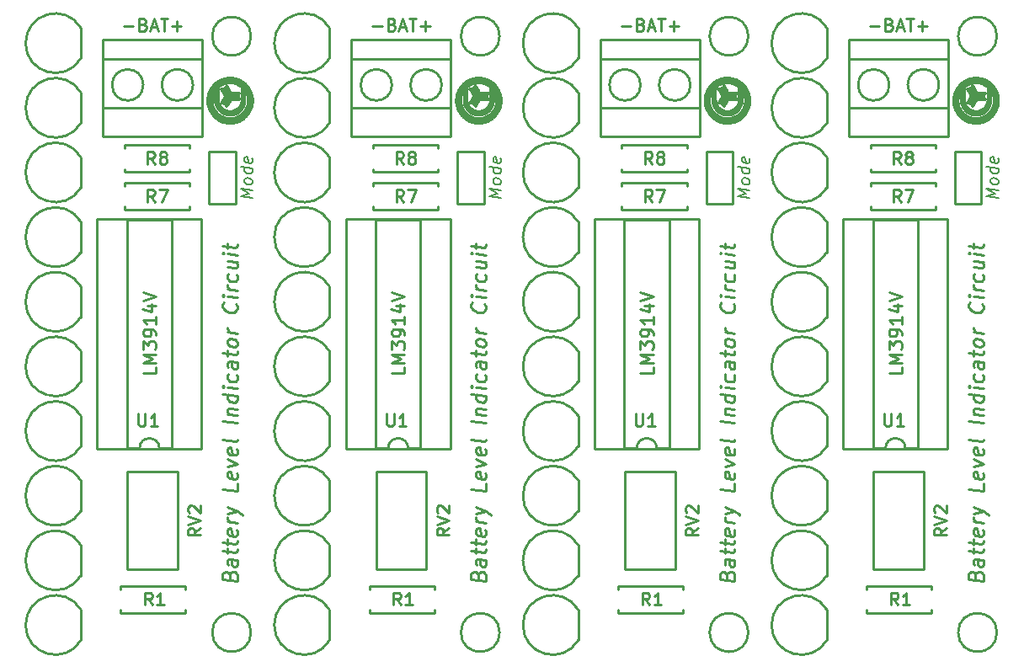
<source format=gbr>
%TF.GenerationSoftware,KiCad,Pcbnew,7.0.6*%
%TF.CreationDate,2023-12-18T10:17:45+05:30*%
%TF.ProjectId,new12vch,6e657731-3276-4636-982e-6b696361645f,rev?*%
%TF.SameCoordinates,Original*%
%TF.FileFunction,Legend,Top*%
%TF.FilePolarity,Positive*%
%FSLAX46Y46*%
G04 Gerber Fmt 4.6, Leading zero omitted, Abs format (unit mm)*
G04 Created by KiCad (PCBNEW 7.0.6) date 2023-12-18 10:17:45*
%MOMM*%
%LPD*%
G01*
G04 APERTURE LIST*
%ADD10C,0.250000*%
%ADD11C,0.200000*%
G04 APERTURE END LIST*
D10*
X171095214Y-127182142D02*
X171166642Y-126976785D01*
X171166642Y-126976785D02*
X171238071Y-126914285D01*
X171238071Y-126914285D02*
X171380928Y-126860713D01*
X171380928Y-126860713D02*
X171595214Y-126887499D01*
X171595214Y-126887499D02*
X171738071Y-126976785D01*
X171738071Y-126976785D02*
X171809500Y-127057142D01*
X171809500Y-127057142D02*
X171880928Y-127208928D01*
X171880928Y-127208928D02*
X171880928Y-127780356D01*
X171880928Y-127780356D02*
X170380928Y-127592856D01*
X170380928Y-127592856D02*
X170380928Y-127092856D01*
X170380928Y-127092856D02*
X170452357Y-126958928D01*
X170452357Y-126958928D02*
X170523785Y-126896428D01*
X170523785Y-126896428D02*
X170666642Y-126842856D01*
X170666642Y-126842856D02*
X170809500Y-126860713D01*
X170809500Y-126860713D02*
X170952357Y-126949999D01*
X170952357Y-126949999D02*
X171023785Y-127030356D01*
X171023785Y-127030356D02*
X171095214Y-127182142D01*
X171095214Y-127182142D02*
X171095214Y-127682142D01*
X171880928Y-125637499D02*
X171095214Y-125539285D01*
X171095214Y-125539285D02*
X170952357Y-125592856D01*
X170952357Y-125592856D02*
X170880928Y-125726785D01*
X170880928Y-125726785D02*
X170880928Y-126012499D01*
X170880928Y-126012499D02*
X170952357Y-126164285D01*
X171809500Y-125628571D02*
X171880928Y-125780356D01*
X171880928Y-125780356D02*
X171880928Y-126137499D01*
X171880928Y-126137499D02*
X171809500Y-126271428D01*
X171809500Y-126271428D02*
X171666642Y-126324999D01*
X171666642Y-126324999D02*
X171523785Y-126307142D01*
X171523785Y-126307142D02*
X171380928Y-126217856D01*
X171380928Y-126217856D02*
X171309500Y-126066071D01*
X171309500Y-126066071D02*
X171309500Y-125708928D01*
X171309500Y-125708928D02*
X171238071Y-125557142D01*
X170880928Y-125012499D02*
X170880928Y-124441070D01*
X170380928Y-124735713D02*
X171666642Y-124896428D01*
X171666642Y-124896428D02*
X171809500Y-124842856D01*
X171809500Y-124842856D02*
X171880928Y-124708928D01*
X171880928Y-124708928D02*
X171880928Y-124566070D01*
X170880928Y-124155356D02*
X170880928Y-123583927D01*
X170380928Y-123878570D02*
X171666642Y-124039285D01*
X171666642Y-124039285D02*
X171809500Y-123985713D01*
X171809500Y-123985713D02*
X171880928Y-123851785D01*
X171880928Y-123851785D02*
X171880928Y-123708927D01*
X171809500Y-122628570D02*
X171880928Y-122780356D01*
X171880928Y-122780356D02*
X171880928Y-123066070D01*
X171880928Y-123066070D02*
X171809500Y-123199999D01*
X171809500Y-123199999D02*
X171666642Y-123253570D01*
X171666642Y-123253570D02*
X171095214Y-123182142D01*
X171095214Y-123182142D02*
X170952357Y-123092856D01*
X170952357Y-123092856D02*
X170880928Y-122941070D01*
X170880928Y-122941070D02*
X170880928Y-122655356D01*
X170880928Y-122655356D02*
X170952357Y-122521427D01*
X170952357Y-122521427D02*
X171095214Y-122467856D01*
X171095214Y-122467856D02*
X171238071Y-122485713D01*
X171238071Y-122485713D02*
X171380928Y-123217856D01*
X171880928Y-121923213D02*
X170880928Y-121798213D01*
X171166642Y-121833928D02*
X171023785Y-121744642D01*
X171023785Y-121744642D02*
X170952357Y-121664285D01*
X170952357Y-121664285D02*
X170880928Y-121512499D01*
X170880928Y-121512499D02*
X170880928Y-121369642D01*
X170880928Y-121012499D02*
X171880928Y-120780357D01*
X170880928Y-120298214D02*
X171880928Y-120780357D01*
X171880928Y-120780357D02*
X172238071Y-120967857D01*
X172238071Y-120967857D02*
X172309500Y-121048214D01*
X172309500Y-121048214D02*
X172380928Y-121199999D01*
X171880928Y-117994643D02*
X171880928Y-118708928D01*
X171880928Y-118708928D02*
X170380928Y-118521428D01*
X171809500Y-116914285D02*
X171880928Y-117066071D01*
X171880928Y-117066071D02*
X171880928Y-117351785D01*
X171880928Y-117351785D02*
X171809500Y-117485714D01*
X171809500Y-117485714D02*
X171666642Y-117539285D01*
X171666642Y-117539285D02*
X171095214Y-117467857D01*
X171095214Y-117467857D02*
X170952357Y-117378571D01*
X170952357Y-117378571D02*
X170880928Y-117226785D01*
X170880928Y-117226785D02*
X170880928Y-116941071D01*
X170880928Y-116941071D02*
X170952357Y-116807142D01*
X170952357Y-116807142D02*
X171095214Y-116753571D01*
X171095214Y-116753571D02*
X171238071Y-116771428D01*
X171238071Y-116771428D02*
X171380928Y-117503571D01*
X170880928Y-116226785D02*
X171880928Y-115994643D01*
X171880928Y-115994643D02*
X170880928Y-115512500D01*
X171809500Y-114485714D02*
X171880928Y-114637500D01*
X171880928Y-114637500D02*
X171880928Y-114923214D01*
X171880928Y-114923214D02*
X171809500Y-115057143D01*
X171809500Y-115057143D02*
X171666642Y-115110714D01*
X171666642Y-115110714D02*
X171095214Y-115039286D01*
X171095214Y-115039286D02*
X170952357Y-114950000D01*
X170952357Y-114950000D02*
X170880928Y-114798214D01*
X170880928Y-114798214D02*
X170880928Y-114512500D01*
X170880928Y-114512500D02*
X170952357Y-114378571D01*
X170952357Y-114378571D02*
X171095214Y-114325000D01*
X171095214Y-114325000D02*
X171238071Y-114342857D01*
X171238071Y-114342857D02*
X171380928Y-115075000D01*
X171880928Y-113566072D02*
X171809500Y-113700000D01*
X171809500Y-113700000D02*
X171666642Y-113753572D01*
X171666642Y-113753572D02*
X170380928Y-113592857D01*
X171880928Y-111851786D02*
X170380928Y-111664286D01*
X170880928Y-111012500D02*
X171880928Y-111137500D01*
X171023785Y-111030357D02*
X170952357Y-110950000D01*
X170952357Y-110950000D02*
X170880928Y-110798215D01*
X170880928Y-110798215D02*
X170880928Y-110583929D01*
X170880928Y-110583929D02*
X170952357Y-110450000D01*
X170952357Y-110450000D02*
X171095214Y-110396429D01*
X171095214Y-110396429D02*
X171880928Y-110494643D01*
X171880928Y-109137500D02*
X170380928Y-108950000D01*
X171809500Y-109128572D02*
X171880928Y-109280357D01*
X171880928Y-109280357D02*
X171880928Y-109566072D01*
X171880928Y-109566072D02*
X171809500Y-109700000D01*
X171809500Y-109700000D02*
X171738071Y-109762500D01*
X171738071Y-109762500D02*
X171595214Y-109816072D01*
X171595214Y-109816072D02*
X171166642Y-109762500D01*
X171166642Y-109762500D02*
X171023785Y-109673214D01*
X171023785Y-109673214D02*
X170952357Y-109592857D01*
X170952357Y-109592857D02*
X170880928Y-109441072D01*
X170880928Y-109441072D02*
X170880928Y-109155357D01*
X170880928Y-109155357D02*
X170952357Y-109021429D01*
X171880928Y-108423214D02*
X170880928Y-108298214D01*
X170380928Y-108235714D02*
X170452357Y-108316071D01*
X170452357Y-108316071D02*
X170523785Y-108253571D01*
X170523785Y-108253571D02*
X170452357Y-108173214D01*
X170452357Y-108173214D02*
X170380928Y-108235714D01*
X170380928Y-108235714D02*
X170523785Y-108253571D01*
X171809500Y-107057143D02*
X171880928Y-107208928D01*
X171880928Y-107208928D02*
X171880928Y-107494643D01*
X171880928Y-107494643D02*
X171809500Y-107628571D01*
X171809500Y-107628571D02*
X171738071Y-107691071D01*
X171738071Y-107691071D02*
X171595214Y-107744643D01*
X171595214Y-107744643D02*
X171166642Y-107691071D01*
X171166642Y-107691071D02*
X171023785Y-107601785D01*
X171023785Y-107601785D02*
X170952357Y-107521428D01*
X170952357Y-107521428D02*
X170880928Y-107369643D01*
X170880928Y-107369643D02*
X170880928Y-107083928D01*
X170880928Y-107083928D02*
X170952357Y-106950000D01*
X171880928Y-105780357D02*
X171095214Y-105682143D01*
X171095214Y-105682143D02*
X170952357Y-105735714D01*
X170952357Y-105735714D02*
X170880928Y-105869643D01*
X170880928Y-105869643D02*
X170880928Y-106155357D01*
X170880928Y-106155357D02*
X170952357Y-106307143D01*
X171809500Y-105771429D02*
X171880928Y-105923214D01*
X171880928Y-105923214D02*
X171880928Y-106280357D01*
X171880928Y-106280357D02*
X171809500Y-106414286D01*
X171809500Y-106414286D02*
X171666642Y-106467857D01*
X171666642Y-106467857D02*
X171523785Y-106450000D01*
X171523785Y-106450000D02*
X171380928Y-106360714D01*
X171380928Y-106360714D02*
X171309500Y-106208929D01*
X171309500Y-106208929D02*
X171309500Y-105851786D01*
X171309500Y-105851786D02*
X171238071Y-105700000D01*
X170880928Y-105155357D02*
X170880928Y-104583928D01*
X170380928Y-104878571D02*
X171666642Y-105039286D01*
X171666642Y-105039286D02*
X171809500Y-104985714D01*
X171809500Y-104985714D02*
X171880928Y-104851786D01*
X171880928Y-104851786D02*
X171880928Y-104708928D01*
X171880928Y-103994643D02*
X171809500Y-104128571D01*
X171809500Y-104128571D02*
X171738071Y-104191071D01*
X171738071Y-104191071D02*
X171595214Y-104244643D01*
X171595214Y-104244643D02*
X171166642Y-104191071D01*
X171166642Y-104191071D02*
X171023785Y-104101785D01*
X171023785Y-104101785D02*
X170952357Y-104021428D01*
X170952357Y-104021428D02*
X170880928Y-103869643D01*
X170880928Y-103869643D02*
X170880928Y-103655357D01*
X170880928Y-103655357D02*
X170952357Y-103521428D01*
X170952357Y-103521428D02*
X171023785Y-103458928D01*
X171023785Y-103458928D02*
X171166642Y-103405357D01*
X171166642Y-103405357D02*
X171595214Y-103458928D01*
X171595214Y-103458928D02*
X171738071Y-103548214D01*
X171738071Y-103548214D02*
X171809500Y-103628571D01*
X171809500Y-103628571D02*
X171880928Y-103780357D01*
X171880928Y-103780357D02*
X171880928Y-103994643D01*
X171880928Y-102851785D02*
X170880928Y-102726785D01*
X171166642Y-102762500D02*
X171023785Y-102673214D01*
X171023785Y-102673214D02*
X170952357Y-102592857D01*
X170952357Y-102592857D02*
X170880928Y-102441071D01*
X170880928Y-102441071D02*
X170880928Y-102298214D01*
X171738071Y-99905357D02*
X171809500Y-99985714D01*
X171809500Y-99985714D02*
X171880928Y-100208929D01*
X171880928Y-100208929D02*
X171880928Y-100351786D01*
X171880928Y-100351786D02*
X171809500Y-100557143D01*
X171809500Y-100557143D02*
X171666642Y-100682143D01*
X171666642Y-100682143D02*
X171523785Y-100735714D01*
X171523785Y-100735714D02*
X171238071Y-100771429D01*
X171238071Y-100771429D02*
X171023785Y-100744643D01*
X171023785Y-100744643D02*
X170738071Y-100637500D01*
X170738071Y-100637500D02*
X170595214Y-100548214D01*
X170595214Y-100548214D02*
X170452357Y-100387500D01*
X170452357Y-100387500D02*
X170380928Y-100164286D01*
X170380928Y-100164286D02*
X170380928Y-100021429D01*
X170380928Y-100021429D02*
X170452357Y-99816072D01*
X170452357Y-99816072D02*
X170523785Y-99753572D01*
X171880928Y-99280357D02*
X170880928Y-99155357D01*
X170380928Y-99092857D02*
X170452357Y-99173214D01*
X170452357Y-99173214D02*
X170523785Y-99110714D01*
X170523785Y-99110714D02*
X170452357Y-99030357D01*
X170452357Y-99030357D02*
X170380928Y-99092857D01*
X170380928Y-99092857D02*
X170523785Y-99110714D01*
X171880928Y-98566071D02*
X170880928Y-98441071D01*
X171166642Y-98476786D02*
X171023785Y-98387500D01*
X171023785Y-98387500D02*
X170952357Y-98307143D01*
X170952357Y-98307143D02*
X170880928Y-98155357D01*
X170880928Y-98155357D02*
X170880928Y-98012500D01*
X171809500Y-96985715D02*
X171880928Y-97137500D01*
X171880928Y-97137500D02*
X171880928Y-97423215D01*
X171880928Y-97423215D02*
X171809500Y-97557143D01*
X171809500Y-97557143D02*
X171738071Y-97619643D01*
X171738071Y-97619643D02*
X171595214Y-97673215D01*
X171595214Y-97673215D02*
X171166642Y-97619643D01*
X171166642Y-97619643D02*
X171023785Y-97530357D01*
X171023785Y-97530357D02*
X170952357Y-97450000D01*
X170952357Y-97450000D02*
X170880928Y-97298215D01*
X170880928Y-97298215D02*
X170880928Y-97012500D01*
X170880928Y-97012500D02*
X170952357Y-96878572D01*
X170880928Y-95583929D02*
X171880928Y-95708929D01*
X170880928Y-96226786D02*
X171666642Y-96325001D01*
X171666642Y-96325001D02*
X171809500Y-96271429D01*
X171809500Y-96271429D02*
X171880928Y-96137501D01*
X171880928Y-96137501D02*
X171880928Y-95923215D01*
X171880928Y-95923215D02*
X171809500Y-95771429D01*
X171809500Y-95771429D02*
X171738071Y-95691072D01*
X171880928Y-94994643D02*
X170880928Y-94869643D01*
X170380928Y-94807143D02*
X170452357Y-94887500D01*
X170452357Y-94887500D02*
X170523785Y-94825000D01*
X170523785Y-94825000D02*
X170452357Y-94744643D01*
X170452357Y-94744643D02*
X170380928Y-94807143D01*
X170380928Y-94807143D02*
X170523785Y-94825000D01*
X170880928Y-94369643D02*
X170880928Y-93798214D01*
X170380928Y-94092857D02*
X171666642Y-94253572D01*
X171666642Y-94253572D02*
X171809500Y-94200000D01*
X171809500Y-94200000D02*
X171880928Y-94066072D01*
X171880928Y-94066072D02*
X171880928Y-93923214D01*
X196095214Y-127182142D02*
X196166642Y-126976785D01*
X196166642Y-126976785D02*
X196238071Y-126914285D01*
X196238071Y-126914285D02*
X196380928Y-126860713D01*
X196380928Y-126860713D02*
X196595214Y-126887499D01*
X196595214Y-126887499D02*
X196738071Y-126976785D01*
X196738071Y-126976785D02*
X196809500Y-127057142D01*
X196809500Y-127057142D02*
X196880928Y-127208928D01*
X196880928Y-127208928D02*
X196880928Y-127780356D01*
X196880928Y-127780356D02*
X195380928Y-127592856D01*
X195380928Y-127592856D02*
X195380928Y-127092856D01*
X195380928Y-127092856D02*
X195452357Y-126958928D01*
X195452357Y-126958928D02*
X195523785Y-126896428D01*
X195523785Y-126896428D02*
X195666642Y-126842856D01*
X195666642Y-126842856D02*
X195809500Y-126860713D01*
X195809500Y-126860713D02*
X195952357Y-126949999D01*
X195952357Y-126949999D02*
X196023785Y-127030356D01*
X196023785Y-127030356D02*
X196095214Y-127182142D01*
X196095214Y-127182142D02*
X196095214Y-127682142D01*
X196880928Y-125637499D02*
X196095214Y-125539285D01*
X196095214Y-125539285D02*
X195952357Y-125592856D01*
X195952357Y-125592856D02*
X195880928Y-125726785D01*
X195880928Y-125726785D02*
X195880928Y-126012499D01*
X195880928Y-126012499D02*
X195952357Y-126164285D01*
X196809500Y-125628571D02*
X196880928Y-125780356D01*
X196880928Y-125780356D02*
X196880928Y-126137499D01*
X196880928Y-126137499D02*
X196809500Y-126271428D01*
X196809500Y-126271428D02*
X196666642Y-126324999D01*
X196666642Y-126324999D02*
X196523785Y-126307142D01*
X196523785Y-126307142D02*
X196380928Y-126217856D01*
X196380928Y-126217856D02*
X196309500Y-126066071D01*
X196309500Y-126066071D02*
X196309500Y-125708928D01*
X196309500Y-125708928D02*
X196238071Y-125557142D01*
X195880928Y-125012499D02*
X195880928Y-124441070D01*
X195380928Y-124735713D02*
X196666642Y-124896428D01*
X196666642Y-124896428D02*
X196809500Y-124842856D01*
X196809500Y-124842856D02*
X196880928Y-124708928D01*
X196880928Y-124708928D02*
X196880928Y-124566070D01*
X195880928Y-124155356D02*
X195880928Y-123583927D01*
X195380928Y-123878570D02*
X196666642Y-124039285D01*
X196666642Y-124039285D02*
X196809500Y-123985713D01*
X196809500Y-123985713D02*
X196880928Y-123851785D01*
X196880928Y-123851785D02*
X196880928Y-123708927D01*
X196809500Y-122628570D02*
X196880928Y-122780356D01*
X196880928Y-122780356D02*
X196880928Y-123066070D01*
X196880928Y-123066070D02*
X196809500Y-123199999D01*
X196809500Y-123199999D02*
X196666642Y-123253570D01*
X196666642Y-123253570D02*
X196095214Y-123182142D01*
X196095214Y-123182142D02*
X195952357Y-123092856D01*
X195952357Y-123092856D02*
X195880928Y-122941070D01*
X195880928Y-122941070D02*
X195880928Y-122655356D01*
X195880928Y-122655356D02*
X195952357Y-122521427D01*
X195952357Y-122521427D02*
X196095214Y-122467856D01*
X196095214Y-122467856D02*
X196238071Y-122485713D01*
X196238071Y-122485713D02*
X196380928Y-123217856D01*
X196880928Y-121923213D02*
X195880928Y-121798213D01*
X196166642Y-121833928D02*
X196023785Y-121744642D01*
X196023785Y-121744642D02*
X195952357Y-121664285D01*
X195952357Y-121664285D02*
X195880928Y-121512499D01*
X195880928Y-121512499D02*
X195880928Y-121369642D01*
X195880928Y-121012499D02*
X196880928Y-120780357D01*
X195880928Y-120298214D02*
X196880928Y-120780357D01*
X196880928Y-120780357D02*
X197238071Y-120967857D01*
X197238071Y-120967857D02*
X197309500Y-121048214D01*
X197309500Y-121048214D02*
X197380928Y-121199999D01*
X196880928Y-117994643D02*
X196880928Y-118708928D01*
X196880928Y-118708928D02*
X195380928Y-118521428D01*
X196809500Y-116914285D02*
X196880928Y-117066071D01*
X196880928Y-117066071D02*
X196880928Y-117351785D01*
X196880928Y-117351785D02*
X196809500Y-117485714D01*
X196809500Y-117485714D02*
X196666642Y-117539285D01*
X196666642Y-117539285D02*
X196095214Y-117467857D01*
X196095214Y-117467857D02*
X195952357Y-117378571D01*
X195952357Y-117378571D02*
X195880928Y-117226785D01*
X195880928Y-117226785D02*
X195880928Y-116941071D01*
X195880928Y-116941071D02*
X195952357Y-116807142D01*
X195952357Y-116807142D02*
X196095214Y-116753571D01*
X196095214Y-116753571D02*
X196238071Y-116771428D01*
X196238071Y-116771428D02*
X196380928Y-117503571D01*
X195880928Y-116226785D02*
X196880928Y-115994643D01*
X196880928Y-115994643D02*
X195880928Y-115512500D01*
X196809500Y-114485714D02*
X196880928Y-114637500D01*
X196880928Y-114637500D02*
X196880928Y-114923214D01*
X196880928Y-114923214D02*
X196809500Y-115057143D01*
X196809500Y-115057143D02*
X196666642Y-115110714D01*
X196666642Y-115110714D02*
X196095214Y-115039286D01*
X196095214Y-115039286D02*
X195952357Y-114950000D01*
X195952357Y-114950000D02*
X195880928Y-114798214D01*
X195880928Y-114798214D02*
X195880928Y-114512500D01*
X195880928Y-114512500D02*
X195952357Y-114378571D01*
X195952357Y-114378571D02*
X196095214Y-114325000D01*
X196095214Y-114325000D02*
X196238071Y-114342857D01*
X196238071Y-114342857D02*
X196380928Y-115075000D01*
X196880928Y-113566072D02*
X196809500Y-113700000D01*
X196809500Y-113700000D02*
X196666642Y-113753572D01*
X196666642Y-113753572D02*
X195380928Y-113592857D01*
X196880928Y-111851786D02*
X195380928Y-111664286D01*
X195880928Y-111012500D02*
X196880928Y-111137500D01*
X196023785Y-111030357D02*
X195952357Y-110950000D01*
X195952357Y-110950000D02*
X195880928Y-110798215D01*
X195880928Y-110798215D02*
X195880928Y-110583929D01*
X195880928Y-110583929D02*
X195952357Y-110450000D01*
X195952357Y-110450000D02*
X196095214Y-110396429D01*
X196095214Y-110396429D02*
X196880928Y-110494643D01*
X196880928Y-109137500D02*
X195380928Y-108950000D01*
X196809500Y-109128572D02*
X196880928Y-109280357D01*
X196880928Y-109280357D02*
X196880928Y-109566072D01*
X196880928Y-109566072D02*
X196809500Y-109700000D01*
X196809500Y-109700000D02*
X196738071Y-109762500D01*
X196738071Y-109762500D02*
X196595214Y-109816072D01*
X196595214Y-109816072D02*
X196166642Y-109762500D01*
X196166642Y-109762500D02*
X196023785Y-109673214D01*
X196023785Y-109673214D02*
X195952357Y-109592857D01*
X195952357Y-109592857D02*
X195880928Y-109441072D01*
X195880928Y-109441072D02*
X195880928Y-109155357D01*
X195880928Y-109155357D02*
X195952357Y-109021429D01*
X196880928Y-108423214D02*
X195880928Y-108298214D01*
X195380928Y-108235714D02*
X195452357Y-108316071D01*
X195452357Y-108316071D02*
X195523785Y-108253571D01*
X195523785Y-108253571D02*
X195452357Y-108173214D01*
X195452357Y-108173214D02*
X195380928Y-108235714D01*
X195380928Y-108235714D02*
X195523785Y-108253571D01*
X196809500Y-107057143D02*
X196880928Y-107208928D01*
X196880928Y-107208928D02*
X196880928Y-107494643D01*
X196880928Y-107494643D02*
X196809500Y-107628571D01*
X196809500Y-107628571D02*
X196738071Y-107691071D01*
X196738071Y-107691071D02*
X196595214Y-107744643D01*
X196595214Y-107744643D02*
X196166642Y-107691071D01*
X196166642Y-107691071D02*
X196023785Y-107601785D01*
X196023785Y-107601785D02*
X195952357Y-107521428D01*
X195952357Y-107521428D02*
X195880928Y-107369643D01*
X195880928Y-107369643D02*
X195880928Y-107083928D01*
X195880928Y-107083928D02*
X195952357Y-106950000D01*
X196880928Y-105780357D02*
X196095214Y-105682143D01*
X196095214Y-105682143D02*
X195952357Y-105735714D01*
X195952357Y-105735714D02*
X195880928Y-105869643D01*
X195880928Y-105869643D02*
X195880928Y-106155357D01*
X195880928Y-106155357D02*
X195952357Y-106307143D01*
X196809500Y-105771429D02*
X196880928Y-105923214D01*
X196880928Y-105923214D02*
X196880928Y-106280357D01*
X196880928Y-106280357D02*
X196809500Y-106414286D01*
X196809500Y-106414286D02*
X196666642Y-106467857D01*
X196666642Y-106467857D02*
X196523785Y-106450000D01*
X196523785Y-106450000D02*
X196380928Y-106360714D01*
X196380928Y-106360714D02*
X196309500Y-106208929D01*
X196309500Y-106208929D02*
X196309500Y-105851786D01*
X196309500Y-105851786D02*
X196238071Y-105700000D01*
X195880928Y-105155357D02*
X195880928Y-104583928D01*
X195380928Y-104878571D02*
X196666642Y-105039286D01*
X196666642Y-105039286D02*
X196809500Y-104985714D01*
X196809500Y-104985714D02*
X196880928Y-104851786D01*
X196880928Y-104851786D02*
X196880928Y-104708928D01*
X196880928Y-103994643D02*
X196809500Y-104128571D01*
X196809500Y-104128571D02*
X196738071Y-104191071D01*
X196738071Y-104191071D02*
X196595214Y-104244643D01*
X196595214Y-104244643D02*
X196166642Y-104191071D01*
X196166642Y-104191071D02*
X196023785Y-104101785D01*
X196023785Y-104101785D02*
X195952357Y-104021428D01*
X195952357Y-104021428D02*
X195880928Y-103869643D01*
X195880928Y-103869643D02*
X195880928Y-103655357D01*
X195880928Y-103655357D02*
X195952357Y-103521428D01*
X195952357Y-103521428D02*
X196023785Y-103458928D01*
X196023785Y-103458928D02*
X196166642Y-103405357D01*
X196166642Y-103405357D02*
X196595214Y-103458928D01*
X196595214Y-103458928D02*
X196738071Y-103548214D01*
X196738071Y-103548214D02*
X196809500Y-103628571D01*
X196809500Y-103628571D02*
X196880928Y-103780357D01*
X196880928Y-103780357D02*
X196880928Y-103994643D01*
X196880928Y-102851785D02*
X195880928Y-102726785D01*
X196166642Y-102762500D02*
X196023785Y-102673214D01*
X196023785Y-102673214D02*
X195952357Y-102592857D01*
X195952357Y-102592857D02*
X195880928Y-102441071D01*
X195880928Y-102441071D02*
X195880928Y-102298214D01*
X196738071Y-99905357D02*
X196809500Y-99985714D01*
X196809500Y-99985714D02*
X196880928Y-100208929D01*
X196880928Y-100208929D02*
X196880928Y-100351786D01*
X196880928Y-100351786D02*
X196809500Y-100557143D01*
X196809500Y-100557143D02*
X196666642Y-100682143D01*
X196666642Y-100682143D02*
X196523785Y-100735714D01*
X196523785Y-100735714D02*
X196238071Y-100771429D01*
X196238071Y-100771429D02*
X196023785Y-100744643D01*
X196023785Y-100744643D02*
X195738071Y-100637500D01*
X195738071Y-100637500D02*
X195595214Y-100548214D01*
X195595214Y-100548214D02*
X195452357Y-100387500D01*
X195452357Y-100387500D02*
X195380928Y-100164286D01*
X195380928Y-100164286D02*
X195380928Y-100021429D01*
X195380928Y-100021429D02*
X195452357Y-99816072D01*
X195452357Y-99816072D02*
X195523785Y-99753572D01*
X196880928Y-99280357D02*
X195880928Y-99155357D01*
X195380928Y-99092857D02*
X195452357Y-99173214D01*
X195452357Y-99173214D02*
X195523785Y-99110714D01*
X195523785Y-99110714D02*
X195452357Y-99030357D01*
X195452357Y-99030357D02*
X195380928Y-99092857D01*
X195380928Y-99092857D02*
X195523785Y-99110714D01*
X196880928Y-98566071D02*
X195880928Y-98441071D01*
X196166642Y-98476786D02*
X196023785Y-98387500D01*
X196023785Y-98387500D02*
X195952357Y-98307143D01*
X195952357Y-98307143D02*
X195880928Y-98155357D01*
X195880928Y-98155357D02*
X195880928Y-98012500D01*
X196809500Y-96985715D02*
X196880928Y-97137500D01*
X196880928Y-97137500D02*
X196880928Y-97423215D01*
X196880928Y-97423215D02*
X196809500Y-97557143D01*
X196809500Y-97557143D02*
X196738071Y-97619643D01*
X196738071Y-97619643D02*
X196595214Y-97673215D01*
X196595214Y-97673215D02*
X196166642Y-97619643D01*
X196166642Y-97619643D02*
X196023785Y-97530357D01*
X196023785Y-97530357D02*
X195952357Y-97450000D01*
X195952357Y-97450000D02*
X195880928Y-97298215D01*
X195880928Y-97298215D02*
X195880928Y-97012500D01*
X195880928Y-97012500D02*
X195952357Y-96878572D01*
X195880928Y-95583929D02*
X196880928Y-95708929D01*
X195880928Y-96226786D02*
X196666642Y-96325001D01*
X196666642Y-96325001D02*
X196809500Y-96271429D01*
X196809500Y-96271429D02*
X196880928Y-96137501D01*
X196880928Y-96137501D02*
X196880928Y-95923215D01*
X196880928Y-95923215D02*
X196809500Y-95771429D01*
X196809500Y-95771429D02*
X196738071Y-95691072D01*
X196880928Y-94994643D02*
X195880928Y-94869643D01*
X195380928Y-94807143D02*
X195452357Y-94887500D01*
X195452357Y-94887500D02*
X195523785Y-94825000D01*
X195523785Y-94825000D02*
X195452357Y-94744643D01*
X195452357Y-94744643D02*
X195380928Y-94807143D01*
X195380928Y-94807143D02*
X195523785Y-94825000D01*
X195880928Y-94369643D02*
X195880928Y-93798214D01*
X195380928Y-94092857D02*
X196666642Y-94253572D01*
X196666642Y-94253572D02*
X196809500Y-94200000D01*
X196809500Y-94200000D02*
X196880928Y-94066072D01*
X196880928Y-94066072D02*
X196880928Y-93923214D01*
X121095214Y-127182142D02*
X121166642Y-126976785D01*
X121166642Y-126976785D02*
X121238071Y-126914285D01*
X121238071Y-126914285D02*
X121380928Y-126860713D01*
X121380928Y-126860713D02*
X121595214Y-126887499D01*
X121595214Y-126887499D02*
X121738071Y-126976785D01*
X121738071Y-126976785D02*
X121809500Y-127057142D01*
X121809500Y-127057142D02*
X121880928Y-127208928D01*
X121880928Y-127208928D02*
X121880928Y-127780356D01*
X121880928Y-127780356D02*
X120380928Y-127592856D01*
X120380928Y-127592856D02*
X120380928Y-127092856D01*
X120380928Y-127092856D02*
X120452357Y-126958928D01*
X120452357Y-126958928D02*
X120523785Y-126896428D01*
X120523785Y-126896428D02*
X120666642Y-126842856D01*
X120666642Y-126842856D02*
X120809500Y-126860713D01*
X120809500Y-126860713D02*
X120952357Y-126949999D01*
X120952357Y-126949999D02*
X121023785Y-127030356D01*
X121023785Y-127030356D02*
X121095214Y-127182142D01*
X121095214Y-127182142D02*
X121095214Y-127682142D01*
X121880928Y-125637499D02*
X121095214Y-125539285D01*
X121095214Y-125539285D02*
X120952357Y-125592856D01*
X120952357Y-125592856D02*
X120880928Y-125726785D01*
X120880928Y-125726785D02*
X120880928Y-126012499D01*
X120880928Y-126012499D02*
X120952357Y-126164285D01*
X121809500Y-125628571D02*
X121880928Y-125780356D01*
X121880928Y-125780356D02*
X121880928Y-126137499D01*
X121880928Y-126137499D02*
X121809500Y-126271428D01*
X121809500Y-126271428D02*
X121666642Y-126324999D01*
X121666642Y-126324999D02*
X121523785Y-126307142D01*
X121523785Y-126307142D02*
X121380928Y-126217856D01*
X121380928Y-126217856D02*
X121309500Y-126066071D01*
X121309500Y-126066071D02*
X121309500Y-125708928D01*
X121309500Y-125708928D02*
X121238071Y-125557142D01*
X120880928Y-125012499D02*
X120880928Y-124441070D01*
X120380928Y-124735713D02*
X121666642Y-124896428D01*
X121666642Y-124896428D02*
X121809500Y-124842856D01*
X121809500Y-124842856D02*
X121880928Y-124708928D01*
X121880928Y-124708928D02*
X121880928Y-124566070D01*
X120880928Y-124155356D02*
X120880928Y-123583927D01*
X120380928Y-123878570D02*
X121666642Y-124039285D01*
X121666642Y-124039285D02*
X121809500Y-123985713D01*
X121809500Y-123985713D02*
X121880928Y-123851785D01*
X121880928Y-123851785D02*
X121880928Y-123708927D01*
X121809500Y-122628570D02*
X121880928Y-122780356D01*
X121880928Y-122780356D02*
X121880928Y-123066070D01*
X121880928Y-123066070D02*
X121809500Y-123199999D01*
X121809500Y-123199999D02*
X121666642Y-123253570D01*
X121666642Y-123253570D02*
X121095214Y-123182142D01*
X121095214Y-123182142D02*
X120952357Y-123092856D01*
X120952357Y-123092856D02*
X120880928Y-122941070D01*
X120880928Y-122941070D02*
X120880928Y-122655356D01*
X120880928Y-122655356D02*
X120952357Y-122521427D01*
X120952357Y-122521427D02*
X121095214Y-122467856D01*
X121095214Y-122467856D02*
X121238071Y-122485713D01*
X121238071Y-122485713D02*
X121380928Y-123217856D01*
X121880928Y-121923213D02*
X120880928Y-121798213D01*
X121166642Y-121833928D02*
X121023785Y-121744642D01*
X121023785Y-121744642D02*
X120952357Y-121664285D01*
X120952357Y-121664285D02*
X120880928Y-121512499D01*
X120880928Y-121512499D02*
X120880928Y-121369642D01*
X120880928Y-121012499D02*
X121880928Y-120780357D01*
X120880928Y-120298214D02*
X121880928Y-120780357D01*
X121880928Y-120780357D02*
X122238071Y-120967857D01*
X122238071Y-120967857D02*
X122309500Y-121048214D01*
X122309500Y-121048214D02*
X122380928Y-121199999D01*
X121880928Y-117994643D02*
X121880928Y-118708928D01*
X121880928Y-118708928D02*
X120380928Y-118521428D01*
X121809500Y-116914285D02*
X121880928Y-117066071D01*
X121880928Y-117066071D02*
X121880928Y-117351785D01*
X121880928Y-117351785D02*
X121809500Y-117485714D01*
X121809500Y-117485714D02*
X121666642Y-117539285D01*
X121666642Y-117539285D02*
X121095214Y-117467857D01*
X121095214Y-117467857D02*
X120952357Y-117378571D01*
X120952357Y-117378571D02*
X120880928Y-117226785D01*
X120880928Y-117226785D02*
X120880928Y-116941071D01*
X120880928Y-116941071D02*
X120952357Y-116807142D01*
X120952357Y-116807142D02*
X121095214Y-116753571D01*
X121095214Y-116753571D02*
X121238071Y-116771428D01*
X121238071Y-116771428D02*
X121380928Y-117503571D01*
X120880928Y-116226785D02*
X121880928Y-115994643D01*
X121880928Y-115994643D02*
X120880928Y-115512500D01*
X121809500Y-114485714D02*
X121880928Y-114637500D01*
X121880928Y-114637500D02*
X121880928Y-114923214D01*
X121880928Y-114923214D02*
X121809500Y-115057143D01*
X121809500Y-115057143D02*
X121666642Y-115110714D01*
X121666642Y-115110714D02*
X121095214Y-115039286D01*
X121095214Y-115039286D02*
X120952357Y-114950000D01*
X120952357Y-114950000D02*
X120880928Y-114798214D01*
X120880928Y-114798214D02*
X120880928Y-114512500D01*
X120880928Y-114512500D02*
X120952357Y-114378571D01*
X120952357Y-114378571D02*
X121095214Y-114325000D01*
X121095214Y-114325000D02*
X121238071Y-114342857D01*
X121238071Y-114342857D02*
X121380928Y-115075000D01*
X121880928Y-113566072D02*
X121809500Y-113700000D01*
X121809500Y-113700000D02*
X121666642Y-113753572D01*
X121666642Y-113753572D02*
X120380928Y-113592857D01*
X121880928Y-111851786D02*
X120380928Y-111664286D01*
X120880928Y-111012500D02*
X121880928Y-111137500D01*
X121023785Y-111030357D02*
X120952357Y-110950000D01*
X120952357Y-110950000D02*
X120880928Y-110798215D01*
X120880928Y-110798215D02*
X120880928Y-110583929D01*
X120880928Y-110583929D02*
X120952357Y-110450000D01*
X120952357Y-110450000D02*
X121095214Y-110396429D01*
X121095214Y-110396429D02*
X121880928Y-110494643D01*
X121880928Y-109137500D02*
X120380928Y-108950000D01*
X121809500Y-109128572D02*
X121880928Y-109280357D01*
X121880928Y-109280357D02*
X121880928Y-109566072D01*
X121880928Y-109566072D02*
X121809500Y-109700000D01*
X121809500Y-109700000D02*
X121738071Y-109762500D01*
X121738071Y-109762500D02*
X121595214Y-109816072D01*
X121595214Y-109816072D02*
X121166642Y-109762500D01*
X121166642Y-109762500D02*
X121023785Y-109673214D01*
X121023785Y-109673214D02*
X120952357Y-109592857D01*
X120952357Y-109592857D02*
X120880928Y-109441072D01*
X120880928Y-109441072D02*
X120880928Y-109155357D01*
X120880928Y-109155357D02*
X120952357Y-109021429D01*
X121880928Y-108423214D02*
X120880928Y-108298214D01*
X120380928Y-108235714D02*
X120452357Y-108316071D01*
X120452357Y-108316071D02*
X120523785Y-108253571D01*
X120523785Y-108253571D02*
X120452357Y-108173214D01*
X120452357Y-108173214D02*
X120380928Y-108235714D01*
X120380928Y-108235714D02*
X120523785Y-108253571D01*
X121809500Y-107057143D02*
X121880928Y-107208928D01*
X121880928Y-107208928D02*
X121880928Y-107494643D01*
X121880928Y-107494643D02*
X121809500Y-107628571D01*
X121809500Y-107628571D02*
X121738071Y-107691071D01*
X121738071Y-107691071D02*
X121595214Y-107744643D01*
X121595214Y-107744643D02*
X121166642Y-107691071D01*
X121166642Y-107691071D02*
X121023785Y-107601785D01*
X121023785Y-107601785D02*
X120952357Y-107521428D01*
X120952357Y-107521428D02*
X120880928Y-107369643D01*
X120880928Y-107369643D02*
X120880928Y-107083928D01*
X120880928Y-107083928D02*
X120952357Y-106950000D01*
X121880928Y-105780357D02*
X121095214Y-105682143D01*
X121095214Y-105682143D02*
X120952357Y-105735714D01*
X120952357Y-105735714D02*
X120880928Y-105869643D01*
X120880928Y-105869643D02*
X120880928Y-106155357D01*
X120880928Y-106155357D02*
X120952357Y-106307143D01*
X121809500Y-105771429D02*
X121880928Y-105923214D01*
X121880928Y-105923214D02*
X121880928Y-106280357D01*
X121880928Y-106280357D02*
X121809500Y-106414286D01*
X121809500Y-106414286D02*
X121666642Y-106467857D01*
X121666642Y-106467857D02*
X121523785Y-106450000D01*
X121523785Y-106450000D02*
X121380928Y-106360714D01*
X121380928Y-106360714D02*
X121309500Y-106208929D01*
X121309500Y-106208929D02*
X121309500Y-105851786D01*
X121309500Y-105851786D02*
X121238071Y-105700000D01*
X120880928Y-105155357D02*
X120880928Y-104583928D01*
X120380928Y-104878571D02*
X121666642Y-105039286D01*
X121666642Y-105039286D02*
X121809500Y-104985714D01*
X121809500Y-104985714D02*
X121880928Y-104851786D01*
X121880928Y-104851786D02*
X121880928Y-104708928D01*
X121880928Y-103994643D02*
X121809500Y-104128571D01*
X121809500Y-104128571D02*
X121738071Y-104191071D01*
X121738071Y-104191071D02*
X121595214Y-104244643D01*
X121595214Y-104244643D02*
X121166642Y-104191071D01*
X121166642Y-104191071D02*
X121023785Y-104101785D01*
X121023785Y-104101785D02*
X120952357Y-104021428D01*
X120952357Y-104021428D02*
X120880928Y-103869643D01*
X120880928Y-103869643D02*
X120880928Y-103655357D01*
X120880928Y-103655357D02*
X120952357Y-103521428D01*
X120952357Y-103521428D02*
X121023785Y-103458928D01*
X121023785Y-103458928D02*
X121166642Y-103405357D01*
X121166642Y-103405357D02*
X121595214Y-103458928D01*
X121595214Y-103458928D02*
X121738071Y-103548214D01*
X121738071Y-103548214D02*
X121809500Y-103628571D01*
X121809500Y-103628571D02*
X121880928Y-103780357D01*
X121880928Y-103780357D02*
X121880928Y-103994643D01*
X121880928Y-102851785D02*
X120880928Y-102726785D01*
X121166642Y-102762500D02*
X121023785Y-102673214D01*
X121023785Y-102673214D02*
X120952357Y-102592857D01*
X120952357Y-102592857D02*
X120880928Y-102441071D01*
X120880928Y-102441071D02*
X120880928Y-102298214D01*
X121738071Y-99905357D02*
X121809500Y-99985714D01*
X121809500Y-99985714D02*
X121880928Y-100208929D01*
X121880928Y-100208929D02*
X121880928Y-100351786D01*
X121880928Y-100351786D02*
X121809500Y-100557143D01*
X121809500Y-100557143D02*
X121666642Y-100682143D01*
X121666642Y-100682143D02*
X121523785Y-100735714D01*
X121523785Y-100735714D02*
X121238071Y-100771429D01*
X121238071Y-100771429D02*
X121023785Y-100744643D01*
X121023785Y-100744643D02*
X120738071Y-100637500D01*
X120738071Y-100637500D02*
X120595214Y-100548214D01*
X120595214Y-100548214D02*
X120452357Y-100387500D01*
X120452357Y-100387500D02*
X120380928Y-100164286D01*
X120380928Y-100164286D02*
X120380928Y-100021429D01*
X120380928Y-100021429D02*
X120452357Y-99816072D01*
X120452357Y-99816072D02*
X120523785Y-99753572D01*
X121880928Y-99280357D02*
X120880928Y-99155357D01*
X120380928Y-99092857D02*
X120452357Y-99173214D01*
X120452357Y-99173214D02*
X120523785Y-99110714D01*
X120523785Y-99110714D02*
X120452357Y-99030357D01*
X120452357Y-99030357D02*
X120380928Y-99092857D01*
X120380928Y-99092857D02*
X120523785Y-99110714D01*
X121880928Y-98566071D02*
X120880928Y-98441071D01*
X121166642Y-98476786D02*
X121023785Y-98387500D01*
X121023785Y-98387500D02*
X120952357Y-98307143D01*
X120952357Y-98307143D02*
X120880928Y-98155357D01*
X120880928Y-98155357D02*
X120880928Y-98012500D01*
X121809500Y-96985715D02*
X121880928Y-97137500D01*
X121880928Y-97137500D02*
X121880928Y-97423215D01*
X121880928Y-97423215D02*
X121809500Y-97557143D01*
X121809500Y-97557143D02*
X121738071Y-97619643D01*
X121738071Y-97619643D02*
X121595214Y-97673215D01*
X121595214Y-97673215D02*
X121166642Y-97619643D01*
X121166642Y-97619643D02*
X121023785Y-97530357D01*
X121023785Y-97530357D02*
X120952357Y-97450000D01*
X120952357Y-97450000D02*
X120880928Y-97298215D01*
X120880928Y-97298215D02*
X120880928Y-97012500D01*
X120880928Y-97012500D02*
X120952357Y-96878572D01*
X120880928Y-95583929D02*
X121880928Y-95708929D01*
X120880928Y-96226786D02*
X121666642Y-96325001D01*
X121666642Y-96325001D02*
X121809500Y-96271429D01*
X121809500Y-96271429D02*
X121880928Y-96137501D01*
X121880928Y-96137501D02*
X121880928Y-95923215D01*
X121880928Y-95923215D02*
X121809500Y-95771429D01*
X121809500Y-95771429D02*
X121738071Y-95691072D01*
X121880928Y-94994643D02*
X120880928Y-94869643D01*
X120380928Y-94807143D02*
X120452357Y-94887500D01*
X120452357Y-94887500D02*
X120523785Y-94825000D01*
X120523785Y-94825000D02*
X120452357Y-94744643D01*
X120452357Y-94744643D02*
X120380928Y-94807143D01*
X120380928Y-94807143D02*
X120523785Y-94825000D01*
X120880928Y-94369643D02*
X120880928Y-93798214D01*
X120380928Y-94092857D02*
X121666642Y-94253572D01*
X121666642Y-94253572D02*
X121809500Y-94200000D01*
X121809500Y-94200000D02*
X121880928Y-94066072D01*
X121880928Y-94066072D02*
X121880928Y-93923214D01*
X146095214Y-127182142D02*
X146166642Y-126976785D01*
X146166642Y-126976785D02*
X146238071Y-126914285D01*
X146238071Y-126914285D02*
X146380928Y-126860713D01*
X146380928Y-126860713D02*
X146595214Y-126887499D01*
X146595214Y-126887499D02*
X146738071Y-126976785D01*
X146738071Y-126976785D02*
X146809500Y-127057142D01*
X146809500Y-127057142D02*
X146880928Y-127208928D01*
X146880928Y-127208928D02*
X146880928Y-127780356D01*
X146880928Y-127780356D02*
X145380928Y-127592856D01*
X145380928Y-127592856D02*
X145380928Y-127092856D01*
X145380928Y-127092856D02*
X145452357Y-126958928D01*
X145452357Y-126958928D02*
X145523785Y-126896428D01*
X145523785Y-126896428D02*
X145666642Y-126842856D01*
X145666642Y-126842856D02*
X145809500Y-126860713D01*
X145809500Y-126860713D02*
X145952357Y-126949999D01*
X145952357Y-126949999D02*
X146023785Y-127030356D01*
X146023785Y-127030356D02*
X146095214Y-127182142D01*
X146095214Y-127182142D02*
X146095214Y-127682142D01*
X146880928Y-125637499D02*
X146095214Y-125539285D01*
X146095214Y-125539285D02*
X145952357Y-125592856D01*
X145952357Y-125592856D02*
X145880928Y-125726785D01*
X145880928Y-125726785D02*
X145880928Y-126012499D01*
X145880928Y-126012499D02*
X145952357Y-126164285D01*
X146809500Y-125628571D02*
X146880928Y-125780356D01*
X146880928Y-125780356D02*
X146880928Y-126137499D01*
X146880928Y-126137499D02*
X146809500Y-126271428D01*
X146809500Y-126271428D02*
X146666642Y-126324999D01*
X146666642Y-126324999D02*
X146523785Y-126307142D01*
X146523785Y-126307142D02*
X146380928Y-126217856D01*
X146380928Y-126217856D02*
X146309500Y-126066071D01*
X146309500Y-126066071D02*
X146309500Y-125708928D01*
X146309500Y-125708928D02*
X146238071Y-125557142D01*
X145880928Y-125012499D02*
X145880928Y-124441070D01*
X145380928Y-124735713D02*
X146666642Y-124896428D01*
X146666642Y-124896428D02*
X146809500Y-124842856D01*
X146809500Y-124842856D02*
X146880928Y-124708928D01*
X146880928Y-124708928D02*
X146880928Y-124566070D01*
X145880928Y-124155356D02*
X145880928Y-123583927D01*
X145380928Y-123878570D02*
X146666642Y-124039285D01*
X146666642Y-124039285D02*
X146809500Y-123985713D01*
X146809500Y-123985713D02*
X146880928Y-123851785D01*
X146880928Y-123851785D02*
X146880928Y-123708927D01*
X146809500Y-122628570D02*
X146880928Y-122780356D01*
X146880928Y-122780356D02*
X146880928Y-123066070D01*
X146880928Y-123066070D02*
X146809500Y-123199999D01*
X146809500Y-123199999D02*
X146666642Y-123253570D01*
X146666642Y-123253570D02*
X146095214Y-123182142D01*
X146095214Y-123182142D02*
X145952357Y-123092856D01*
X145952357Y-123092856D02*
X145880928Y-122941070D01*
X145880928Y-122941070D02*
X145880928Y-122655356D01*
X145880928Y-122655356D02*
X145952357Y-122521427D01*
X145952357Y-122521427D02*
X146095214Y-122467856D01*
X146095214Y-122467856D02*
X146238071Y-122485713D01*
X146238071Y-122485713D02*
X146380928Y-123217856D01*
X146880928Y-121923213D02*
X145880928Y-121798213D01*
X146166642Y-121833928D02*
X146023785Y-121744642D01*
X146023785Y-121744642D02*
X145952357Y-121664285D01*
X145952357Y-121664285D02*
X145880928Y-121512499D01*
X145880928Y-121512499D02*
X145880928Y-121369642D01*
X145880928Y-121012499D02*
X146880928Y-120780357D01*
X145880928Y-120298214D02*
X146880928Y-120780357D01*
X146880928Y-120780357D02*
X147238071Y-120967857D01*
X147238071Y-120967857D02*
X147309500Y-121048214D01*
X147309500Y-121048214D02*
X147380928Y-121199999D01*
X146880928Y-117994643D02*
X146880928Y-118708928D01*
X146880928Y-118708928D02*
X145380928Y-118521428D01*
X146809500Y-116914285D02*
X146880928Y-117066071D01*
X146880928Y-117066071D02*
X146880928Y-117351785D01*
X146880928Y-117351785D02*
X146809500Y-117485714D01*
X146809500Y-117485714D02*
X146666642Y-117539285D01*
X146666642Y-117539285D02*
X146095214Y-117467857D01*
X146095214Y-117467857D02*
X145952357Y-117378571D01*
X145952357Y-117378571D02*
X145880928Y-117226785D01*
X145880928Y-117226785D02*
X145880928Y-116941071D01*
X145880928Y-116941071D02*
X145952357Y-116807142D01*
X145952357Y-116807142D02*
X146095214Y-116753571D01*
X146095214Y-116753571D02*
X146238071Y-116771428D01*
X146238071Y-116771428D02*
X146380928Y-117503571D01*
X145880928Y-116226785D02*
X146880928Y-115994643D01*
X146880928Y-115994643D02*
X145880928Y-115512500D01*
X146809500Y-114485714D02*
X146880928Y-114637500D01*
X146880928Y-114637500D02*
X146880928Y-114923214D01*
X146880928Y-114923214D02*
X146809500Y-115057143D01*
X146809500Y-115057143D02*
X146666642Y-115110714D01*
X146666642Y-115110714D02*
X146095214Y-115039286D01*
X146095214Y-115039286D02*
X145952357Y-114950000D01*
X145952357Y-114950000D02*
X145880928Y-114798214D01*
X145880928Y-114798214D02*
X145880928Y-114512500D01*
X145880928Y-114512500D02*
X145952357Y-114378571D01*
X145952357Y-114378571D02*
X146095214Y-114325000D01*
X146095214Y-114325000D02*
X146238071Y-114342857D01*
X146238071Y-114342857D02*
X146380928Y-115075000D01*
X146880928Y-113566072D02*
X146809500Y-113700000D01*
X146809500Y-113700000D02*
X146666642Y-113753572D01*
X146666642Y-113753572D02*
X145380928Y-113592857D01*
X146880928Y-111851786D02*
X145380928Y-111664286D01*
X145880928Y-111012500D02*
X146880928Y-111137500D01*
X146023785Y-111030357D02*
X145952357Y-110950000D01*
X145952357Y-110950000D02*
X145880928Y-110798215D01*
X145880928Y-110798215D02*
X145880928Y-110583929D01*
X145880928Y-110583929D02*
X145952357Y-110450000D01*
X145952357Y-110450000D02*
X146095214Y-110396429D01*
X146095214Y-110396429D02*
X146880928Y-110494643D01*
X146880928Y-109137500D02*
X145380928Y-108950000D01*
X146809500Y-109128572D02*
X146880928Y-109280357D01*
X146880928Y-109280357D02*
X146880928Y-109566072D01*
X146880928Y-109566072D02*
X146809500Y-109700000D01*
X146809500Y-109700000D02*
X146738071Y-109762500D01*
X146738071Y-109762500D02*
X146595214Y-109816072D01*
X146595214Y-109816072D02*
X146166642Y-109762500D01*
X146166642Y-109762500D02*
X146023785Y-109673214D01*
X146023785Y-109673214D02*
X145952357Y-109592857D01*
X145952357Y-109592857D02*
X145880928Y-109441072D01*
X145880928Y-109441072D02*
X145880928Y-109155357D01*
X145880928Y-109155357D02*
X145952357Y-109021429D01*
X146880928Y-108423214D02*
X145880928Y-108298214D01*
X145380928Y-108235714D02*
X145452357Y-108316071D01*
X145452357Y-108316071D02*
X145523785Y-108253571D01*
X145523785Y-108253571D02*
X145452357Y-108173214D01*
X145452357Y-108173214D02*
X145380928Y-108235714D01*
X145380928Y-108235714D02*
X145523785Y-108253571D01*
X146809500Y-107057143D02*
X146880928Y-107208928D01*
X146880928Y-107208928D02*
X146880928Y-107494643D01*
X146880928Y-107494643D02*
X146809500Y-107628571D01*
X146809500Y-107628571D02*
X146738071Y-107691071D01*
X146738071Y-107691071D02*
X146595214Y-107744643D01*
X146595214Y-107744643D02*
X146166642Y-107691071D01*
X146166642Y-107691071D02*
X146023785Y-107601785D01*
X146023785Y-107601785D02*
X145952357Y-107521428D01*
X145952357Y-107521428D02*
X145880928Y-107369643D01*
X145880928Y-107369643D02*
X145880928Y-107083928D01*
X145880928Y-107083928D02*
X145952357Y-106950000D01*
X146880928Y-105780357D02*
X146095214Y-105682143D01*
X146095214Y-105682143D02*
X145952357Y-105735714D01*
X145952357Y-105735714D02*
X145880928Y-105869643D01*
X145880928Y-105869643D02*
X145880928Y-106155357D01*
X145880928Y-106155357D02*
X145952357Y-106307143D01*
X146809500Y-105771429D02*
X146880928Y-105923214D01*
X146880928Y-105923214D02*
X146880928Y-106280357D01*
X146880928Y-106280357D02*
X146809500Y-106414286D01*
X146809500Y-106414286D02*
X146666642Y-106467857D01*
X146666642Y-106467857D02*
X146523785Y-106450000D01*
X146523785Y-106450000D02*
X146380928Y-106360714D01*
X146380928Y-106360714D02*
X146309500Y-106208929D01*
X146309500Y-106208929D02*
X146309500Y-105851786D01*
X146309500Y-105851786D02*
X146238071Y-105700000D01*
X145880928Y-105155357D02*
X145880928Y-104583928D01*
X145380928Y-104878571D02*
X146666642Y-105039286D01*
X146666642Y-105039286D02*
X146809500Y-104985714D01*
X146809500Y-104985714D02*
X146880928Y-104851786D01*
X146880928Y-104851786D02*
X146880928Y-104708928D01*
X146880928Y-103994643D02*
X146809500Y-104128571D01*
X146809500Y-104128571D02*
X146738071Y-104191071D01*
X146738071Y-104191071D02*
X146595214Y-104244643D01*
X146595214Y-104244643D02*
X146166642Y-104191071D01*
X146166642Y-104191071D02*
X146023785Y-104101785D01*
X146023785Y-104101785D02*
X145952357Y-104021428D01*
X145952357Y-104021428D02*
X145880928Y-103869643D01*
X145880928Y-103869643D02*
X145880928Y-103655357D01*
X145880928Y-103655357D02*
X145952357Y-103521428D01*
X145952357Y-103521428D02*
X146023785Y-103458928D01*
X146023785Y-103458928D02*
X146166642Y-103405357D01*
X146166642Y-103405357D02*
X146595214Y-103458928D01*
X146595214Y-103458928D02*
X146738071Y-103548214D01*
X146738071Y-103548214D02*
X146809500Y-103628571D01*
X146809500Y-103628571D02*
X146880928Y-103780357D01*
X146880928Y-103780357D02*
X146880928Y-103994643D01*
X146880928Y-102851785D02*
X145880928Y-102726785D01*
X146166642Y-102762500D02*
X146023785Y-102673214D01*
X146023785Y-102673214D02*
X145952357Y-102592857D01*
X145952357Y-102592857D02*
X145880928Y-102441071D01*
X145880928Y-102441071D02*
X145880928Y-102298214D01*
X146738071Y-99905357D02*
X146809500Y-99985714D01*
X146809500Y-99985714D02*
X146880928Y-100208929D01*
X146880928Y-100208929D02*
X146880928Y-100351786D01*
X146880928Y-100351786D02*
X146809500Y-100557143D01*
X146809500Y-100557143D02*
X146666642Y-100682143D01*
X146666642Y-100682143D02*
X146523785Y-100735714D01*
X146523785Y-100735714D02*
X146238071Y-100771429D01*
X146238071Y-100771429D02*
X146023785Y-100744643D01*
X146023785Y-100744643D02*
X145738071Y-100637500D01*
X145738071Y-100637500D02*
X145595214Y-100548214D01*
X145595214Y-100548214D02*
X145452357Y-100387500D01*
X145452357Y-100387500D02*
X145380928Y-100164286D01*
X145380928Y-100164286D02*
X145380928Y-100021429D01*
X145380928Y-100021429D02*
X145452357Y-99816072D01*
X145452357Y-99816072D02*
X145523785Y-99753572D01*
X146880928Y-99280357D02*
X145880928Y-99155357D01*
X145380928Y-99092857D02*
X145452357Y-99173214D01*
X145452357Y-99173214D02*
X145523785Y-99110714D01*
X145523785Y-99110714D02*
X145452357Y-99030357D01*
X145452357Y-99030357D02*
X145380928Y-99092857D01*
X145380928Y-99092857D02*
X145523785Y-99110714D01*
X146880928Y-98566071D02*
X145880928Y-98441071D01*
X146166642Y-98476786D02*
X146023785Y-98387500D01*
X146023785Y-98387500D02*
X145952357Y-98307143D01*
X145952357Y-98307143D02*
X145880928Y-98155357D01*
X145880928Y-98155357D02*
X145880928Y-98012500D01*
X146809500Y-96985715D02*
X146880928Y-97137500D01*
X146880928Y-97137500D02*
X146880928Y-97423215D01*
X146880928Y-97423215D02*
X146809500Y-97557143D01*
X146809500Y-97557143D02*
X146738071Y-97619643D01*
X146738071Y-97619643D02*
X146595214Y-97673215D01*
X146595214Y-97673215D02*
X146166642Y-97619643D01*
X146166642Y-97619643D02*
X146023785Y-97530357D01*
X146023785Y-97530357D02*
X145952357Y-97450000D01*
X145952357Y-97450000D02*
X145880928Y-97298215D01*
X145880928Y-97298215D02*
X145880928Y-97012500D01*
X145880928Y-97012500D02*
X145952357Y-96878572D01*
X145880928Y-95583929D02*
X146880928Y-95708929D01*
X145880928Y-96226786D02*
X146666642Y-96325001D01*
X146666642Y-96325001D02*
X146809500Y-96271429D01*
X146809500Y-96271429D02*
X146880928Y-96137501D01*
X146880928Y-96137501D02*
X146880928Y-95923215D01*
X146880928Y-95923215D02*
X146809500Y-95771429D01*
X146809500Y-95771429D02*
X146738071Y-95691072D01*
X146880928Y-94994643D02*
X145880928Y-94869643D01*
X145380928Y-94807143D02*
X145452357Y-94887500D01*
X145452357Y-94887500D02*
X145523785Y-94825000D01*
X145523785Y-94825000D02*
X145452357Y-94744643D01*
X145452357Y-94744643D02*
X145380928Y-94807143D01*
X145380928Y-94807143D02*
X145523785Y-94825000D01*
X145880928Y-94369643D02*
X145880928Y-93798214D01*
X145380928Y-94092857D02*
X146666642Y-94253572D01*
X146666642Y-94253572D02*
X146809500Y-94200000D01*
X146809500Y-94200000D02*
X146880928Y-94066072D01*
X146880928Y-94066072D02*
X146880928Y-93923214D01*
X163581666Y-85865273D02*
X163165000Y-85270035D01*
X162867381Y-85865273D02*
X162867381Y-84615273D01*
X162867381Y-84615273D02*
X163343571Y-84615273D01*
X163343571Y-84615273D02*
X163462619Y-84674797D01*
X163462619Y-84674797D02*
X163522142Y-84734321D01*
X163522142Y-84734321D02*
X163581666Y-84853369D01*
X163581666Y-84853369D02*
X163581666Y-85031940D01*
X163581666Y-85031940D02*
X163522142Y-85150988D01*
X163522142Y-85150988D02*
X163462619Y-85210511D01*
X163462619Y-85210511D02*
X163343571Y-85270035D01*
X163343571Y-85270035D02*
X162867381Y-85270035D01*
X164295952Y-85150988D02*
X164176904Y-85091464D01*
X164176904Y-85091464D02*
X164117381Y-85031940D01*
X164117381Y-85031940D02*
X164057857Y-84912892D01*
X164057857Y-84912892D02*
X164057857Y-84853369D01*
X164057857Y-84853369D02*
X164117381Y-84734321D01*
X164117381Y-84734321D02*
X164176904Y-84674797D01*
X164176904Y-84674797D02*
X164295952Y-84615273D01*
X164295952Y-84615273D02*
X164534047Y-84615273D01*
X164534047Y-84615273D02*
X164653095Y-84674797D01*
X164653095Y-84674797D02*
X164712619Y-84734321D01*
X164712619Y-84734321D02*
X164772142Y-84853369D01*
X164772142Y-84853369D02*
X164772142Y-84912892D01*
X164772142Y-84912892D02*
X164712619Y-85031940D01*
X164712619Y-85031940D02*
X164653095Y-85091464D01*
X164653095Y-85091464D02*
X164534047Y-85150988D01*
X164534047Y-85150988D02*
X164295952Y-85150988D01*
X164295952Y-85150988D02*
X164176904Y-85210511D01*
X164176904Y-85210511D02*
X164117381Y-85270035D01*
X164117381Y-85270035D02*
X164057857Y-85389083D01*
X164057857Y-85389083D02*
X164057857Y-85627178D01*
X164057857Y-85627178D02*
X164117381Y-85746226D01*
X164117381Y-85746226D02*
X164176904Y-85805750D01*
X164176904Y-85805750D02*
X164295952Y-85865273D01*
X164295952Y-85865273D02*
X164534047Y-85865273D01*
X164534047Y-85865273D02*
X164653095Y-85805750D01*
X164653095Y-85805750D02*
X164712619Y-85746226D01*
X164712619Y-85746226D02*
X164772142Y-85627178D01*
X164772142Y-85627178D02*
X164772142Y-85389083D01*
X164772142Y-85389083D02*
X164712619Y-85270035D01*
X164712619Y-85270035D02*
X164653095Y-85210511D01*
X164653095Y-85210511D02*
X164534047Y-85150988D01*
X163581666Y-89665273D02*
X163165000Y-89070035D01*
X162867381Y-89665273D02*
X162867381Y-88415273D01*
X162867381Y-88415273D02*
X163343571Y-88415273D01*
X163343571Y-88415273D02*
X163462619Y-88474797D01*
X163462619Y-88474797D02*
X163522142Y-88534321D01*
X163522142Y-88534321D02*
X163581666Y-88653369D01*
X163581666Y-88653369D02*
X163581666Y-88831940D01*
X163581666Y-88831940D02*
X163522142Y-88950988D01*
X163522142Y-88950988D02*
X163462619Y-89010511D01*
X163462619Y-89010511D02*
X163343571Y-89070035D01*
X163343571Y-89070035D02*
X162867381Y-89070035D01*
X163998333Y-88415273D02*
X164831666Y-88415273D01*
X164831666Y-88415273D02*
X164295952Y-89665273D01*
D11*
X173394742Y-89257142D02*
X172194742Y-89107142D01*
X172194742Y-89107142D02*
X173051885Y-88814285D01*
X173051885Y-88814285D02*
X172194742Y-88307142D01*
X172194742Y-88307142D02*
X173394742Y-88457142D01*
X173394742Y-87714285D02*
X173337600Y-87821427D01*
X173337600Y-87821427D02*
X173280457Y-87871427D01*
X173280457Y-87871427D02*
X173166171Y-87914285D01*
X173166171Y-87914285D02*
X172823314Y-87871427D01*
X172823314Y-87871427D02*
X172709028Y-87799999D01*
X172709028Y-87799999D02*
X172651885Y-87735713D01*
X172651885Y-87735713D02*
X172594742Y-87614285D01*
X172594742Y-87614285D02*
X172594742Y-87442856D01*
X172594742Y-87442856D02*
X172651885Y-87335713D01*
X172651885Y-87335713D02*
X172709028Y-87285713D01*
X172709028Y-87285713D02*
X172823314Y-87242856D01*
X172823314Y-87242856D02*
X173166171Y-87285713D01*
X173166171Y-87285713D02*
X173280457Y-87357142D01*
X173280457Y-87357142D02*
X173337600Y-87421427D01*
X173337600Y-87421427D02*
X173394742Y-87542856D01*
X173394742Y-87542856D02*
X173394742Y-87714285D01*
X173394742Y-86285713D02*
X172194742Y-86135713D01*
X173337600Y-86278571D02*
X173394742Y-86399999D01*
X173394742Y-86399999D02*
X173394742Y-86628571D01*
X173394742Y-86628571D02*
X173337600Y-86735713D01*
X173337600Y-86735713D02*
X173280457Y-86785713D01*
X173280457Y-86785713D02*
X173166171Y-86828571D01*
X173166171Y-86828571D02*
X172823314Y-86785713D01*
X172823314Y-86785713D02*
X172709028Y-86714285D01*
X172709028Y-86714285D02*
X172651885Y-86649999D01*
X172651885Y-86649999D02*
X172594742Y-86528571D01*
X172594742Y-86528571D02*
X172594742Y-86299999D01*
X172594742Y-86299999D02*
X172651885Y-86192856D01*
X173337600Y-85249999D02*
X173394742Y-85371428D01*
X173394742Y-85371428D02*
X173394742Y-85599999D01*
X173394742Y-85599999D02*
X173337600Y-85707142D01*
X173337600Y-85707142D02*
X173223314Y-85749999D01*
X173223314Y-85749999D02*
X172766171Y-85692857D01*
X172766171Y-85692857D02*
X172651885Y-85621428D01*
X172651885Y-85621428D02*
X172594742Y-85499999D01*
X172594742Y-85499999D02*
X172594742Y-85271428D01*
X172594742Y-85271428D02*
X172651885Y-85164285D01*
X172651885Y-85164285D02*
X172766171Y-85121428D01*
X172766171Y-85121428D02*
X172880457Y-85135714D01*
X172880457Y-85135714D02*
X172994742Y-85721428D01*
D10*
X168165273Y-122434047D02*
X167570035Y-122850713D01*
X168165273Y-123148332D02*
X166915273Y-123148332D01*
X166915273Y-123148332D02*
X166915273Y-122672142D01*
X166915273Y-122672142D02*
X166974797Y-122553094D01*
X166974797Y-122553094D02*
X167034321Y-122493571D01*
X167034321Y-122493571D02*
X167153369Y-122434047D01*
X167153369Y-122434047D02*
X167331940Y-122434047D01*
X167331940Y-122434047D02*
X167450988Y-122493571D01*
X167450988Y-122493571D02*
X167510511Y-122553094D01*
X167510511Y-122553094D02*
X167570035Y-122672142D01*
X167570035Y-122672142D02*
X167570035Y-123148332D01*
X166915273Y-122076904D02*
X168165273Y-121660237D01*
X168165273Y-121660237D02*
X166915273Y-121243571D01*
X167034321Y-120886427D02*
X166974797Y-120826903D01*
X166974797Y-120826903D02*
X166915273Y-120707856D01*
X166915273Y-120707856D02*
X166915273Y-120410237D01*
X166915273Y-120410237D02*
X166974797Y-120291189D01*
X166974797Y-120291189D02*
X167034321Y-120231665D01*
X167034321Y-120231665D02*
X167153369Y-120172142D01*
X167153369Y-120172142D02*
X167272416Y-120172142D01*
X167272416Y-120172142D02*
X167450988Y-120231665D01*
X167450988Y-120231665D02*
X168165273Y-120945951D01*
X168165273Y-120945951D02*
X168165273Y-120172142D01*
X161897619Y-110965273D02*
X161897619Y-111977178D01*
X161897619Y-111977178D02*
X161957142Y-112096226D01*
X161957142Y-112096226D02*
X162016666Y-112155750D01*
X162016666Y-112155750D02*
X162135714Y-112215273D01*
X162135714Y-112215273D02*
X162373809Y-112215273D01*
X162373809Y-112215273D02*
X162492857Y-112155750D01*
X162492857Y-112155750D02*
X162552380Y-112096226D01*
X162552380Y-112096226D02*
X162611904Y-111977178D01*
X162611904Y-111977178D02*
X162611904Y-110965273D01*
X163861904Y-112215273D02*
X163147619Y-112215273D01*
X163504762Y-112215273D02*
X163504762Y-110965273D01*
X163504762Y-110965273D02*
X163385714Y-111143845D01*
X163385714Y-111143845D02*
X163266666Y-111262892D01*
X163266666Y-111262892D02*
X163147619Y-111322416D01*
X163688404Y-106273808D02*
X163688404Y-106892856D01*
X163688404Y-106892856D02*
X162388404Y-106892856D01*
X163688404Y-105840475D02*
X162388404Y-105840475D01*
X162388404Y-105840475D02*
X163316976Y-105407141D01*
X163316976Y-105407141D02*
X162388404Y-104973808D01*
X162388404Y-104973808D02*
X163688404Y-104973808D01*
X162388404Y-104478570D02*
X162388404Y-103673808D01*
X162388404Y-103673808D02*
X162883642Y-104107142D01*
X162883642Y-104107142D02*
X162883642Y-103921427D01*
X162883642Y-103921427D02*
X162945547Y-103797618D01*
X162945547Y-103797618D02*
X163007452Y-103735713D01*
X163007452Y-103735713D02*
X163131261Y-103673808D01*
X163131261Y-103673808D02*
X163440785Y-103673808D01*
X163440785Y-103673808D02*
X163564595Y-103735713D01*
X163564595Y-103735713D02*
X163626500Y-103797618D01*
X163626500Y-103797618D02*
X163688404Y-103921427D01*
X163688404Y-103921427D02*
X163688404Y-104292856D01*
X163688404Y-104292856D02*
X163626500Y-104416665D01*
X163626500Y-104416665D02*
X163564595Y-104478570D01*
X163688404Y-103054761D02*
X163688404Y-102807142D01*
X163688404Y-102807142D02*
X163626500Y-102683332D01*
X163626500Y-102683332D02*
X163564595Y-102621428D01*
X163564595Y-102621428D02*
X163378880Y-102497618D01*
X163378880Y-102497618D02*
X163131261Y-102435713D01*
X163131261Y-102435713D02*
X162636023Y-102435713D01*
X162636023Y-102435713D02*
X162512214Y-102497618D01*
X162512214Y-102497618D02*
X162450309Y-102559523D01*
X162450309Y-102559523D02*
X162388404Y-102683332D01*
X162388404Y-102683332D02*
X162388404Y-102930951D01*
X162388404Y-102930951D02*
X162450309Y-103054761D01*
X162450309Y-103054761D02*
X162512214Y-103116666D01*
X162512214Y-103116666D02*
X162636023Y-103178570D01*
X162636023Y-103178570D02*
X162945547Y-103178570D01*
X162945547Y-103178570D02*
X163069357Y-103116666D01*
X163069357Y-103116666D02*
X163131261Y-103054761D01*
X163131261Y-103054761D02*
X163193166Y-102930951D01*
X163193166Y-102930951D02*
X163193166Y-102683332D01*
X163193166Y-102683332D02*
X163131261Y-102559523D01*
X163131261Y-102559523D02*
X163069357Y-102497618D01*
X163069357Y-102497618D02*
X162945547Y-102435713D01*
X163688404Y-101197618D02*
X163688404Y-101940475D01*
X163688404Y-101569047D02*
X162388404Y-101569047D01*
X162388404Y-101569047D02*
X162574119Y-101692856D01*
X162574119Y-101692856D02*
X162697928Y-101816666D01*
X162697928Y-101816666D02*
X162759833Y-101940475D01*
X162821738Y-100083333D02*
X163688404Y-100083333D01*
X162326500Y-100392857D02*
X163255071Y-100702380D01*
X163255071Y-100702380D02*
X163255071Y-99897619D01*
X162388404Y-99588095D02*
X163688404Y-99154762D01*
X163688404Y-99154762D02*
X162388404Y-98721428D01*
X163296665Y-130190272D02*
X162879999Y-129595034D01*
X162582380Y-130190272D02*
X162582380Y-128940272D01*
X162582380Y-128940272D02*
X163058570Y-128940272D01*
X163058570Y-128940272D02*
X163177618Y-128999796D01*
X163177618Y-128999796D02*
X163237141Y-129059320D01*
X163237141Y-129059320D02*
X163296665Y-129178368D01*
X163296665Y-129178368D02*
X163296665Y-129356939D01*
X163296665Y-129356939D02*
X163237141Y-129475987D01*
X163237141Y-129475987D02*
X163177618Y-129535510D01*
X163177618Y-129535510D02*
X163058570Y-129595034D01*
X163058570Y-129595034D02*
X162582380Y-129595034D01*
X164487141Y-130190272D02*
X163772856Y-130190272D01*
X164129999Y-130190272D02*
X164129999Y-128940272D01*
X164129999Y-128940272D02*
X164010951Y-129118844D01*
X164010951Y-129118844D02*
X163891903Y-129237891D01*
X163891903Y-129237891D02*
X163772856Y-129297415D01*
X160463095Y-71989083D02*
X161415476Y-71989083D01*
X162427380Y-71810511D02*
X162605952Y-71870035D01*
X162605952Y-71870035D02*
X162665475Y-71929559D01*
X162665475Y-71929559D02*
X162724999Y-72048607D01*
X162724999Y-72048607D02*
X162724999Y-72227178D01*
X162724999Y-72227178D02*
X162665475Y-72346226D01*
X162665475Y-72346226D02*
X162605952Y-72405750D01*
X162605952Y-72405750D02*
X162486904Y-72465273D01*
X162486904Y-72465273D02*
X162010714Y-72465273D01*
X162010714Y-72465273D02*
X162010714Y-71215273D01*
X162010714Y-71215273D02*
X162427380Y-71215273D01*
X162427380Y-71215273D02*
X162546428Y-71274797D01*
X162546428Y-71274797D02*
X162605952Y-71334321D01*
X162605952Y-71334321D02*
X162665475Y-71453369D01*
X162665475Y-71453369D02*
X162665475Y-71572416D01*
X162665475Y-71572416D02*
X162605952Y-71691464D01*
X162605952Y-71691464D02*
X162546428Y-71750988D01*
X162546428Y-71750988D02*
X162427380Y-71810511D01*
X162427380Y-71810511D02*
X162010714Y-71810511D01*
X163201190Y-72108130D02*
X163796428Y-72108130D01*
X163082142Y-72465273D02*
X163498809Y-71215273D01*
X163498809Y-71215273D02*
X163915475Y-72465273D01*
X164153571Y-71215273D02*
X164867857Y-71215273D01*
X164510714Y-72465273D02*
X164510714Y-71215273D01*
X165284524Y-71989083D02*
X166236905Y-71989083D01*
X165760714Y-72465273D02*
X165760714Y-71512892D01*
D11*
X198394742Y-89257142D02*
X197194742Y-89107142D01*
X197194742Y-89107142D02*
X198051885Y-88814285D01*
X198051885Y-88814285D02*
X197194742Y-88307142D01*
X197194742Y-88307142D02*
X198394742Y-88457142D01*
X198394742Y-87714285D02*
X198337600Y-87821427D01*
X198337600Y-87821427D02*
X198280457Y-87871427D01*
X198280457Y-87871427D02*
X198166171Y-87914285D01*
X198166171Y-87914285D02*
X197823314Y-87871427D01*
X197823314Y-87871427D02*
X197709028Y-87799999D01*
X197709028Y-87799999D02*
X197651885Y-87735713D01*
X197651885Y-87735713D02*
X197594742Y-87614285D01*
X197594742Y-87614285D02*
X197594742Y-87442856D01*
X197594742Y-87442856D02*
X197651885Y-87335713D01*
X197651885Y-87335713D02*
X197709028Y-87285713D01*
X197709028Y-87285713D02*
X197823314Y-87242856D01*
X197823314Y-87242856D02*
X198166171Y-87285713D01*
X198166171Y-87285713D02*
X198280457Y-87357142D01*
X198280457Y-87357142D02*
X198337600Y-87421427D01*
X198337600Y-87421427D02*
X198394742Y-87542856D01*
X198394742Y-87542856D02*
X198394742Y-87714285D01*
X198394742Y-86285713D02*
X197194742Y-86135713D01*
X198337600Y-86278571D02*
X198394742Y-86399999D01*
X198394742Y-86399999D02*
X198394742Y-86628571D01*
X198394742Y-86628571D02*
X198337600Y-86735713D01*
X198337600Y-86735713D02*
X198280457Y-86785713D01*
X198280457Y-86785713D02*
X198166171Y-86828571D01*
X198166171Y-86828571D02*
X197823314Y-86785713D01*
X197823314Y-86785713D02*
X197709028Y-86714285D01*
X197709028Y-86714285D02*
X197651885Y-86649999D01*
X197651885Y-86649999D02*
X197594742Y-86528571D01*
X197594742Y-86528571D02*
X197594742Y-86299999D01*
X197594742Y-86299999D02*
X197651885Y-86192856D01*
X198337600Y-85249999D02*
X198394742Y-85371428D01*
X198394742Y-85371428D02*
X198394742Y-85599999D01*
X198394742Y-85599999D02*
X198337600Y-85707142D01*
X198337600Y-85707142D02*
X198223314Y-85749999D01*
X198223314Y-85749999D02*
X197766171Y-85692857D01*
X197766171Y-85692857D02*
X197651885Y-85621428D01*
X197651885Y-85621428D02*
X197594742Y-85499999D01*
X197594742Y-85499999D02*
X197594742Y-85271428D01*
X197594742Y-85271428D02*
X197651885Y-85164285D01*
X197651885Y-85164285D02*
X197766171Y-85121428D01*
X197766171Y-85121428D02*
X197880457Y-85135714D01*
X197880457Y-85135714D02*
X197994742Y-85721428D01*
D10*
X188581666Y-85865273D02*
X188165000Y-85270035D01*
X187867381Y-85865273D02*
X187867381Y-84615273D01*
X187867381Y-84615273D02*
X188343571Y-84615273D01*
X188343571Y-84615273D02*
X188462619Y-84674797D01*
X188462619Y-84674797D02*
X188522142Y-84734321D01*
X188522142Y-84734321D02*
X188581666Y-84853369D01*
X188581666Y-84853369D02*
X188581666Y-85031940D01*
X188581666Y-85031940D02*
X188522142Y-85150988D01*
X188522142Y-85150988D02*
X188462619Y-85210511D01*
X188462619Y-85210511D02*
X188343571Y-85270035D01*
X188343571Y-85270035D02*
X187867381Y-85270035D01*
X189295952Y-85150988D02*
X189176904Y-85091464D01*
X189176904Y-85091464D02*
X189117381Y-85031940D01*
X189117381Y-85031940D02*
X189057857Y-84912892D01*
X189057857Y-84912892D02*
X189057857Y-84853369D01*
X189057857Y-84853369D02*
X189117381Y-84734321D01*
X189117381Y-84734321D02*
X189176904Y-84674797D01*
X189176904Y-84674797D02*
X189295952Y-84615273D01*
X189295952Y-84615273D02*
X189534047Y-84615273D01*
X189534047Y-84615273D02*
X189653095Y-84674797D01*
X189653095Y-84674797D02*
X189712619Y-84734321D01*
X189712619Y-84734321D02*
X189772142Y-84853369D01*
X189772142Y-84853369D02*
X189772142Y-84912892D01*
X189772142Y-84912892D02*
X189712619Y-85031940D01*
X189712619Y-85031940D02*
X189653095Y-85091464D01*
X189653095Y-85091464D02*
X189534047Y-85150988D01*
X189534047Y-85150988D02*
X189295952Y-85150988D01*
X189295952Y-85150988D02*
X189176904Y-85210511D01*
X189176904Y-85210511D02*
X189117381Y-85270035D01*
X189117381Y-85270035D02*
X189057857Y-85389083D01*
X189057857Y-85389083D02*
X189057857Y-85627178D01*
X189057857Y-85627178D02*
X189117381Y-85746226D01*
X189117381Y-85746226D02*
X189176904Y-85805750D01*
X189176904Y-85805750D02*
X189295952Y-85865273D01*
X189295952Y-85865273D02*
X189534047Y-85865273D01*
X189534047Y-85865273D02*
X189653095Y-85805750D01*
X189653095Y-85805750D02*
X189712619Y-85746226D01*
X189712619Y-85746226D02*
X189772142Y-85627178D01*
X189772142Y-85627178D02*
X189772142Y-85389083D01*
X189772142Y-85389083D02*
X189712619Y-85270035D01*
X189712619Y-85270035D02*
X189653095Y-85210511D01*
X189653095Y-85210511D02*
X189534047Y-85150988D01*
X188581666Y-89665273D02*
X188165000Y-89070035D01*
X187867381Y-89665273D02*
X187867381Y-88415273D01*
X187867381Y-88415273D02*
X188343571Y-88415273D01*
X188343571Y-88415273D02*
X188462619Y-88474797D01*
X188462619Y-88474797D02*
X188522142Y-88534321D01*
X188522142Y-88534321D02*
X188581666Y-88653369D01*
X188581666Y-88653369D02*
X188581666Y-88831940D01*
X188581666Y-88831940D02*
X188522142Y-88950988D01*
X188522142Y-88950988D02*
X188462619Y-89010511D01*
X188462619Y-89010511D02*
X188343571Y-89070035D01*
X188343571Y-89070035D02*
X187867381Y-89070035D01*
X188998333Y-88415273D02*
X189831666Y-88415273D01*
X189831666Y-88415273D02*
X189295952Y-89665273D01*
X186897619Y-110965273D02*
X186897619Y-111977178D01*
X186897619Y-111977178D02*
X186957142Y-112096226D01*
X186957142Y-112096226D02*
X187016666Y-112155750D01*
X187016666Y-112155750D02*
X187135714Y-112215273D01*
X187135714Y-112215273D02*
X187373809Y-112215273D01*
X187373809Y-112215273D02*
X187492857Y-112155750D01*
X187492857Y-112155750D02*
X187552380Y-112096226D01*
X187552380Y-112096226D02*
X187611904Y-111977178D01*
X187611904Y-111977178D02*
X187611904Y-110965273D01*
X188861904Y-112215273D02*
X188147619Y-112215273D01*
X188504762Y-112215273D02*
X188504762Y-110965273D01*
X188504762Y-110965273D02*
X188385714Y-111143845D01*
X188385714Y-111143845D02*
X188266666Y-111262892D01*
X188266666Y-111262892D02*
X188147619Y-111322416D01*
X188688404Y-106273808D02*
X188688404Y-106892856D01*
X188688404Y-106892856D02*
X187388404Y-106892856D01*
X188688404Y-105840475D02*
X187388404Y-105840475D01*
X187388404Y-105840475D02*
X188316976Y-105407141D01*
X188316976Y-105407141D02*
X187388404Y-104973808D01*
X187388404Y-104973808D02*
X188688404Y-104973808D01*
X187388404Y-104478570D02*
X187388404Y-103673808D01*
X187388404Y-103673808D02*
X187883642Y-104107142D01*
X187883642Y-104107142D02*
X187883642Y-103921427D01*
X187883642Y-103921427D02*
X187945547Y-103797618D01*
X187945547Y-103797618D02*
X188007452Y-103735713D01*
X188007452Y-103735713D02*
X188131261Y-103673808D01*
X188131261Y-103673808D02*
X188440785Y-103673808D01*
X188440785Y-103673808D02*
X188564595Y-103735713D01*
X188564595Y-103735713D02*
X188626500Y-103797618D01*
X188626500Y-103797618D02*
X188688404Y-103921427D01*
X188688404Y-103921427D02*
X188688404Y-104292856D01*
X188688404Y-104292856D02*
X188626500Y-104416665D01*
X188626500Y-104416665D02*
X188564595Y-104478570D01*
X188688404Y-103054761D02*
X188688404Y-102807142D01*
X188688404Y-102807142D02*
X188626500Y-102683332D01*
X188626500Y-102683332D02*
X188564595Y-102621428D01*
X188564595Y-102621428D02*
X188378880Y-102497618D01*
X188378880Y-102497618D02*
X188131261Y-102435713D01*
X188131261Y-102435713D02*
X187636023Y-102435713D01*
X187636023Y-102435713D02*
X187512214Y-102497618D01*
X187512214Y-102497618D02*
X187450309Y-102559523D01*
X187450309Y-102559523D02*
X187388404Y-102683332D01*
X187388404Y-102683332D02*
X187388404Y-102930951D01*
X187388404Y-102930951D02*
X187450309Y-103054761D01*
X187450309Y-103054761D02*
X187512214Y-103116666D01*
X187512214Y-103116666D02*
X187636023Y-103178570D01*
X187636023Y-103178570D02*
X187945547Y-103178570D01*
X187945547Y-103178570D02*
X188069357Y-103116666D01*
X188069357Y-103116666D02*
X188131261Y-103054761D01*
X188131261Y-103054761D02*
X188193166Y-102930951D01*
X188193166Y-102930951D02*
X188193166Y-102683332D01*
X188193166Y-102683332D02*
X188131261Y-102559523D01*
X188131261Y-102559523D02*
X188069357Y-102497618D01*
X188069357Y-102497618D02*
X187945547Y-102435713D01*
X188688404Y-101197618D02*
X188688404Y-101940475D01*
X188688404Y-101569047D02*
X187388404Y-101569047D01*
X187388404Y-101569047D02*
X187574119Y-101692856D01*
X187574119Y-101692856D02*
X187697928Y-101816666D01*
X187697928Y-101816666D02*
X187759833Y-101940475D01*
X187821738Y-100083333D02*
X188688404Y-100083333D01*
X187326500Y-100392857D02*
X188255071Y-100702380D01*
X188255071Y-100702380D02*
X188255071Y-99897619D01*
X187388404Y-99588095D02*
X188688404Y-99154762D01*
X188688404Y-99154762D02*
X187388404Y-98721428D01*
X193165273Y-122434047D02*
X192570035Y-122850713D01*
X193165273Y-123148332D02*
X191915273Y-123148332D01*
X191915273Y-123148332D02*
X191915273Y-122672142D01*
X191915273Y-122672142D02*
X191974797Y-122553094D01*
X191974797Y-122553094D02*
X192034321Y-122493571D01*
X192034321Y-122493571D02*
X192153369Y-122434047D01*
X192153369Y-122434047D02*
X192331940Y-122434047D01*
X192331940Y-122434047D02*
X192450988Y-122493571D01*
X192450988Y-122493571D02*
X192510511Y-122553094D01*
X192510511Y-122553094D02*
X192570035Y-122672142D01*
X192570035Y-122672142D02*
X192570035Y-123148332D01*
X191915273Y-122076904D02*
X193165273Y-121660237D01*
X193165273Y-121660237D02*
X191915273Y-121243571D01*
X192034321Y-120886427D02*
X191974797Y-120826903D01*
X191974797Y-120826903D02*
X191915273Y-120707856D01*
X191915273Y-120707856D02*
X191915273Y-120410237D01*
X191915273Y-120410237D02*
X191974797Y-120291189D01*
X191974797Y-120291189D02*
X192034321Y-120231665D01*
X192034321Y-120231665D02*
X192153369Y-120172142D01*
X192153369Y-120172142D02*
X192272416Y-120172142D01*
X192272416Y-120172142D02*
X192450988Y-120231665D01*
X192450988Y-120231665D02*
X193165273Y-120945951D01*
X193165273Y-120945951D02*
X193165273Y-120172142D01*
X188296665Y-130190272D02*
X187879999Y-129595034D01*
X187582380Y-130190272D02*
X187582380Y-128940272D01*
X187582380Y-128940272D02*
X188058570Y-128940272D01*
X188058570Y-128940272D02*
X188177618Y-128999796D01*
X188177618Y-128999796D02*
X188237141Y-129059320D01*
X188237141Y-129059320D02*
X188296665Y-129178368D01*
X188296665Y-129178368D02*
X188296665Y-129356939D01*
X188296665Y-129356939D02*
X188237141Y-129475987D01*
X188237141Y-129475987D02*
X188177618Y-129535510D01*
X188177618Y-129535510D02*
X188058570Y-129595034D01*
X188058570Y-129595034D02*
X187582380Y-129595034D01*
X189487141Y-130190272D02*
X188772856Y-130190272D01*
X189129999Y-130190272D02*
X189129999Y-128940272D01*
X189129999Y-128940272D02*
X189010951Y-129118844D01*
X189010951Y-129118844D02*
X188891903Y-129237891D01*
X188891903Y-129237891D02*
X188772856Y-129297415D01*
X185463095Y-71989083D02*
X186415476Y-71989083D01*
X187427380Y-71810511D02*
X187605952Y-71870035D01*
X187605952Y-71870035D02*
X187665475Y-71929559D01*
X187665475Y-71929559D02*
X187724999Y-72048607D01*
X187724999Y-72048607D02*
X187724999Y-72227178D01*
X187724999Y-72227178D02*
X187665475Y-72346226D01*
X187665475Y-72346226D02*
X187605952Y-72405750D01*
X187605952Y-72405750D02*
X187486904Y-72465273D01*
X187486904Y-72465273D02*
X187010714Y-72465273D01*
X187010714Y-72465273D02*
X187010714Y-71215273D01*
X187010714Y-71215273D02*
X187427380Y-71215273D01*
X187427380Y-71215273D02*
X187546428Y-71274797D01*
X187546428Y-71274797D02*
X187605952Y-71334321D01*
X187605952Y-71334321D02*
X187665475Y-71453369D01*
X187665475Y-71453369D02*
X187665475Y-71572416D01*
X187665475Y-71572416D02*
X187605952Y-71691464D01*
X187605952Y-71691464D02*
X187546428Y-71750988D01*
X187546428Y-71750988D02*
X187427380Y-71810511D01*
X187427380Y-71810511D02*
X187010714Y-71810511D01*
X188201190Y-72108130D02*
X188796428Y-72108130D01*
X188082142Y-72465273D02*
X188498809Y-71215273D01*
X188498809Y-71215273D02*
X188915475Y-72465273D01*
X189153571Y-71215273D02*
X189867857Y-71215273D01*
X189510714Y-72465273D02*
X189510714Y-71215273D01*
X190284524Y-71989083D02*
X191236905Y-71989083D01*
X190760714Y-72465273D02*
X190760714Y-71512892D01*
D11*
X123394742Y-89257142D02*
X122194742Y-89107142D01*
X122194742Y-89107142D02*
X123051885Y-88814285D01*
X123051885Y-88814285D02*
X122194742Y-88307142D01*
X122194742Y-88307142D02*
X123394742Y-88457142D01*
X123394742Y-87714285D02*
X123337600Y-87821427D01*
X123337600Y-87821427D02*
X123280457Y-87871427D01*
X123280457Y-87871427D02*
X123166171Y-87914285D01*
X123166171Y-87914285D02*
X122823314Y-87871427D01*
X122823314Y-87871427D02*
X122709028Y-87799999D01*
X122709028Y-87799999D02*
X122651885Y-87735713D01*
X122651885Y-87735713D02*
X122594742Y-87614285D01*
X122594742Y-87614285D02*
X122594742Y-87442856D01*
X122594742Y-87442856D02*
X122651885Y-87335713D01*
X122651885Y-87335713D02*
X122709028Y-87285713D01*
X122709028Y-87285713D02*
X122823314Y-87242856D01*
X122823314Y-87242856D02*
X123166171Y-87285713D01*
X123166171Y-87285713D02*
X123280457Y-87357142D01*
X123280457Y-87357142D02*
X123337600Y-87421427D01*
X123337600Y-87421427D02*
X123394742Y-87542856D01*
X123394742Y-87542856D02*
X123394742Y-87714285D01*
X123394742Y-86285713D02*
X122194742Y-86135713D01*
X123337600Y-86278571D02*
X123394742Y-86399999D01*
X123394742Y-86399999D02*
X123394742Y-86628571D01*
X123394742Y-86628571D02*
X123337600Y-86735713D01*
X123337600Y-86735713D02*
X123280457Y-86785713D01*
X123280457Y-86785713D02*
X123166171Y-86828571D01*
X123166171Y-86828571D02*
X122823314Y-86785713D01*
X122823314Y-86785713D02*
X122709028Y-86714285D01*
X122709028Y-86714285D02*
X122651885Y-86649999D01*
X122651885Y-86649999D02*
X122594742Y-86528571D01*
X122594742Y-86528571D02*
X122594742Y-86299999D01*
X122594742Y-86299999D02*
X122651885Y-86192856D01*
X123337600Y-85249999D02*
X123394742Y-85371428D01*
X123394742Y-85371428D02*
X123394742Y-85599999D01*
X123394742Y-85599999D02*
X123337600Y-85707142D01*
X123337600Y-85707142D02*
X123223314Y-85749999D01*
X123223314Y-85749999D02*
X122766171Y-85692857D01*
X122766171Y-85692857D02*
X122651885Y-85621428D01*
X122651885Y-85621428D02*
X122594742Y-85499999D01*
X122594742Y-85499999D02*
X122594742Y-85271428D01*
X122594742Y-85271428D02*
X122651885Y-85164285D01*
X122651885Y-85164285D02*
X122766171Y-85121428D01*
X122766171Y-85121428D02*
X122880457Y-85135714D01*
X122880457Y-85135714D02*
X122994742Y-85721428D01*
D10*
X113581666Y-85865273D02*
X113165000Y-85270035D01*
X112867381Y-85865273D02*
X112867381Y-84615273D01*
X112867381Y-84615273D02*
X113343571Y-84615273D01*
X113343571Y-84615273D02*
X113462619Y-84674797D01*
X113462619Y-84674797D02*
X113522142Y-84734321D01*
X113522142Y-84734321D02*
X113581666Y-84853369D01*
X113581666Y-84853369D02*
X113581666Y-85031940D01*
X113581666Y-85031940D02*
X113522142Y-85150988D01*
X113522142Y-85150988D02*
X113462619Y-85210511D01*
X113462619Y-85210511D02*
X113343571Y-85270035D01*
X113343571Y-85270035D02*
X112867381Y-85270035D01*
X114295952Y-85150988D02*
X114176904Y-85091464D01*
X114176904Y-85091464D02*
X114117381Y-85031940D01*
X114117381Y-85031940D02*
X114057857Y-84912892D01*
X114057857Y-84912892D02*
X114057857Y-84853369D01*
X114057857Y-84853369D02*
X114117381Y-84734321D01*
X114117381Y-84734321D02*
X114176904Y-84674797D01*
X114176904Y-84674797D02*
X114295952Y-84615273D01*
X114295952Y-84615273D02*
X114534047Y-84615273D01*
X114534047Y-84615273D02*
X114653095Y-84674797D01*
X114653095Y-84674797D02*
X114712619Y-84734321D01*
X114712619Y-84734321D02*
X114772142Y-84853369D01*
X114772142Y-84853369D02*
X114772142Y-84912892D01*
X114772142Y-84912892D02*
X114712619Y-85031940D01*
X114712619Y-85031940D02*
X114653095Y-85091464D01*
X114653095Y-85091464D02*
X114534047Y-85150988D01*
X114534047Y-85150988D02*
X114295952Y-85150988D01*
X114295952Y-85150988D02*
X114176904Y-85210511D01*
X114176904Y-85210511D02*
X114117381Y-85270035D01*
X114117381Y-85270035D02*
X114057857Y-85389083D01*
X114057857Y-85389083D02*
X114057857Y-85627178D01*
X114057857Y-85627178D02*
X114117381Y-85746226D01*
X114117381Y-85746226D02*
X114176904Y-85805750D01*
X114176904Y-85805750D02*
X114295952Y-85865273D01*
X114295952Y-85865273D02*
X114534047Y-85865273D01*
X114534047Y-85865273D02*
X114653095Y-85805750D01*
X114653095Y-85805750D02*
X114712619Y-85746226D01*
X114712619Y-85746226D02*
X114772142Y-85627178D01*
X114772142Y-85627178D02*
X114772142Y-85389083D01*
X114772142Y-85389083D02*
X114712619Y-85270035D01*
X114712619Y-85270035D02*
X114653095Y-85210511D01*
X114653095Y-85210511D02*
X114534047Y-85150988D01*
X113581666Y-89665273D02*
X113165000Y-89070035D01*
X112867381Y-89665273D02*
X112867381Y-88415273D01*
X112867381Y-88415273D02*
X113343571Y-88415273D01*
X113343571Y-88415273D02*
X113462619Y-88474797D01*
X113462619Y-88474797D02*
X113522142Y-88534321D01*
X113522142Y-88534321D02*
X113581666Y-88653369D01*
X113581666Y-88653369D02*
X113581666Y-88831940D01*
X113581666Y-88831940D02*
X113522142Y-88950988D01*
X113522142Y-88950988D02*
X113462619Y-89010511D01*
X113462619Y-89010511D02*
X113343571Y-89070035D01*
X113343571Y-89070035D02*
X112867381Y-89070035D01*
X113998333Y-88415273D02*
X114831666Y-88415273D01*
X114831666Y-88415273D02*
X114295952Y-89665273D01*
X111897619Y-110965273D02*
X111897619Y-111977178D01*
X111897619Y-111977178D02*
X111957142Y-112096226D01*
X111957142Y-112096226D02*
X112016666Y-112155750D01*
X112016666Y-112155750D02*
X112135714Y-112215273D01*
X112135714Y-112215273D02*
X112373809Y-112215273D01*
X112373809Y-112215273D02*
X112492857Y-112155750D01*
X112492857Y-112155750D02*
X112552380Y-112096226D01*
X112552380Y-112096226D02*
X112611904Y-111977178D01*
X112611904Y-111977178D02*
X112611904Y-110965273D01*
X113861904Y-112215273D02*
X113147619Y-112215273D01*
X113504762Y-112215273D02*
X113504762Y-110965273D01*
X113504762Y-110965273D02*
X113385714Y-111143845D01*
X113385714Y-111143845D02*
X113266666Y-111262892D01*
X113266666Y-111262892D02*
X113147619Y-111322416D01*
X113688404Y-106273808D02*
X113688404Y-106892856D01*
X113688404Y-106892856D02*
X112388404Y-106892856D01*
X113688404Y-105840475D02*
X112388404Y-105840475D01*
X112388404Y-105840475D02*
X113316976Y-105407141D01*
X113316976Y-105407141D02*
X112388404Y-104973808D01*
X112388404Y-104973808D02*
X113688404Y-104973808D01*
X112388404Y-104478570D02*
X112388404Y-103673808D01*
X112388404Y-103673808D02*
X112883642Y-104107142D01*
X112883642Y-104107142D02*
X112883642Y-103921427D01*
X112883642Y-103921427D02*
X112945547Y-103797618D01*
X112945547Y-103797618D02*
X113007452Y-103735713D01*
X113007452Y-103735713D02*
X113131261Y-103673808D01*
X113131261Y-103673808D02*
X113440785Y-103673808D01*
X113440785Y-103673808D02*
X113564595Y-103735713D01*
X113564595Y-103735713D02*
X113626500Y-103797618D01*
X113626500Y-103797618D02*
X113688404Y-103921427D01*
X113688404Y-103921427D02*
X113688404Y-104292856D01*
X113688404Y-104292856D02*
X113626500Y-104416665D01*
X113626500Y-104416665D02*
X113564595Y-104478570D01*
X113688404Y-103054761D02*
X113688404Y-102807142D01*
X113688404Y-102807142D02*
X113626500Y-102683332D01*
X113626500Y-102683332D02*
X113564595Y-102621428D01*
X113564595Y-102621428D02*
X113378880Y-102497618D01*
X113378880Y-102497618D02*
X113131261Y-102435713D01*
X113131261Y-102435713D02*
X112636023Y-102435713D01*
X112636023Y-102435713D02*
X112512214Y-102497618D01*
X112512214Y-102497618D02*
X112450309Y-102559523D01*
X112450309Y-102559523D02*
X112388404Y-102683332D01*
X112388404Y-102683332D02*
X112388404Y-102930951D01*
X112388404Y-102930951D02*
X112450309Y-103054761D01*
X112450309Y-103054761D02*
X112512214Y-103116666D01*
X112512214Y-103116666D02*
X112636023Y-103178570D01*
X112636023Y-103178570D02*
X112945547Y-103178570D01*
X112945547Y-103178570D02*
X113069357Y-103116666D01*
X113069357Y-103116666D02*
X113131261Y-103054761D01*
X113131261Y-103054761D02*
X113193166Y-102930951D01*
X113193166Y-102930951D02*
X113193166Y-102683332D01*
X113193166Y-102683332D02*
X113131261Y-102559523D01*
X113131261Y-102559523D02*
X113069357Y-102497618D01*
X113069357Y-102497618D02*
X112945547Y-102435713D01*
X113688404Y-101197618D02*
X113688404Y-101940475D01*
X113688404Y-101569047D02*
X112388404Y-101569047D01*
X112388404Y-101569047D02*
X112574119Y-101692856D01*
X112574119Y-101692856D02*
X112697928Y-101816666D01*
X112697928Y-101816666D02*
X112759833Y-101940475D01*
X112821738Y-100083333D02*
X113688404Y-100083333D01*
X112326500Y-100392857D02*
X113255071Y-100702380D01*
X113255071Y-100702380D02*
X113255071Y-99897619D01*
X112388404Y-99588095D02*
X113688404Y-99154762D01*
X113688404Y-99154762D02*
X112388404Y-98721428D01*
X118165273Y-122434047D02*
X117570035Y-122850713D01*
X118165273Y-123148332D02*
X116915273Y-123148332D01*
X116915273Y-123148332D02*
X116915273Y-122672142D01*
X116915273Y-122672142D02*
X116974797Y-122553094D01*
X116974797Y-122553094D02*
X117034321Y-122493571D01*
X117034321Y-122493571D02*
X117153369Y-122434047D01*
X117153369Y-122434047D02*
X117331940Y-122434047D01*
X117331940Y-122434047D02*
X117450988Y-122493571D01*
X117450988Y-122493571D02*
X117510511Y-122553094D01*
X117510511Y-122553094D02*
X117570035Y-122672142D01*
X117570035Y-122672142D02*
X117570035Y-123148332D01*
X116915273Y-122076904D02*
X118165273Y-121660237D01*
X118165273Y-121660237D02*
X116915273Y-121243571D01*
X117034321Y-120886427D02*
X116974797Y-120826903D01*
X116974797Y-120826903D02*
X116915273Y-120707856D01*
X116915273Y-120707856D02*
X116915273Y-120410237D01*
X116915273Y-120410237D02*
X116974797Y-120291189D01*
X116974797Y-120291189D02*
X117034321Y-120231665D01*
X117034321Y-120231665D02*
X117153369Y-120172142D01*
X117153369Y-120172142D02*
X117272416Y-120172142D01*
X117272416Y-120172142D02*
X117450988Y-120231665D01*
X117450988Y-120231665D02*
X118165273Y-120945951D01*
X118165273Y-120945951D02*
X118165273Y-120172142D01*
X113296665Y-130190272D02*
X112879999Y-129595034D01*
X112582380Y-130190272D02*
X112582380Y-128940272D01*
X112582380Y-128940272D02*
X113058570Y-128940272D01*
X113058570Y-128940272D02*
X113177618Y-128999796D01*
X113177618Y-128999796D02*
X113237141Y-129059320D01*
X113237141Y-129059320D02*
X113296665Y-129178368D01*
X113296665Y-129178368D02*
X113296665Y-129356939D01*
X113296665Y-129356939D02*
X113237141Y-129475987D01*
X113237141Y-129475987D02*
X113177618Y-129535510D01*
X113177618Y-129535510D02*
X113058570Y-129595034D01*
X113058570Y-129595034D02*
X112582380Y-129595034D01*
X114487141Y-130190272D02*
X113772856Y-130190272D01*
X114129999Y-130190272D02*
X114129999Y-128940272D01*
X114129999Y-128940272D02*
X114010951Y-129118844D01*
X114010951Y-129118844D02*
X113891903Y-129237891D01*
X113891903Y-129237891D02*
X113772856Y-129297415D01*
X110463095Y-71989083D02*
X111415476Y-71989083D01*
X112427380Y-71810511D02*
X112605952Y-71870035D01*
X112605952Y-71870035D02*
X112665475Y-71929559D01*
X112665475Y-71929559D02*
X112724999Y-72048607D01*
X112724999Y-72048607D02*
X112724999Y-72227178D01*
X112724999Y-72227178D02*
X112665475Y-72346226D01*
X112665475Y-72346226D02*
X112605952Y-72405750D01*
X112605952Y-72405750D02*
X112486904Y-72465273D01*
X112486904Y-72465273D02*
X112010714Y-72465273D01*
X112010714Y-72465273D02*
X112010714Y-71215273D01*
X112010714Y-71215273D02*
X112427380Y-71215273D01*
X112427380Y-71215273D02*
X112546428Y-71274797D01*
X112546428Y-71274797D02*
X112605952Y-71334321D01*
X112605952Y-71334321D02*
X112665475Y-71453369D01*
X112665475Y-71453369D02*
X112665475Y-71572416D01*
X112665475Y-71572416D02*
X112605952Y-71691464D01*
X112605952Y-71691464D02*
X112546428Y-71750988D01*
X112546428Y-71750988D02*
X112427380Y-71810511D01*
X112427380Y-71810511D02*
X112010714Y-71810511D01*
X113201190Y-72108130D02*
X113796428Y-72108130D01*
X113082142Y-72465273D02*
X113498809Y-71215273D01*
X113498809Y-71215273D02*
X113915475Y-72465273D01*
X114153571Y-71215273D02*
X114867857Y-71215273D01*
X114510714Y-72465273D02*
X114510714Y-71215273D01*
X115284524Y-71989083D02*
X116236905Y-71989083D01*
X115760714Y-72465273D02*
X115760714Y-71512892D01*
X135463095Y-71989083D02*
X136415476Y-71989083D01*
X137427380Y-71810511D02*
X137605952Y-71870035D01*
X137605952Y-71870035D02*
X137665475Y-71929559D01*
X137665475Y-71929559D02*
X137724999Y-72048607D01*
X137724999Y-72048607D02*
X137724999Y-72227178D01*
X137724999Y-72227178D02*
X137665475Y-72346226D01*
X137665475Y-72346226D02*
X137605952Y-72405750D01*
X137605952Y-72405750D02*
X137486904Y-72465273D01*
X137486904Y-72465273D02*
X137010714Y-72465273D01*
X137010714Y-72465273D02*
X137010714Y-71215273D01*
X137010714Y-71215273D02*
X137427380Y-71215273D01*
X137427380Y-71215273D02*
X137546428Y-71274797D01*
X137546428Y-71274797D02*
X137605952Y-71334321D01*
X137605952Y-71334321D02*
X137665475Y-71453369D01*
X137665475Y-71453369D02*
X137665475Y-71572416D01*
X137665475Y-71572416D02*
X137605952Y-71691464D01*
X137605952Y-71691464D02*
X137546428Y-71750988D01*
X137546428Y-71750988D02*
X137427380Y-71810511D01*
X137427380Y-71810511D02*
X137010714Y-71810511D01*
X138201190Y-72108130D02*
X138796428Y-72108130D01*
X138082142Y-72465273D02*
X138498809Y-71215273D01*
X138498809Y-71215273D02*
X138915475Y-72465273D01*
X139153571Y-71215273D02*
X139867857Y-71215273D01*
X139510714Y-72465273D02*
X139510714Y-71215273D01*
X140284524Y-71989083D02*
X141236905Y-71989083D01*
X140760714Y-72465273D02*
X140760714Y-71512892D01*
X138296665Y-130190272D02*
X137879999Y-129595034D01*
X137582380Y-130190272D02*
X137582380Y-128940272D01*
X137582380Y-128940272D02*
X138058570Y-128940272D01*
X138058570Y-128940272D02*
X138177618Y-128999796D01*
X138177618Y-128999796D02*
X138237141Y-129059320D01*
X138237141Y-129059320D02*
X138296665Y-129178368D01*
X138296665Y-129178368D02*
X138296665Y-129356939D01*
X138296665Y-129356939D02*
X138237141Y-129475987D01*
X138237141Y-129475987D02*
X138177618Y-129535510D01*
X138177618Y-129535510D02*
X138058570Y-129595034D01*
X138058570Y-129595034D02*
X137582380Y-129595034D01*
X139487141Y-130190272D02*
X138772856Y-130190272D01*
X139129999Y-130190272D02*
X139129999Y-128940272D01*
X139129999Y-128940272D02*
X139010951Y-129118844D01*
X139010951Y-129118844D02*
X138891903Y-129237891D01*
X138891903Y-129237891D02*
X138772856Y-129297415D01*
X138581666Y-89665273D02*
X138165000Y-89070035D01*
X137867381Y-89665273D02*
X137867381Y-88415273D01*
X137867381Y-88415273D02*
X138343571Y-88415273D01*
X138343571Y-88415273D02*
X138462619Y-88474797D01*
X138462619Y-88474797D02*
X138522142Y-88534321D01*
X138522142Y-88534321D02*
X138581666Y-88653369D01*
X138581666Y-88653369D02*
X138581666Y-88831940D01*
X138581666Y-88831940D02*
X138522142Y-88950988D01*
X138522142Y-88950988D02*
X138462619Y-89010511D01*
X138462619Y-89010511D02*
X138343571Y-89070035D01*
X138343571Y-89070035D02*
X137867381Y-89070035D01*
X138998333Y-88415273D02*
X139831666Y-88415273D01*
X139831666Y-88415273D02*
X139295952Y-89665273D01*
X138581666Y-85865273D02*
X138165000Y-85270035D01*
X137867381Y-85865273D02*
X137867381Y-84615273D01*
X137867381Y-84615273D02*
X138343571Y-84615273D01*
X138343571Y-84615273D02*
X138462619Y-84674797D01*
X138462619Y-84674797D02*
X138522142Y-84734321D01*
X138522142Y-84734321D02*
X138581666Y-84853369D01*
X138581666Y-84853369D02*
X138581666Y-85031940D01*
X138581666Y-85031940D02*
X138522142Y-85150988D01*
X138522142Y-85150988D02*
X138462619Y-85210511D01*
X138462619Y-85210511D02*
X138343571Y-85270035D01*
X138343571Y-85270035D02*
X137867381Y-85270035D01*
X139295952Y-85150988D02*
X139176904Y-85091464D01*
X139176904Y-85091464D02*
X139117381Y-85031940D01*
X139117381Y-85031940D02*
X139057857Y-84912892D01*
X139057857Y-84912892D02*
X139057857Y-84853369D01*
X139057857Y-84853369D02*
X139117381Y-84734321D01*
X139117381Y-84734321D02*
X139176904Y-84674797D01*
X139176904Y-84674797D02*
X139295952Y-84615273D01*
X139295952Y-84615273D02*
X139534047Y-84615273D01*
X139534047Y-84615273D02*
X139653095Y-84674797D01*
X139653095Y-84674797D02*
X139712619Y-84734321D01*
X139712619Y-84734321D02*
X139772142Y-84853369D01*
X139772142Y-84853369D02*
X139772142Y-84912892D01*
X139772142Y-84912892D02*
X139712619Y-85031940D01*
X139712619Y-85031940D02*
X139653095Y-85091464D01*
X139653095Y-85091464D02*
X139534047Y-85150988D01*
X139534047Y-85150988D02*
X139295952Y-85150988D01*
X139295952Y-85150988D02*
X139176904Y-85210511D01*
X139176904Y-85210511D02*
X139117381Y-85270035D01*
X139117381Y-85270035D02*
X139057857Y-85389083D01*
X139057857Y-85389083D02*
X139057857Y-85627178D01*
X139057857Y-85627178D02*
X139117381Y-85746226D01*
X139117381Y-85746226D02*
X139176904Y-85805750D01*
X139176904Y-85805750D02*
X139295952Y-85865273D01*
X139295952Y-85865273D02*
X139534047Y-85865273D01*
X139534047Y-85865273D02*
X139653095Y-85805750D01*
X139653095Y-85805750D02*
X139712619Y-85746226D01*
X139712619Y-85746226D02*
X139772142Y-85627178D01*
X139772142Y-85627178D02*
X139772142Y-85389083D01*
X139772142Y-85389083D02*
X139712619Y-85270035D01*
X139712619Y-85270035D02*
X139653095Y-85210511D01*
X139653095Y-85210511D02*
X139534047Y-85150988D01*
X143165273Y-122434047D02*
X142570035Y-122850713D01*
X143165273Y-123148332D02*
X141915273Y-123148332D01*
X141915273Y-123148332D02*
X141915273Y-122672142D01*
X141915273Y-122672142D02*
X141974797Y-122553094D01*
X141974797Y-122553094D02*
X142034321Y-122493571D01*
X142034321Y-122493571D02*
X142153369Y-122434047D01*
X142153369Y-122434047D02*
X142331940Y-122434047D01*
X142331940Y-122434047D02*
X142450988Y-122493571D01*
X142450988Y-122493571D02*
X142510511Y-122553094D01*
X142510511Y-122553094D02*
X142570035Y-122672142D01*
X142570035Y-122672142D02*
X142570035Y-123148332D01*
X141915273Y-122076904D02*
X143165273Y-121660237D01*
X143165273Y-121660237D02*
X141915273Y-121243571D01*
X142034321Y-120886427D02*
X141974797Y-120826903D01*
X141974797Y-120826903D02*
X141915273Y-120707856D01*
X141915273Y-120707856D02*
X141915273Y-120410237D01*
X141915273Y-120410237D02*
X141974797Y-120291189D01*
X141974797Y-120291189D02*
X142034321Y-120231665D01*
X142034321Y-120231665D02*
X142153369Y-120172142D01*
X142153369Y-120172142D02*
X142272416Y-120172142D01*
X142272416Y-120172142D02*
X142450988Y-120231665D01*
X142450988Y-120231665D02*
X143165273Y-120945951D01*
X143165273Y-120945951D02*
X143165273Y-120172142D01*
X136897619Y-110965273D02*
X136897619Y-111977178D01*
X136897619Y-111977178D02*
X136957142Y-112096226D01*
X136957142Y-112096226D02*
X137016666Y-112155750D01*
X137016666Y-112155750D02*
X137135714Y-112215273D01*
X137135714Y-112215273D02*
X137373809Y-112215273D01*
X137373809Y-112215273D02*
X137492857Y-112155750D01*
X137492857Y-112155750D02*
X137552380Y-112096226D01*
X137552380Y-112096226D02*
X137611904Y-111977178D01*
X137611904Y-111977178D02*
X137611904Y-110965273D01*
X138861904Y-112215273D02*
X138147619Y-112215273D01*
X138504762Y-112215273D02*
X138504762Y-110965273D01*
X138504762Y-110965273D02*
X138385714Y-111143845D01*
X138385714Y-111143845D02*
X138266666Y-111262892D01*
X138266666Y-111262892D02*
X138147619Y-111322416D01*
X138688404Y-106273808D02*
X138688404Y-106892856D01*
X138688404Y-106892856D02*
X137388404Y-106892856D01*
X138688404Y-105840475D02*
X137388404Y-105840475D01*
X137388404Y-105840475D02*
X138316976Y-105407141D01*
X138316976Y-105407141D02*
X137388404Y-104973808D01*
X137388404Y-104973808D02*
X138688404Y-104973808D01*
X137388404Y-104478570D02*
X137388404Y-103673808D01*
X137388404Y-103673808D02*
X137883642Y-104107142D01*
X137883642Y-104107142D02*
X137883642Y-103921427D01*
X137883642Y-103921427D02*
X137945547Y-103797618D01*
X137945547Y-103797618D02*
X138007452Y-103735713D01*
X138007452Y-103735713D02*
X138131261Y-103673808D01*
X138131261Y-103673808D02*
X138440785Y-103673808D01*
X138440785Y-103673808D02*
X138564595Y-103735713D01*
X138564595Y-103735713D02*
X138626500Y-103797618D01*
X138626500Y-103797618D02*
X138688404Y-103921427D01*
X138688404Y-103921427D02*
X138688404Y-104292856D01*
X138688404Y-104292856D02*
X138626500Y-104416665D01*
X138626500Y-104416665D02*
X138564595Y-104478570D01*
X138688404Y-103054761D02*
X138688404Y-102807142D01*
X138688404Y-102807142D02*
X138626500Y-102683332D01*
X138626500Y-102683332D02*
X138564595Y-102621428D01*
X138564595Y-102621428D02*
X138378880Y-102497618D01*
X138378880Y-102497618D02*
X138131261Y-102435713D01*
X138131261Y-102435713D02*
X137636023Y-102435713D01*
X137636023Y-102435713D02*
X137512214Y-102497618D01*
X137512214Y-102497618D02*
X137450309Y-102559523D01*
X137450309Y-102559523D02*
X137388404Y-102683332D01*
X137388404Y-102683332D02*
X137388404Y-102930951D01*
X137388404Y-102930951D02*
X137450309Y-103054761D01*
X137450309Y-103054761D02*
X137512214Y-103116666D01*
X137512214Y-103116666D02*
X137636023Y-103178570D01*
X137636023Y-103178570D02*
X137945547Y-103178570D01*
X137945547Y-103178570D02*
X138069357Y-103116666D01*
X138069357Y-103116666D02*
X138131261Y-103054761D01*
X138131261Y-103054761D02*
X138193166Y-102930951D01*
X138193166Y-102930951D02*
X138193166Y-102683332D01*
X138193166Y-102683332D02*
X138131261Y-102559523D01*
X138131261Y-102559523D02*
X138069357Y-102497618D01*
X138069357Y-102497618D02*
X137945547Y-102435713D01*
X138688404Y-101197618D02*
X138688404Y-101940475D01*
X138688404Y-101569047D02*
X137388404Y-101569047D01*
X137388404Y-101569047D02*
X137574119Y-101692856D01*
X137574119Y-101692856D02*
X137697928Y-101816666D01*
X137697928Y-101816666D02*
X137759833Y-101940475D01*
X137821738Y-100083333D02*
X138688404Y-100083333D01*
X137326500Y-100392857D02*
X138255071Y-100702380D01*
X138255071Y-100702380D02*
X138255071Y-99897619D01*
X137388404Y-99588095D02*
X138688404Y-99154762D01*
X138688404Y-99154762D02*
X137388404Y-98721428D01*
D11*
X148394742Y-89257142D02*
X147194742Y-89107142D01*
X147194742Y-89107142D02*
X148051885Y-88814285D01*
X148051885Y-88814285D02*
X147194742Y-88307142D01*
X147194742Y-88307142D02*
X148394742Y-88457142D01*
X148394742Y-87714285D02*
X148337600Y-87821427D01*
X148337600Y-87821427D02*
X148280457Y-87871427D01*
X148280457Y-87871427D02*
X148166171Y-87914285D01*
X148166171Y-87914285D02*
X147823314Y-87871427D01*
X147823314Y-87871427D02*
X147709028Y-87799999D01*
X147709028Y-87799999D02*
X147651885Y-87735713D01*
X147651885Y-87735713D02*
X147594742Y-87614285D01*
X147594742Y-87614285D02*
X147594742Y-87442856D01*
X147594742Y-87442856D02*
X147651885Y-87335713D01*
X147651885Y-87335713D02*
X147709028Y-87285713D01*
X147709028Y-87285713D02*
X147823314Y-87242856D01*
X147823314Y-87242856D02*
X148166171Y-87285713D01*
X148166171Y-87285713D02*
X148280457Y-87357142D01*
X148280457Y-87357142D02*
X148337600Y-87421427D01*
X148337600Y-87421427D02*
X148394742Y-87542856D01*
X148394742Y-87542856D02*
X148394742Y-87714285D01*
X148394742Y-86285713D02*
X147194742Y-86135713D01*
X148337600Y-86278571D02*
X148394742Y-86399999D01*
X148394742Y-86399999D02*
X148394742Y-86628571D01*
X148394742Y-86628571D02*
X148337600Y-86735713D01*
X148337600Y-86735713D02*
X148280457Y-86785713D01*
X148280457Y-86785713D02*
X148166171Y-86828571D01*
X148166171Y-86828571D02*
X147823314Y-86785713D01*
X147823314Y-86785713D02*
X147709028Y-86714285D01*
X147709028Y-86714285D02*
X147651885Y-86649999D01*
X147651885Y-86649999D02*
X147594742Y-86528571D01*
X147594742Y-86528571D02*
X147594742Y-86299999D01*
X147594742Y-86299999D02*
X147651885Y-86192856D01*
X148337600Y-85249999D02*
X148394742Y-85371428D01*
X148394742Y-85371428D02*
X148394742Y-85599999D01*
X148394742Y-85599999D02*
X148337600Y-85707142D01*
X148337600Y-85707142D02*
X148223314Y-85749999D01*
X148223314Y-85749999D02*
X147766171Y-85692857D01*
X147766171Y-85692857D02*
X147651885Y-85621428D01*
X147651885Y-85621428D02*
X147594742Y-85499999D01*
X147594742Y-85499999D02*
X147594742Y-85271428D01*
X147594742Y-85271428D02*
X147651885Y-85164285D01*
X147651885Y-85164285D02*
X147766171Y-85121428D01*
X147766171Y-85121428D02*
X147880457Y-85135714D01*
X147880457Y-85135714D02*
X147994742Y-85721428D01*
D10*
%TO.C,D8*%
X156140000Y-114245000D02*
X156140000Y-111155000D01*
X150590001Y-112699538D02*
G75*
G03*
X156139999Y-114244830I2989999J-462D01*
G01*
X156140000Y-111155170D02*
G75*
G03*
X150590000Y-112700462I-2560000J-1544830D01*
G01*
%TO.C,R8*%
X160520000Y-83930000D02*
X167060000Y-83930000D01*
X160520000Y-84260000D02*
X160520000Y-83930000D01*
X160520000Y-86340000D02*
X160520000Y-86670000D01*
X160520000Y-86670000D02*
X167060000Y-86670000D01*
X167060000Y-83930000D02*
X167060000Y-84260000D01*
X167060000Y-86670000D02*
X167060000Y-86340000D01*
%TO.C,D2*%
X156140000Y-133745000D02*
X156140000Y-130655000D01*
X150590001Y-132199538D02*
G75*
G03*
X156139999Y-133744830I2989999J-462D01*
G01*
X156140000Y-130655170D02*
G75*
G03*
X150590000Y-132200462I-2560000J-1544830D01*
G01*
%TO.C,D12*%
X156140000Y-107745000D02*
X156140000Y-104655000D01*
X150590001Y-106199538D02*
G75*
G03*
X156139999Y-107744830I2989999J-462D01*
G01*
X156140000Y-104655170D02*
G75*
G03*
X150590000Y-106200462I-2560000J-1544830D01*
G01*
%TO.C,R7*%
X160520000Y-87730000D02*
X167060000Y-87730000D01*
X160520000Y-88060000D02*
X160520000Y-87730000D01*
X160520000Y-90140000D02*
X160520000Y-90470000D01*
X160520000Y-90470000D02*
X167060000Y-90470000D01*
X167060000Y-87730000D02*
X167060000Y-88060000D01*
X167060000Y-90470000D02*
X167060000Y-90140000D01*
%TO.C,D18*%
X156140000Y-88245000D02*
X156140000Y-85155000D01*
X150590001Y-86699538D02*
G75*
G03*
X156139999Y-88244830I2989999J-462D01*
G01*
X156140000Y-85155170D02*
G75*
G03*
X150590000Y-86700462I-2560000J-1544830D01*
G01*
%TO.C,D23*%
X156140000Y-75245000D02*
X156140000Y-72155000D01*
X150590001Y-73699538D02*
G75*
G03*
X156139999Y-75244830I2989999J-462D01*
G01*
X156140000Y-72155170D02*
G75*
G03*
X150590000Y-73700462I-2560000J-1544830D01*
G01*
%TO.C,D14*%
X156140000Y-101245000D02*
X156140000Y-98155000D01*
X150590001Y-99699538D02*
G75*
G03*
X156139999Y-101244830I2989999J-462D01*
G01*
X156140000Y-98155170D02*
G75*
G03*
X150590000Y-99700462I-2560000J-1544830D01*
G01*
%TO.C,SW3*%
X171680000Y-89830000D02*
X170350000Y-89830000D01*
X171680000Y-88500000D02*
X171680000Y-89830000D01*
X171680000Y-87920000D02*
X171680000Y-88560000D01*
X171680000Y-87230000D02*
X171680000Y-87920000D01*
X171680000Y-87230000D02*
X171680000Y-84630000D01*
X171680000Y-84630000D02*
X169020000Y-84630000D01*
X170350000Y-89830000D02*
X169030000Y-89830000D01*
X169020000Y-89740000D02*
X169020000Y-89820000D01*
X169020000Y-88980000D02*
X169020000Y-89740000D01*
X169020000Y-88030000D02*
X169020000Y-88980000D01*
X169020000Y-87230000D02*
X169020000Y-88030000D01*
X169020000Y-87230000D02*
X169020000Y-84630000D01*
%TO.C,REF\u002A\u002A*%
X173244865Y-132950000D02*
G75*
G03*
X173244865Y-132950000I-1944865J0D01*
G01*
%TO.C,G\u002A\u002A\u002A*%
X170778709Y-77906796D02*
X170780506Y-77909648D01*
X170783035Y-77913908D01*
X170786048Y-77919168D01*
X170786780Y-77920469D01*
X170788066Y-77922731D01*
X170790574Y-77927105D01*
X170794252Y-77933504D01*
X170799050Y-77941841D01*
X170804918Y-77952028D01*
X170811806Y-77963978D01*
X170819664Y-77977605D01*
X170828441Y-77992822D01*
X170838086Y-78009541D01*
X170848550Y-78027674D01*
X170859783Y-78047136D01*
X170871733Y-78067839D01*
X170884352Y-78089695D01*
X170897588Y-78112618D01*
X170911391Y-78136521D01*
X170925711Y-78161316D01*
X170940498Y-78186916D01*
X170955702Y-78213235D01*
X170971271Y-78240185D01*
X170987157Y-78267679D01*
X170997676Y-78285883D01*
X171200317Y-78636565D01*
X171641883Y-78636885D01*
X171675215Y-78636911D01*
X171707891Y-78636941D01*
X171739821Y-78636974D01*
X171770912Y-78637010D01*
X171801074Y-78637049D01*
X171830216Y-78637091D01*
X171858246Y-78637135D01*
X171885074Y-78637182D01*
X171910607Y-78637230D01*
X171934756Y-78637281D01*
X171957428Y-78637333D01*
X171978532Y-78637386D01*
X171997978Y-78637441D01*
X172015675Y-78637497D01*
X172031530Y-78637553D01*
X172045453Y-78637610D01*
X172057352Y-78637667D01*
X172067137Y-78637724D01*
X172074716Y-78637782D01*
X172079998Y-78637839D01*
X172082892Y-78637895D01*
X172083450Y-78637932D01*
X172082830Y-78639106D01*
X172081022Y-78642344D01*
X172078107Y-78647506D01*
X172074163Y-78654455D01*
X172069269Y-78663052D01*
X172063504Y-78673157D01*
X172056948Y-78684634D01*
X172049678Y-78697343D01*
X172041776Y-78711146D01*
X172033319Y-78725904D01*
X172024387Y-78741478D01*
X172015058Y-78757731D01*
X172010742Y-78765248D01*
X171938035Y-78891835D01*
X171938035Y-79075985D01*
X172010742Y-79202113D01*
X172020235Y-79218586D01*
X172029366Y-79234440D01*
X172038057Y-79249538D01*
X172046227Y-79263741D01*
X172053798Y-79276911D01*
X172060689Y-79288910D01*
X172066822Y-79299599D01*
X172072117Y-79308840D01*
X172076495Y-79316494D01*
X172079876Y-79322424D01*
X172082181Y-79326490D01*
X172083330Y-79328555D01*
X172083450Y-79328794D01*
X172082195Y-79328837D01*
X172078491Y-79328880D01*
X172072430Y-79328925D01*
X172064102Y-79328970D01*
X172053599Y-79329015D01*
X172041013Y-79329061D01*
X172026433Y-79329106D01*
X172009952Y-79329152D01*
X171991660Y-79329197D01*
X171971649Y-79329242D01*
X171950010Y-79329286D01*
X171926834Y-79329329D01*
X171902213Y-79329371D01*
X171876237Y-79329412D01*
X171848997Y-79329452D01*
X171820586Y-79329489D01*
X171791094Y-79329526D01*
X171760612Y-79329560D01*
X171729232Y-79329592D01*
X171697045Y-79329622D01*
X171664141Y-79329649D01*
X171641986Y-79329666D01*
X171200523Y-79329985D01*
X171008210Y-79662725D01*
X170992444Y-79690006D01*
X170976905Y-79716897D01*
X170961647Y-79743305D01*
X170946726Y-79769134D01*
X170932196Y-79794289D01*
X170918113Y-79818674D01*
X170904531Y-79842194D01*
X170891506Y-79864755D01*
X170879092Y-79886260D01*
X170867344Y-79906615D01*
X170856318Y-79925724D01*
X170846068Y-79943492D01*
X170836650Y-79959824D01*
X170828117Y-79974624D01*
X170820526Y-79987798D01*
X170813931Y-79999249D01*
X170808388Y-80008884D01*
X170803950Y-80016605D01*
X170800673Y-80022319D01*
X170798613Y-80025930D01*
X170798604Y-80025945D01*
X170793983Y-80034082D01*
X170789697Y-80041616D01*
X170785926Y-80048228D01*
X170782853Y-80053598D01*
X170780662Y-80057409D01*
X170779533Y-80059340D01*
X170779514Y-80059370D01*
X170779200Y-80059738D01*
X170778783Y-80059830D01*
X170778194Y-80059534D01*
X170777366Y-80058736D01*
X170776229Y-80057323D01*
X170774716Y-80055182D01*
X170772759Y-80052199D01*
X170770288Y-80048262D01*
X170767236Y-80043257D01*
X170763535Y-80037071D01*
X170759115Y-80029590D01*
X170753909Y-80020702D01*
X170747849Y-80010293D01*
X170740866Y-79998250D01*
X170732891Y-79984460D01*
X170723857Y-79968810D01*
X170713695Y-79951185D01*
X170702337Y-79931474D01*
X170702122Y-79931100D01*
X170692417Y-79914264D01*
X170683050Y-79898028D01*
X170674098Y-79882531D01*
X170665643Y-79867910D01*
X170657763Y-79854301D01*
X170650539Y-79841842D01*
X170644050Y-79830670D01*
X170638376Y-79820922D01*
X170633596Y-79812736D01*
X170629790Y-79806249D01*
X170627038Y-79801597D01*
X170625419Y-79798918D01*
X170625009Y-79798296D01*
X170623669Y-79797399D01*
X170620317Y-79795347D01*
X170615142Y-79792252D01*
X170608334Y-79788225D01*
X170600083Y-79783378D01*
X170590578Y-79777821D01*
X170580009Y-79771666D01*
X170568565Y-79765025D01*
X170556437Y-79758009D01*
X170553077Y-79756069D01*
X170482663Y-79715430D01*
X170196424Y-79715430D01*
X170205697Y-79699105D01*
X170207068Y-79696712D01*
X170209661Y-79692209D01*
X170213426Y-79685683D01*
X170218310Y-79677222D01*
X170224264Y-79666916D01*
X170231237Y-79654850D01*
X170239177Y-79641113D01*
X170248035Y-79625794D01*
X170257758Y-79608979D01*
X170268297Y-79590757D01*
X170279600Y-79571216D01*
X170291617Y-79550443D01*
X170304297Y-79528527D01*
X170317589Y-79505555D01*
X170331442Y-79481614D01*
X170345805Y-79456794D01*
X170360627Y-79431182D01*
X170375859Y-79404866D01*
X170391448Y-79377933D01*
X170407344Y-79350472D01*
X170416707Y-79334298D01*
X170432656Y-79306739D01*
X170448274Y-79279736D01*
X170463513Y-79253374D01*
X170478325Y-79227735D01*
X170492661Y-79202902D01*
X170506474Y-79178959D01*
X170519717Y-79155990D01*
X170532341Y-79134077D01*
X170544298Y-79113305D01*
X170555540Y-79093756D01*
X170566020Y-79075514D01*
X170575689Y-79058663D01*
X170584500Y-79043285D01*
X170592404Y-79029464D01*
X170599355Y-79017284D01*
X170605303Y-79006828D01*
X170610201Y-78998179D01*
X170614001Y-78991421D01*
X170616655Y-78986637D01*
X170618116Y-78983911D01*
X170618402Y-78983275D01*
X170617770Y-78981996D01*
X170615909Y-78978599D01*
X170612866Y-78973164D01*
X170608687Y-78965771D01*
X170603417Y-78956499D01*
X170597102Y-78945428D01*
X170589789Y-78932638D01*
X170581522Y-78918208D01*
X170572348Y-78902218D01*
X170562313Y-78884748D01*
X170551463Y-78865878D01*
X170539842Y-78845687D01*
X170527498Y-78824255D01*
X170514476Y-78801661D01*
X170500821Y-78777986D01*
X170486580Y-78753309D01*
X170471799Y-78727709D01*
X170456523Y-78701267D01*
X170440798Y-78674062D01*
X170424670Y-78646174D01*
X170408185Y-78617682D01*
X170397798Y-78599735D01*
X170177235Y-78218735D01*
X170500395Y-78217465D01*
X170571515Y-78176449D01*
X170583923Y-78169267D01*
X170595741Y-78162377D01*
X170606773Y-78155896D01*
X170616826Y-78149941D01*
X170625703Y-78144629D01*
X170633210Y-78140076D01*
X170639151Y-78136400D01*
X170643333Y-78133717D01*
X170645560Y-78132144D01*
X170645810Y-78131915D01*
X170646877Y-78130341D01*
X170649119Y-78126716D01*
X170652446Y-78121194D01*
X170656768Y-78113929D01*
X170661996Y-78105071D01*
X170668040Y-78094776D01*
X170674810Y-78083195D01*
X170682217Y-78070482D01*
X170690170Y-78056790D01*
X170698582Y-78042271D01*
X170707361Y-78027078D01*
X170713120Y-78017092D01*
X170722029Y-78001639D01*
X170730584Y-77986823D01*
X170738699Y-77972788D01*
X170746288Y-77959683D01*
X170753267Y-77947653D01*
X170759550Y-77936845D01*
X170765051Y-77927405D01*
X170769686Y-77919481D01*
X170773369Y-77913219D01*
X170776015Y-77908766D01*
X170777538Y-77906268D01*
X170777890Y-77905761D01*
X170778709Y-77906796D01*
G36*
X170778709Y-77906796D02*
G01*
X170780506Y-77909648D01*
X170783035Y-77913908D01*
X170786048Y-77919168D01*
X170786780Y-77920469D01*
X170788066Y-77922731D01*
X170790574Y-77927105D01*
X170794252Y-77933504D01*
X170799050Y-77941841D01*
X170804918Y-77952028D01*
X170811806Y-77963978D01*
X170819664Y-77977605D01*
X170828441Y-77992822D01*
X170838086Y-78009541D01*
X170848550Y-78027674D01*
X170859783Y-78047136D01*
X170871733Y-78067839D01*
X170884352Y-78089695D01*
X170897588Y-78112618D01*
X170911391Y-78136521D01*
X170925711Y-78161316D01*
X170940498Y-78186916D01*
X170955702Y-78213235D01*
X170971271Y-78240185D01*
X170987157Y-78267679D01*
X170997676Y-78285883D01*
X171200317Y-78636565D01*
X171641883Y-78636885D01*
X171675215Y-78636911D01*
X171707891Y-78636941D01*
X171739821Y-78636974D01*
X171770912Y-78637010D01*
X171801074Y-78637049D01*
X171830216Y-78637091D01*
X171858246Y-78637135D01*
X171885074Y-78637182D01*
X171910607Y-78637230D01*
X171934756Y-78637281D01*
X171957428Y-78637333D01*
X171978532Y-78637386D01*
X171997978Y-78637441D01*
X172015675Y-78637497D01*
X172031530Y-78637553D01*
X172045453Y-78637610D01*
X172057352Y-78637667D01*
X172067137Y-78637724D01*
X172074716Y-78637782D01*
X172079998Y-78637839D01*
X172082892Y-78637895D01*
X172083450Y-78637932D01*
X172082830Y-78639106D01*
X172081022Y-78642344D01*
X172078107Y-78647506D01*
X172074163Y-78654455D01*
X172069269Y-78663052D01*
X172063504Y-78673157D01*
X172056948Y-78684634D01*
X172049678Y-78697343D01*
X172041776Y-78711146D01*
X172033319Y-78725904D01*
X172024387Y-78741478D01*
X172015058Y-78757731D01*
X172010742Y-78765248D01*
X171938035Y-78891835D01*
X171938035Y-79075985D01*
X172010742Y-79202113D01*
X172020235Y-79218586D01*
X172029366Y-79234440D01*
X172038057Y-79249538D01*
X172046227Y-79263741D01*
X172053798Y-79276911D01*
X172060689Y-79288910D01*
X172066822Y-79299599D01*
X172072117Y-79308840D01*
X172076495Y-79316494D01*
X172079876Y-79322424D01*
X172082181Y-79326490D01*
X172083330Y-79328555D01*
X172083450Y-79328794D01*
X172082195Y-79328837D01*
X172078491Y-79328880D01*
X172072430Y-79328925D01*
X172064102Y-79328970D01*
X172053599Y-79329015D01*
X172041013Y-79329061D01*
X172026433Y-79329106D01*
X172009952Y-79329152D01*
X171991660Y-79329197D01*
X171971649Y-79329242D01*
X171950010Y-79329286D01*
X171926834Y-79329329D01*
X171902213Y-79329371D01*
X171876237Y-79329412D01*
X171848997Y-79329452D01*
X171820586Y-79329489D01*
X171791094Y-79329526D01*
X171760612Y-79329560D01*
X171729232Y-79329592D01*
X171697045Y-79329622D01*
X171664141Y-79329649D01*
X171641986Y-79329666D01*
X171200523Y-79329985D01*
X171008210Y-79662725D01*
X170992444Y-79690006D01*
X170976905Y-79716897D01*
X170961647Y-79743305D01*
X170946726Y-79769134D01*
X170932196Y-79794289D01*
X170918113Y-79818674D01*
X170904531Y-79842194D01*
X170891506Y-79864755D01*
X170879092Y-79886260D01*
X170867344Y-79906615D01*
X170856318Y-79925724D01*
X170846068Y-79943492D01*
X170836650Y-79959824D01*
X170828117Y-79974624D01*
X170820526Y-79987798D01*
X170813931Y-79999249D01*
X170808388Y-80008884D01*
X170803950Y-80016605D01*
X170800673Y-80022319D01*
X170798613Y-80025930D01*
X170798604Y-80025945D01*
X170793983Y-80034082D01*
X170789697Y-80041616D01*
X170785926Y-80048228D01*
X170782853Y-80053598D01*
X170780662Y-80057409D01*
X170779533Y-80059340D01*
X170779514Y-80059370D01*
X170779200Y-80059738D01*
X170778783Y-80059830D01*
X170778194Y-80059534D01*
X170777366Y-80058736D01*
X170776229Y-80057323D01*
X170774716Y-80055182D01*
X170772759Y-80052199D01*
X170770288Y-80048262D01*
X170767236Y-80043257D01*
X170763535Y-80037071D01*
X170759115Y-80029590D01*
X170753909Y-80020702D01*
X170747849Y-80010293D01*
X170740866Y-79998250D01*
X170732891Y-79984460D01*
X170723857Y-79968810D01*
X170713695Y-79951185D01*
X170702337Y-79931474D01*
X170702122Y-79931100D01*
X170692417Y-79914264D01*
X170683050Y-79898028D01*
X170674098Y-79882531D01*
X170665643Y-79867910D01*
X170657763Y-79854301D01*
X170650539Y-79841842D01*
X170644050Y-79830670D01*
X170638376Y-79820922D01*
X170633596Y-79812736D01*
X170629790Y-79806249D01*
X170627038Y-79801597D01*
X170625419Y-79798918D01*
X170625009Y-79798296D01*
X170623669Y-79797399D01*
X170620317Y-79795347D01*
X170615142Y-79792252D01*
X170608334Y-79788225D01*
X170600083Y-79783378D01*
X170590578Y-79777821D01*
X170580009Y-79771666D01*
X170568565Y-79765025D01*
X170556437Y-79758009D01*
X170553077Y-79756069D01*
X170482663Y-79715430D01*
X170196424Y-79715430D01*
X170205697Y-79699105D01*
X170207068Y-79696712D01*
X170209661Y-79692209D01*
X170213426Y-79685683D01*
X170218310Y-79677222D01*
X170224264Y-79666916D01*
X170231237Y-79654850D01*
X170239177Y-79641113D01*
X170248035Y-79625794D01*
X170257758Y-79608979D01*
X170268297Y-79590757D01*
X170279600Y-79571216D01*
X170291617Y-79550443D01*
X170304297Y-79528527D01*
X170317589Y-79505555D01*
X170331442Y-79481614D01*
X170345805Y-79456794D01*
X170360627Y-79431182D01*
X170375859Y-79404866D01*
X170391448Y-79377933D01*
X170407344Y-79350472D01*
X170416707Y-79334298D01*
X170432656Y-79306739D01*
X170448274Y-79279736D01*
X170463513Y-79253374D01*
X170478325Y-79227735D01*
X170492661Y-79202902D01*
X170506474Y-79178959D01*
X170519717Y-79155990D01*
X170532341Y-79134077D01*
X170544298Y-79113305D01*
X170555540Y-79093756D01*
X170566020Y-79075514D01*
X170575689Y-79058663D01*
X170584500Y-79043285D01*
X170592404Y-79029464D01*
X170599355Y-79017284D01*
X170605303Y-79006828D01*
X170610201Y-78998179D01*
X170614001Y-78991421D01*
X170616655Y-78986637D01*
X170618116Y-78983911D01*
X170618402Y-78983275D01*
X170617770Y-78981996D01*
X170615909Y-78978599D01*
X170612866Y-78973164D01*
X170608687Y-78965771D01*
X170603417Y-78956499D01*
X170597102Y-78945428D01*
X170589789Y-78932638D01*
X170581522Y-78918208D01*
X170572348Y-78902218D01*
X170562313Y-78884748D01*
X170551463Y-78865878D01*
X170539842Y-78845687D01*
X170527498Y-78824255D01*
X170514476Y-78801661D01*
X170500821Y-78777986D01*
X170486580Y-78753309D01*
X170471799Y-78727709D01*
X170456523Y-78701267D01*
X170440798Y-78674062D01*
X170424670Y-78646174D01*
X170408185Y-78617682D01*
X170397798Y-78599735D01*
X170177235Y-78218735D01*
X170500395Y-78217465D01*
X170571515Y-78176449D01*
X170583923Y-78169267D01*
X170595741Y-78162377D01*
X170606773Y-78155896D01*
X170616826Y-78149941D01*
X170625703Y-78144629D01*
X170633210Y-78140076D01*
X170639151Y-78136400D01*
X170643333Y-78133717D01*
X170645560Y-78132144D01*
X170645810Y-78131915D01*
X170646877Y-78130341D01*
X170649119Y-78126716D01*
X170652446Y-78121194D01*
X170656768Y-78113929D01*
X170661996Y-78105071D01*
X170668040Y-78094776D01*
X170674810Y-78083195D01*
X170682217Y-78070482D01*
X170690170Y-78056790D01*
X170698582Y-78042271D01*
X170707361Y-78027078D01*
X170713120Y-78017092D01*
X170722029Y-78001639D01*
X170730584Y-77986823D01*
X170738699Y-77972788D01*
X170746288Y-77959683D01*
X170753267Y-77947653D01*
X170759550Y-77936845D01*
X170765051Y-77927405D01*
X170769686Y-77919481D01*
X170773369Y-77913219D01*
X170776015Y-77908766D01*
X170777538Y-77906268D01*
X170777890Y-77905761D01*
X170778709Y-77906796D01*
G37*
X171206164Y-77177957D02*
X171279580Y-77182156D01*
X171352827Y-77188809D01*
X171424955Y-77197771D01*
X171499429Y-77209534D01*
X171573330Y-77223761D01*
X171646604Y-77240426D01*
X171719197Y-77259508D01*
X171791055Y-77280983D01*
X171862124Y-77304827D01*
X171932351Y-77331017D01*
X172001682Y-77359530D01*
X172070064Y-77390342D01*
X172137442Y-77423431D01*
X172203763Y-77458772D01*
X172268974Y-77496342D01*
X172333020Y-77536118D01*
X172395848Y-77578077D01*
X172457404Y-77622196D01*
X172517635Y-77668450D01*
X172529855Y-77678226D01*
X172588900Y-77727418D01*
X172646128Y-77778378D01*
X172701513Y-77831074D01*
X172755028Y-77885473D01*
X172806646Y-77941542D01*
X172856342Y-77999249D01*
X172904089Y-78058560D01*
X172949861Y-78119444D01*
X172993631Y-78181867D01*
X173035372Y-78245797D01*
X173075060Y-78311200D01*
X173112666Y-78378044D01*
X173147732Y-78445430D01*
X173172485Y-78496757D01*
X173196340Y-78549846D01*
X173219110Y-78604214D01*
X173240612Y-78659375D01*
X173260660Y-78714844D01*
X173279068Y-78770138D01*
X173295652Y-78824771D01*
X173303931Y-78854370D01*
X173322522Y-78927536D01*
X173338606Y-79000570D01*
X173352204Y-79073609D01*
X173363336Y-79146786D01*
X173372022Y-79220236D01*
X173378281Y-79294092D01*
X173382134Y-79368491D01*
X173382669Y-79385230D01*
X173383173Y-79405129D01*
X173383504Y-79423585D01*
X173383662Y-79441261D01*
X173383644Y-79458821D01*
X173383451Y-79476928D01*
X173383083Y-79496245D01*
X173382541Y-79517310D01*
X173379541Y-79584140D01*
X173374334Y-79651790D01*
X173366974Y-79719922D01*
X173357516Y-79788201D01*
X173346015Y-79856290D01*
X173332525Y-79923853D01*
X173317101Y-79990553D01*
X173299797Y-80056054D01*
X173289146Y-80092620D01*
X173265935Y-80165247D01*
X173240413Y-80236823D01*
X173212588Y-80307332D01*
X173182471Y-80376758D01*
X173150070Y-80445084D01*
X173115393Y-80512293D01*
X173078452Y-80578368D01*
X173039253Y-80643293D01*
X172997808Y-80707050D01*
X172954123Y-80769623D01*
X172908210Y-80830996D01*
X172860077Y-80891151D01*
X172845119Y-80909059D01*
X172796642Y-80964608D01*
X172746075Y-81018821D01*
X172693555Y-81071575D01*
X172639224Y-81122751D01*
X172583219Y-81172228D01*
X172525681Y-81219884D01*
X172466748Y-81265599D01*
X172406559Y-81309253D01*
X172345254Y-81350724D01*
X172310548Y-81372912D01*
X172245183Y-81412361D01*
X172178830Y-81449481D01*
X172111525Y-81484261D01*
X172043307Y-81516688D01*
X171974212Y-81546750D01*
X171904278Y-81574435D01*
X171833543Y-81599731D01*
X171762043Y-81622626D01*
X171689817Y-81643108D01*
X171616902Y-81661164D01*
X171543334Y-81676783D01*
X171469152Y-81689952D01*
X171394393Y-81700660D01*
X171319095Y-81708893D01*
X171257950Y-81713726D01*
X171238815Y-81714908D01*
X171220366Y-81715886D01*
X171202193Y-81716670D01*
X171183891Y-81717270D01*
X171165052Y-81717693D01*
X171145269Y-81717951D01*
X171124135Y-81718052D01*
X171119672Y-81718044D01*
X171101243Y-81718006D01*
X171078463Y-81717842D01*
X171057147Y-81717609D01*
X171037962Y-81717312D01*
X171020498Y-81716932D01*
X171004346Y-81716449D01*
X170989097Y-81715845D01*
X170974342Y-81715101D01*
X170959672Y-81714198D01*
X170944677Y-81713117D01*
X170928948Y-81711840D01*
X170912076Y-81710347D01*
X170908065Y-81709978D01*
X170832607Y-81701730D01*
X170757727Y-81691017D01*
X170683466Y-81677857D01*
X170609866Y-81662266D01*
X170536969Y-81644264D01*
X170464817Y-81623867D01*
X170393451Y-81601093D01*
X170322915Y-81575959D01*
X170253249Y-81548485D01*
X170184496Y-81518686D01*
X170116698Y-81486581D01*
X170049896Y-81452188D01*
X169984132Y-81415525D01*
X169919449Y-81376608D01*
X169855888Y-81335455D01*
X169793491Y-81292085D01*
X169732300Y-81246515D01*
X169672357Y-81198763D01*
X169648225Y-81178620D01*
X169626321Y-81159751D01*
X169603313Y-81139303D01*
X169579637Y-81117686D01*
X169555724Y-81095314D01*
X169532010Y-81072599D01*
X169508927Y-81049953D01*
X169486909Y-81027789D01*
X169466391Y-81006518D01*
X169459630Y-80999345D01*
X169407999Y-80942426D01*
X169358587Y-80884294D01*
X169311349Y-80824889D01*
X169266237Y-80764145D01*
X169223205Y-80702000D01*
X169182207Y-80638391D01*
X169143197Y-80573255D01*
X169129144Y-80548550D01*
X169093050Y-80481630D01*
X169059324Y-80413799D01*
X169027976Y-80345087D01*
X168999014Y-80275526D01*
X168972448Y-80205147D01*
X168948286Y-80133979D01*
X168926538Y-80062055D01*
X168907213Y-79989404D01*
X168890320Y-79916058D01*
X168875869Y-79842047D01*
X168863867Y-79767402D01*
X168854325Y-79692154D01*
X168847252Y-79616333D01*
X168845615Y-79593510D01*
X168843169Y-79548997D01*
X168841637Y-79502859D01*
X168841019Y-79455841D01*
X168841192Y-79428047D01*
X169311782Y-79428047D01*
X169312272Y-79494302D01*
X169315190Y-79560440D01*
X169320535Y-79626334D01*
X169328305Y-79691858D01*
X169338500Y-79756886D01*
X169351117Y-79821292D01*
X169353102Y-79830365D01*
X169368605Y-79894819D01*
X169386307Y-79958127D01*
X169406266Y-80020458D01*
X169428542Y-80081983D01*
X169453197Y-80142871D01*
X169480289Y-80203292D01*
X169497067Y-80238035D01*
X169527176Y-80296337D01*
X169558826Y-80352784D01*
X169592127Y-80407530D01*
X169627190Y-80460728D01*
X169664126Y-80512531D01*
X169703047Y-80563092D01*
X169744063Y-80612565D01*
X169787286Y-80661102D01*
X169832826Y-80708856D01*
X169853490Y-80729525D01*
X169893784Y-80768151D01*
X169934423Y-80804834D01*
X169975820Y-80839910D01*
X170018390Y-80873716D01*
X170062547Y-80906588D01*
X170108704Y-80938863D01*
X170122570Y-80948191D01*
X170178798Y-80984198D01*
X170236189Y-81018003D01*
X170294668Y-81049585D01*
X170354160Y-81078922D01*
X170414589Y-81105992D01*
X170475880Y-81130773D01*
X170537959Y-81153244D01*
X170600749Y-81173384D01*
X170664175Y-81191169D01*
X170728163Y-81206580D01*
X170792638Y-81219593D01*
X170857523Y-81230188D01*
X170922745Y-81238342D01*
X170988227Y-81244034D01*
X171053894Y-81247242D01*
X171119672Y-81247945D01*
X171158255Y-81247183D01*
X171198985Y-81245587D01*
X171237767Y-81243367D01*
X171275122Y-81240471D01*
X171311577Y-81236850D01*
X171347655Y-81232455D01*
X171383880Y-81227235D01*
X171407166Y-81223475D01*
X171473054Y-81211130D01*
X171538286Y-81196346D01*
X171602804Y-81179156D01*
X171666547Y-81159589D01*
X171729458Y-81137677D01*
X171791478Y-81113449D01*
X171852548Y-81086938D01*
X171912609Y-81058173D01*
X171971602Y-81027185D01*
X172029468Y-80994006D01*
X172086150Y-80958666D01*
X172141587Y-80921195D01*
X172195721Y-80881625D01*
X172248493Y-80839986D01*
X172299845Y-80796309D01*
X172349717Y-80750625D01*
X172393965Y-80707131D01*
X172440679Y-80657851D01*
X172485434Y-80606989D01*
X172528192Y-80554607D01*
X172568916Y-80500763D01*
X172607569Y-80445515D01*
X172644114Y-80388924D01*
X172678514Y-80331048D01*
X172710732Y-80271946D01*
X172740730Y-80211678D01*
X172768472Y-80150302D01*
X172793920Y-80087877D01*
X172810074Y-80044360D01*
X172831106Y-79981615D01*
X172849789Y-79917955D01*
X172866106Y-79853479D01*
X172880037Y-79788285D01*
X172891564Y-79722471D01*
X172900667Y-79656136D01*
X172907328Y-79589377D01*
X172911529Y-79522294D01*
X172911993Y-79510960D01*
X172912190Y-79503565D01*
X172912313Y-79494018D01*
X172912368Y-79482674D01*
X172912359Y-79469887D01*
X172912291Y-79456011D01*
X172912168Y-79441399D01*
X172911996Y-79426405D01*
X172911779Y-79411383D01*
X172911522Y-79396688D01*
X172911229Y-79382672D01*
X172910906Y-79369690D01*
X172910556Y-79358096D01*
X172910185Y-79348243D01*
X172909798Y-79340485D01*
X172909696Y-79338875D01*
X172906379Y-79295327D01*
X172902334Y-79253641D01*
X172897485Y-79213223D01*
X172891754Y-79173479D01*
X172885062Y-79133816D01*
X172877832Y-79096106D01*
X172863421Y-79030921D01*
X172846768Y-78966794D01*
X172827834Y-78903615D01*
X172806579Y-78841273D01*
X172782963Y-78779660D01*
X172756946Y-78718666D01*
X172728487Y-78658181D01*
X172697548Y-78598095D01*
X172694426Y-78592307D01*
X172681787Y-78569498D01*
X172667954Y-78545491D01*
X172653374Y-78521025D01*
X172638493Y-78496842D01*
X172623759Y-78473681D01*
X172613196Y-78457611D01*
X172599705Y-78437406D01*
X172599007Y-78970691D01*
X172598950Y-79015000D01*
X172598895Y-79056847D01*
X172598843Y-79096310D01*
X172598793Y-79133466D01*
X172598744Y-79168393D01*
X172598695Y-79201169D01*
X172598646Y-79231872D01*
X172598594Y-79260579D01*
X172598541Y-79287369D01*
X172598484Y-79312318D01*
X172598424Y-79335506D01*
X172598359Y-79357009D01*
X172598288Y-79376906D01*
X172598211Y-79395274D01*
X172598127Y-79412191D01*
X172598035Y-79427735D01*
X172597934Y-79441983D01*
X172597823Y-79455014D01*
X172597703Y-79466905D01*
X172597571Y-79477734D01*
X172597427Y-79487579D01*
X172597270Y-79496517D01*
X172597100Y-79504626D01*
X172596916Y-79511985D01*
X172596716Y-79518671D01*
X172596500Y-79524761D01*
X172596268Y-79530334D01*
X172596018Y-79535467D01*
X172595749Y-79540238D01*
X172595461Y-79544725D01*
X172595154Y-79549005D01*
X172594825Y-79553157D01*
X172594475Y-79557259D01*
X172594102Y-79561387D01*
X172593706Y-79565620D01*
X172593286Y-79570035D01*
X172592842Y-79574711D01*
X172592744Y-79575748D01*
X172585848Y-79635389D01*
X172576478Y-79694518D01*
X172564660Y-79753072D01*
X172550418Y-79810988D01*
X172533779Y-79868201D01*
X172514769Y-79924648D01*
X172493412Y-79980267D01*
X172469736Y-80034993D01*
X172443764Y-80088762D01*
X172415525Y-80141512D01*
X172385042Y-80193179D01*
X172352341Y-80243699D01*
X172317450Y-80293008D01*
X172285584Y-80334555D01*
X172247483Y-80380458D01*
X172207456Y-80424839D01*
X172165630Y-80467581D01*
X172122134Y-80508567D01*
X172077094Y-80547678D01*
X172030640Y-80584798D01*
X171982898Y-80619808D01*
X171953275Y-80640029D01*
X171901537Y-80672888D01*
X171848924Y-80703362D01*
X171795439Y-80731452D01*
X171741080Y-80757157D01*
X171685850Y-80780477D01*
X171629747Y-80801411D01*
X171572775Y-80819959D01*
X171548145Y-80827163D01*
X171505843Y-80838471D01*
X171463928Y-80848336D01*
X171421936Y-80856836D01*
X171379403Y-80864051D01*
X171335864Y-80870061D01*
X171290857Y-80874945D01*
X171249222Y-80878407D01*
X171242148Y-80878814D01*
X171232864Y-80879184D01*
X171221621Y-80879517D01*
X171208671Y-80879813D01*
X171194265Y-80880070D01*
X171178654Y-80880288D01*
X171162089Y-80880468D01*
X171144822Y-80880607D01*
X171127103Y-80880706D01*
X171109185Y-80880764D01*
X171094704Y-80880777D01*
X171091318Y-80880781D01*
X171073753Y-80880755D01*
X171056742Y-80880688D01*
X171040536Y-80880576D01*
X171025385Y-80880422D01*
X171011542Y-80880223D01*
X170999258Y-80879979D01*
X170988783Y-80879690D01*
X170980369Y-80879354D01*
X170974740Y-80879011D01*
X170947163Y-80876717D01*
X170921666Y-80874309D01*
X170897785Y-80871726D01*
X170875061Y-80868906D01*
X170853033Y-80865789D01*
X170831238Y-80862314D01*
X170809216Y-80858418D01*
X170786507Y-80854041D01*
X170786145Y-80853969D01*
X170728240Y-80841167D01*
X170671420Y-80826132D01*
X170615525Y-80808808D01*
X170560398Y-80789142D01*
X170505880Y-80767079D01*
X170451814Y-80742564D01*
X170427370Y-80730609D01*
X170397655Y-80715390D01*
X170369630Y-80700272D01*
X170342587Y-80684839D01*
X170315818Y-80668679D01*
X170288613Y-80651377D01*
X170266272Y-80636580D01*
X170216367Y-80601479D01*
X170168146Y-80564481D01*
X170121636Y-80525612D01*
X170076865Y-80484900D01*
X170033861Y-80442374D01*
X169992652Y-80398060D01*
X169953264Y-80351987D01*
X169915726Y-80304183D01*
X169880065Y-80254675D01*
X169867910Y-80236765D01*
X169852712Y-80213680D01*
X169838794Y-80191777D01*
X169825823Y-80170483D01*
X169813469Y-80149225D01*
X169801402Y-80127429D01*
X169789289Y-80104523D01*
X169776801Y-80079932D01*
X169773324Y-80072935D01*
X169747764Y-80018520D01*
X169724656Y-79963539D01*
X169703989Y-79907948D01*
X169685752Y-79851701D01*
X169669931Y-79794751D01*
X169656516Y-79737053D01*
X169645495Y-79678561D01*
X169636855Y-79619229D01*
X169630585Y-79559011D01*
X169627275Y-79510325D01*
X169627164Y-79506896D01*
X169627057Y-79500965D01*
X169626955Y-79492573D01*
X169626858Y-79481758D01*
X169626765Y-79468558D01*
X169626677Y-79453014D01*
X169626595Y-79435164D01*
X169626517Y-79415048D01*
X169626444Y-79392703D01*
X169626377Y-79368170D01*
X169626315Y-79341487D01*
X169626258Y-79312693D01*
X169626207Y-79281828D01*
X169626161Y-79248930D01*
X169626122Y-79214039D01*
X169626087Y-79177193D01*
X169626059Y-79138432D01*
X169626037Y-79097794D01*
X169626020Y-79055318D01*
X169626010Y-79011044D01*
X169626006Y-78965011D01*
X169626006Y-78962850D01*
X169626004Y-78926526D01*
X169625997Y-78890847D01*
X169625987Y-78855897D01*
X169625973Y-78821759D01*
X169625956Y-78788517D01*
X169625935Y-78756255D01*
X169625911Y-78725058D01*
X169625884Y-78695009D01*
X169625853Y-78666192D01*
X169625820Y-78638691D01*
X169625784Y-78612589D01*
X169625746Y-78587972D01*
X169625705Y-78564923D01*
X169625662Y-78543525D01*
X169625617Y-78523863D01*
X169625570Y-78506021D01*
X169625520Y-78490082D01*
X169625469Y-78476130D01*
X169625417Y-78464251D01*
X169625363Y-78454526D01*
X169625307Y-78447041D01*
X169625250Y-78441879D01*
X169625192Y-78439124D01*
X169625158Y-78438663D01*
X169624739Y-78438568D01*
X169624035Y-78439061D01*
X169622908Y-78440339D01*
X169621221Y-78442600D01*
X169618836Y-78446042D01*
X169615617Y-78450863D01*
X169611424Y-78457260D01*
X169606122Y-78465431D01*
X169600584Y-78474005D01*
X169564592Y-78532089D01*
X169530917Y-78591148D01*
X169499577Y-78651141D01*
X169470587Y-78712028D01*
X169443963Y-78773771D01*
X169419721Y-78836330D01*
X169397878Y-78899664D01*
X169378451Y-78963734D01*
X169361454Y-79028500D01*
X169346904Y-79093923D01*
X169345797Y-79099431D01*
X169334128Y-79164379D01*
X169324893Y-79229840D01*
X169318091Y-79295690D01*
X169313722Y-79361801D01*
X169311782Y-79428047D01*
X168841192Y-79428047D01*
X168841313Y-79408688D01*
X168842521Y-79362146D01*
X168844643Y-79316960D01*
X168845614Y-79301410D01*
X168851874Y-79225823D01*
X168860513Y-79151070D01*
X168871547Y-79077081D01*
X168884994Y-79003789D01*
X168900870Y-78931125D01*
X168919190Y-78859021D01*
X168939973Y-78787408D01*
X168963234Y-78716218D01*
X168988989Y-78645383D01*
X169017256Y-78574834D01*
X169025433Y-78555564D01*
X169052269Y-78495748D01*
X169081422Y-78435821D01*
X169112705Y-78376107D01*
X169145931Y-78316932D01*
X169180915Y-78258619D01*
X169217470Y-78201495D01*
X169255410Y-78145883D01*
X169279730Y-78112055D01*
X169295437Y-78091374D01*
X169932070Y-78091374D01*
X169932096Y-78716395D01*
X169932099Y-78765334D01*
X169932103Y-78811803D01*
X169932109Y-78855871D01*
X169932118Y-78897609D01*
X169932130Y-78937085D01*
X169932145Y-78974369D01*
X169932163Y-79009531D01*
X169932185Y-79042641D01*
X169932212Y-79073768D01*
X169932243Y-79102983D01*
X169932279Y-79130353D01*
X169932321Y-79155951D01*
X169932368Y-79179844D01*
X169932422Y-79202103D01*
X169932482Y-79222797D01*
X169932549Y-79241996D01*
X169932623Y-79259769D01*
X169932705Y-79276187D01*
X169932795Y-79291319D01*
X169932894Y-79305235D01*
X169933001Y-79318004D01*
X169933117Y-79329696D01*
X169933243Y-79340380D01*
X169933379Y-79350127D01*
X169933525Y-79359006D01*
X169933682Y-79367086D01*
X169933850Y-79374437D01*
X169934029Y-79381130D01*
X169934220Y-79387233D01*
X169934424Y-79392816D01*
X169934640Y-79397950D01*
X169934868Y-79402702D01*
X169935111Y-79407145D01*
X169935366Y-79411346D01*
X169935636Y-79415375D01*
X169935889Y-79418885D01*
X169941198Y-79473266D01*
X169949010Y-79527426D01*
X169959291Y-79581248D01*
X169972007Y-79634610D01*
X169987123Y-79687394D01*
X170004604Y-79739479D01*
X170024416Y-79790746D01*
X170046525Y-79841075D01*
X170070895Y-79890347D01*
X170072979Y-79894312D01*
X170099543Y-79941929D01*
X170128283Y-79988350D01*
X170159107Y-80033470D01*
X170191925Y-80077184D01*
X170226646Y-80119387D01*
X170263180Y-80159974D01*
X170301434Y-80198840D01*
X170341320Y-80235880D01*
X170382745Y-80270988D01*
X170425618Y-80304061D01*
X170430545Y-80307661D01*
X170475174Y-80338594D01*
X170520980Y-80367391D01*
X170567853Y-80393997D01*
X170615682Y-80418362D01*
X170664358Y-80440431D01*
X170713771Y-80460152D01*
X170763811Y-80477473D01*
X170814368Y-80492339D01*
X170815050Y-80492522D01*
X170851225Y-80501616D01*
X170887125Y-80509431D01*
X170923284Y-80516055D01*
X170960236Y-80521576D01*
X170998515Y-80526084D01*
X171038657Y-80529667D01*
X171038875Y-80529684D01*
X171046594Y-80530134D01*
X171056444Y-80530491D01*
X171068017Y-80530756D01*
X171080906Y-80530929D01*
X171094704Y-80531011D01*
X171109002Y-80531003D01*
X171123393Y-80530905D01*
X171137471Y-80530718D01*
X171150827Y-80530442D01*
X171163053Y-80530078D01*
X171173743Y-80529627D01*
X171176670Y-80529470D01*
X171230492Y-80525145D01*
X171283885Y-80518328D01*
X171336781Y-80509043D01*
X171389112Y-80497311D01*
X171440809Y-80483155D01*
X171491804Y-80466598D01*
X171542029Y-80447662D01*
X171591416Y-80426370D01*
X171639897Y-80402745D01*
X171687402Y-80376809D01*
X171733865Y-80348585D01*
X171745630Y-80340964D01*
X171790852Y-80309778D01*
X171834522Y-80276612D01*
X171876580Y-80241538D01*
X171916967Y-80204631D01*
X171955623Y-80165967D01*
X171992488Y-80125618D01*
X172027501Y-80083660D01*
X172060604Y-80040166D01*
X172091736Y-79995212D01*
X172120838Y-79948871D01*
X172147850Y-79901217D01*
X172172712Y-79852326D01*
X172195363Y-79802271D01*
X172211721Y-79761785D01*
X172230418Y-79709474D01*
X172246635Y-79656630D01*
X172260379Y-79603230D01*
X172271654Y-79549249D01*
X172280464Y-79494665D01*
X172286816Y-79439453D01*
X172290377Y-79390310D01*
X172290438Y-79387886D01*
X172290498Y-79382999D01*
X172290556Y-79375730D01*
X172290612Y-79366157D01*
X172290666Y-79354358D01*
X172290719Y-79340413D01*
X172290770Y-79324399D01*
X172290818Y-79306396D01*
X172290865Y-79286482D01*
X172290909Y-79264735D01*
X172290951Y-79241234D01*
X172290990Y-79216059D01*
X172291027Y-79189287D01*
X172291061Y-79160997D01*
X172291092Y-79131268D01*
X172291120Y-79100178D01*
X172291145Y-79067807D01*
X172291168Y-79034232D01*
X172291187Y-78999532D01*
X172291203Y-78963786D01*
X172291215Y-78927073D01*
X172291224Y-78889471D01*
X172291229Y-78851059D01*
X172291231Y-78811915D01*
X172291229Y-78772118D01*
X172291223Y-78731747D01*
X172291222Y-78731180D01*
X172291095Y-78090465D01*
X172263155Y-78067186D01*
X172209758Y-78024264D01*
X172155376Y-77983669D01*
X172099944Y-77945359D01*
X172043396Y-77909293D01*
X171985667Y-77875429D01*
X171926691Y-77843726D01*
X171866403Y-77814143D01*
X171852795Y-77807841D01*
X171792460Y-77781565D01*
X171731019Y-77757502D01*
X171668628Y-77735697D01*
X171605444Y-77716193D01*
X171541624Y-77699034D01*
X171477326Y-77684265D01*
X171412706Y-77671929D01*
X171347921Y-77662070D01*
X171321450Y-77658767D01*
X171300279Y-77656360D01*
X171280769Y-77654300D01*
X171262488Y-77652561D01*
X171245000Y-77651120D01*
X171227872Y-77649952D01*
X171210671Y-77649033D01*
X171192963Y-77648339D01*
X171174313Y-77647846D01*
X171154288Y-77647530D01*
X171132455Y-77647366D01*
X171116345Y-77647329D01*
X171097815Y-77647339D01*
X171081447Y-77647400D01*
X171066861Y-77647525D01*
X171053679Y-77647728D01*
X171041522Y-77648021D01*
X171030011Y-77648418D01*
X171018768Y-77648932D01*
X171007413Y-77649574D01*
X170995569Y-77650360D01*
X170982856Y-77651301D01*
X170969025Y-77652400D01*
X170903000Y-77658953D01*
X170837859Y-77667801D01*
X170773484Y-77678974D01*
X170709759Y-77692502D01*
X170646567Y-77708414D01*
X170583791Y-77726741D01*
X170521313Y-77747512D01*
X170459018Y-77770758D01*
X170396787Y-77796507D01*
X170386095Y-77801184D01*
X170376632Y-77805458D01*
X170365352Y-77810719D01*
X170352678Y-77816759D01*
X170339033Y-77823367D01*
X170324840Y-77830334D01*
X170310522Y-77837450D01*
X170296503Y-77844506D01*
X170283204Y-77851293D01*
X170271050Y-77857600D01*
X170260462Y-77863217D01*
X170255920Y-77865686D01*
X170197677Y-77899046D01*
X170140610Y-77934544D01*
X170084899Y-77972057D01*
X170030724Y-78011462D01*
X169978263Y-78052635D01*
X169951437Y-78074942D01*
X169932070Y-78091374D01*
X169295437Y-78091374D01*
X169324990Y-78052461D01*
X169372270Y-77994263D01*
X169421474Y-77937553D01*
X169472505Y-77882422D01*
X169525268Y-77828961D01*
X169579666Y-77777263D01*
X169635603Y-77727419D01*
X169692983Y-77679521D01*
X169751710Y-77633660D01*
X169811687Y-77589927D01*
X169869205Y-77550785D01*
X169933863Y-77509764D01*
X169999524Y-77471052D01*
X170066147Y-77434663D01*
X170133694Y-77400610D01*
X170202126Y-77368907D01*
X170271404Y-77339567D01*
X170341489Y-77312605D01*
X170412343Y-77288033D01*
X170483927Y-77265866D01*
X170556202Y-77246116D01*
X170629129Y-77228799D01*
X170702668Y-77213927D01*
X170776783Y-77201514D01*
X170851433Y-77191573D01*
X170908700Y-77185663D01*
X170983847Y-77180066D01*
X171058403Y-77176915D01*
X171132473Y-77176211D01*
X171206164Y-77177957D01*
G36*
X171206164Y-77177957D02*
G01*
X171279580Y-77182156D01*
X171352827Y-77188809D01*
X171424955Y-77197771D01*
X171499429Y-77209534D01*
X171573330Y-77223761D01*
X171646604Y-77240426D01*
X171719197Y-77259508D01*
X171791055Y-77280983D01*
X171862124Y-77304827D01*
X171932351Y-77331017D01*
X172001682Y-77359530D01*
X172070064Y-77390342D01*
X172137442Y-77423431D01*
X172203763Y-77458772D01*
X172268974Y-77496342D01*
X172333020Y-77536118D01*
X172395848Y-77578077D01*
X172457404Y-77622196D01*
X172517635Y-77668450D01*
X172529855Y-77678226D01*
X172588900Y-77727418D01*
X172646128Y-77778378D01*
X172701513Y-77831074D01*
X172755028Y-77885473D01*
X172806646Y-77941542D01*
X172856342Y-77999249D01*
X172904089Y-78058560D01*
X172949861Y-78119444D01*
X172993631Y-78181867D01*
X173035372Y-78245797D01*
X173075060Y-78311200D01*
X173112666Y-78378044D01*
X173147732Y-78445430D01*
X173172485Y-78496757D01*
X173196340Y-78549846D01*
X173219110Y-78604214D01*
X173240612Y-78659375D01*
X173260660Y-78714844D01*
X173279068Y-78770138D01*
X173295652Y-78824771D01*
X173303931Y-78854370D01*
X173322522Y-78927536D01*
X173338606Y-79000570D01*
X173352204Y-79073609D01*
X173363336Y-79146786D01*
X173372022Y-79220236D01*
X173378281Y-79294092D01*
X173382134Y-79368491D01*
X173382669Y-79385230D01*
X173383173Y-79405129D01*
X173383504Y-79423585D01*
X173383662Y-79441261D01*
X173383644Y-79458821D01*
X173383451Y-79476928D01*
X173383083Y-79496245D01*
X173382541Y-79517310D01*
X173379541Y-79584140D01*
X173374334Y-79651790D01*
X173366974Y-79719922D01*
X173357516Y-79788201D01*
X173346015Y-79856290D01*
X173332525Y-79923853D01*
X173317101Y-79990553D01*
X173299797Y-80056054D01*
X173289146Y-80092620D01*
X173265935Y-80165247D01*
X173240413Y-80236823D01*
X173212588Y-80307332D01*
X173182471Y-80376758D01*
X173150070Y-80445084D01*
X173115393Y-80512293D01*
X173078452Y-80578368D01*
X173039253Y-80643293D01*
X172997808Y-80707050D01*
X172954123Y-80769623D01*
X172908210Y-80830996D01*
X172860077Y-80891151D01*
X172845119Y-80909059D01*
X172796642Y-80964608D01*
X172746075Y-81018821D01*
X172693555Y-81071575D01*
X172639224Y-81122751D01*
X172583219Y-81172228D01*
X172525681Y-81219884D01*
X172466748Y-81265599D01*
X172406559Y-81309253D01*
X172345254Y-81350724D01*
X172310548Y-81372912D01*
X172245183Y-81412361D01*
X172178830Y-81449481D01*
X172111525Y-81484261D01*
X172043307Y-81516688D01*
X171974212Y-81546750D01*
X171904278Y-81574435D01*
X171833543Y-81599731D01*
X171762043Y-81622626D01*
X171689817Y-81643108D01*
X171616902Y-81661164D01*
X171543334Y-81676783D01*
X171469152Y-81689952D01*
X171394393Y-81700660D01*
X171319095Y-81708893D01*
X171257950Y-81713726D01*
X171238815Y-81714908D01*
X171220366Y-81715886D01*
X171202193Y-81716670D01*
X171183891Y-81717270D01*
X171165052Y-81717693D01*
X171145269Y-81717951D01*
X171124135Y-81718052D01*
X171119672Y-81718044D01*
X171101243Y-81718006D01*
X171078463Y-81717842D01*
X171057147Y-81717609D01*
X171037962Y-81717312D01*
X171020498Y-81716932D01*
X171004346Y-81716449D01*
X170989097Y-81715845D01*
X170974342Y-81715101D01*
X170959672Y-81714198D01*
X170944677Y-81713117D01*
X170928948Y-81711840D01*
X170912076Y-81710347D01*
X170908065Y-81709978D01*
X170832607Y-81701730D01*
X170757727Y-81691017D01*
X170683466Y-81677857D01*
X170609866Y-81662266D01*
X170536969Y-81644264D01*
X170464817Y-81623867D01*
X170393451Y-81601093D01*
X170322915Y-81575959D01*
X170253249Y-81548485D01*
X170184496Y-81518686D01*
X170116698Y-81486581D01*
X170049896Y-81452188D01*
X169984132Y-81415525D01*
X169919449Y-81376608D01*
X169855888Y-81335455D01*
X169793491Y-81292085D01*
X169732300Y-81246515D01*
X169672357Y-81198763D01*
X169648225Y-81178620D01*
X169626321Y-81159751D01*
X169603313Y-81139303D01*
X169579637Y-81117686D01*
X169555724Y-81095314D01*
X169532010Y-81072599D01*
X169508927Y-81049953D01*
X169486909Y-81027789D01*
X169466391Y-81006518D01*
X169459630Y-80999345D01*
X169407999Y-80942426D01*
X169358587Y-80884294D01*
X169311349Y-80824889D01*
X169266237Y-80764145D01*
X169223205Y-80702000D01*
X169182207Y-80638391D01*
X169143197Y-80573255D01*
X169129144Y-80548550D01*
X169093050Y-80481630D01*
X169059324Y-80413799D01*
X169027976Y-80345087D01*
X168999014Y-80275526D01*
X168972448Y-80205147D01*
X168948286Y-80133979D01*
X168926538Y-80062055D01*
X168907213Y-79989404D01*
X168890320Y-79916058D01*
X168875869Y-79842047D01*
X168863867Y-79767402D01*
X168854325Y-79692154D01*
X168847252Y-79616333D01*
X168845615Y-79593510D01*
X168843169Y-79548997D01*
X168841637Y-79502859D01*
X168841019Y-79455841D01*
X168841192Y-79428047D01*
X169311782Y-79428047D01*
X169312272Y-79494302D01*
X169315190Y-79560440D01*
X169320535Y-79626334D01*
X169328305Y-79691858D01*
X169338500Y-79756886D01*
X169351117Y-79821292D01*
X169353102Y-79830365D01*
X169368605Y-79894819D01*
X169386307Y-79958127D01*
X169406266Y-80020458D01*
X169428542Y-80081983D01*
X169453197Y-80142871D01*
X169480289Y-80203292D01*
X169497067Y-80238035D01*
X169527176Y-80296337D01*
X169558826Y-80352784D01*
X169592127Y-80407530D01*
X169627190Y-80460728D01*
X169664126Y-80512531D01*
X169703047Y-80563092D01*
X169744063Y-80612565D01*
X169787286Y-80661102D01*
X169832826Y-80708856D01*
X169853490Y-80729525D01*
X169893784Y-80768151D01*
X169934423Y-80804834D01*
X169975820Y-80839910D01*
X170018390Y-80873716D01*
X170062547Y-80906588D01*
X170108704Y-80938863D01*
X170122570Y-80948191D01*
X170178798Y-80984198D01*
X170236189Y-81018003D01*
X170294668Y-81049585D01*
X170354160Y-81078922D01*
X170414589Y-81105992D01*
X170475880Y-81130773D01*
X170537959Y-81153244D01*
X170600749Y-81173384D01*
X170664175Y-81191169D01*
X170728163Y-81206580D01*
X170792638Y-81219593D01*
X170857523Y-81230188D01*
X170922745Y-81238342D01*
X170988227Y-81244034D01*
X171053894Y-81247242D01*
X171119672Y-81247945D01*
X171158255Y-81247183D01*
X171198985Y-81245587D01*
X171237767Y-81243367D01*
X171275122Y-81240471D01*
X171311577Y-81236850D01*
X171347655Y-81232455D01*
X171383880Y-81227235D01*
X171407166Y-81223475D01*
X171473054Y-81211130D01*
X171538286Y-81196346D01*
X171602804Y-81179156D01*
X171666547Y-81159589D01*
X171729458Y-81137677D01*
X171791478Y-81113449D01*
X171852548Y-81086938D01*
X171912609Y-81058173D01*
X171971602Y-81027185D01*
X172029468Y-80994006D01*
X172086150Y-80958666D01*
X172141587Y-80921195D01*
X172195721Y-80881625D01*
X172248493Y-80839986D01*
X172299845Y-80796309D01*
X172349717Y-80750625D01*
X172393965Y-80707131D01*
X172440679Y-80657851D01*
X172485434Y-80606989D01*
X172528192Y-80554607D01*
X172568916Y-80500763D01*
X172607569Y-80445515D01*
X172644114Y-80388924D01*
X172678514Y-80331048D01*
X172710732Y-80271946D01*
X172740730Y-80211678D01*
X172768472Y-80150302D01*
X172793920Y-80087877D01*
X172810074Y-80044360D01*
X172831106Y-79981615D01*
X172849789Y-79917955D01*
X172866106Y-79853479D01*
X172880037Y-79788285D01*
X172891564Y-79722471D01*
X172900667Y-79656136D01*
X172907328Y-79589377D01*
X172911529Y-79522294D01*
X172911993Y-79510960D01*
X172912190Y-79503565D01*
X172912313Y-79494018D01*
X172912368Y-79482674D01*
X172912359Y-79469887D01*
X172912291Y-79456011D01*
X172912168Y-79441399D01*
X172911996Y-79426405D01*
X172911779Y-79411383D01*
X172911522Y-79396688D01*
X172911229Y-79382672D01*
X172910906Y-79369690D01*
X172910556Y-79358096D01*
X172910185Y-79348243D01*
X172909798Y-79340485D01*
X172909696Y-79338875D01*
X172906379Y-79295327D01*
X172902334Y-79253641D01*
X172897485Y-79213223D01*
X172891754Y-79173479D01*
X172885062Y-79133816D01*
X172877832Y-79096106D01*
X172863421Y-79030921D01*
X172846768Y-78966794D01*
X172827834Y-78903615D01*
X172806579Y-78841273D01*
X172782963Y-78779660D01*
X172756946Y-78718666D01*
X172728487Y-78658181D01*
X172697548Y-78598095D01*
X172694426Y-78592307D01*
X172681787Y-78569498D01*
X172667954Y-78545491D01*
X172653374Y-78521025D01*
X172638493Y-78496842D01*
X172623759Y-78473681D01*
X172613196Y-78457611D01*
X172599705Y-78437406D01*
X172599007Y-78970691D01*
X172598950Y-79015000D01*
X172598895Y-79056847D01*
X172598843Y-79096310D01*
X172598793Y-79133466D01*
X172598744Y-79168393D01*
X172598695Y-79201169D01*
X172598646Y-79231872D01*
X172598594Y-79260579D01*
X172598541Y-79287369D01*
X172598484Y-79312318D01*
X172598424Y-79335506D01*
X172598359Y-79357009D01*
X172598288Y-79376906D01*
X172598211Y-79395274D01*
X172598127Y-79412191D01*
X172598035Y-79427735D01*
X172597934Y-79441983D01*
X172597823Y-79455014D01*
X172597703Y-79466905D01*
X172597571Y-79477734D01*
X172597427Y-79487579D01*
X172597270Y-79496517D01*
X172597100Y-79504626D01*
X172596916Y-79511985D01*
X172596716Y-79518671D01*
X172596500Y-79524761D01*
X172596268Y-79530334D01*
X172596018Y-79535467D01*
X172595749Y-79540238D01*
X172595461Y-79544725D01*
X172595154Y-79549005D01*
X172594825Y-79553157D01*
X172594475Y-79557259D01*
X172594102Y-79561387D01*
X172593706Y-79565620D01*
X172593286Y-79570035D01*
X172592842Y-79574711D01*
X172592744Y-79575748D01*
X172585848Y-79635389D01*
X172576478Y-79694518D01*
X172564660Y-79753072D01*
X172550418Y-79810988D01*
X172533779Y-79868201D01*
X172514769Y-79924648D01*
X172493412Y-79980267D01*
X172469736Y-80034993D01*
X172443764Y-80088762D01*
X172415525Y-80141512D01*
X172385042Y-80193179D01*
X172352341Y-80243699D01*
X172317450Y-80293008D01*
X172285584Y-80334555D01*
X172247483Y-80380458D01*
X172207456Y-80424839D01*
X172165630Y-80467581D01*
X172122134Y-80508567D01*
X172077094Y-80547678D01*
X172030640Y-80584798D01*
X171982898Y-80619808D01*
X171953275Y-80640029D01*
X171901537Y-80672888D01*
X171848924Y-80703362D01*
X171795439Y-80731452D01*
X171741080Y-80757157D01*
X171685850Y-80780477D01*
X171629747Y-80801411D01*
X171572775Y-80819959D01*
X171548145Y-80827163D01*
X171505843Y-80838471D01*
X171463928Y-80848336D01*
X171421936Y-80856836D01*
X171379403Y-80864051D01*
X171335864Y-80870061D01*
X171290857Y-80874945D01*
X171249222Y-80878407D01*
X171242148Y-80878814D01*
X171232864Y-80879184D01*
X171221621Y-80879517D01*
X171208671Y-80879813D01*
X171194265Y-80880070D01*
X171178654Y-80880288D01*
X171162089Y-80880468D01*
X171144822Y-80880607D01*
X171127103Y-80880706D01*
X171109185Y-80880764D01*
X171094704Y-80880777D01*
X171091318Y-80880781D01*
X171073753Y-80880755D01*
X171056742Y-80880688D01*
X171040536Y-80880576D01*
X171025385Y-80880422D01*
X171011542Y-80880223D01*
X170999258Y-80879979D01*
X170988783Y-80879690D01*
X170980369Y-80879354D01*
X170974740Y-80879011D01*
X170947163Y-80876717D01*
X170921666Y-80874309D01*
X170897785Y-80871726D01*
X170875061Y-80868906D01*
X170853033Y-80865789D01*
X170831238Y-80862314D01*
X170809216Y-80858418D01*
X170786507Y-80854041D01*
X170786145Y-80853969D01*
X170728240Y-80841167D01*
X170671420Y-80826132D01*
X170615525Y-80808808D01*
X170560398Y-80789142D01*
X170505880Y-80767079D01*
X170451814Y-80742564D01*
X170427370Y-80730609D01*
X170397655Y-80715390D01*
X170369630Y-80700272D01*
X170342587Y-80684839D01*
X170315818Y-80668679D01*
X170288613Y-80651377D01*
X170266272Y-80636580D01*
X170216367Y-80601479D01*
X170168146Y-80564481D01*
X170121636Y-80525612D01*
X170076865Y-80484900D01*
X170033861Y-80442374D01*
X169992652Y-80398060D01*
X169953264Y-80351987D01*
X169915726Y-80304183D01*
X169880065Y-80254675D01*
X169867910Y-80236765D01*
X169852712Y-80213680D01*
X169838794Y-80191777D01*
X169825823Y-80170483D01*
X169813469Y-80149225D01*
X169801402Y-80127429D01*
X169789289Y-80104523D01*
X169776801Y-80079932D01*
X169773324Y-80072935D01*
X169747764Y-80018520D01*
X169724656Y-79963539D01*
X169703989Y-79907948D01*
X169685752Y-79851701D01*
X169669931Y-79794751D01*
X169656516Y-79737053D01*
X169645495Y-79678561D01*
X169636855Y-79619229D01*
X169630585Y-79559011D01*
X169627275Y-79510325D01*
X169627164Y-79506896D01*
X169627057Y-79500965D01*
X169626955Y-79492573D01*
X169626858Y-79481758D01*
X169626765Y-79468558D01*
X169626677Y-79453014D01*
X169626595Y-79435164D01*
X169626517Y-79415048D01*
X169626444Y-79392703D01*
X169626377Y-79368170D01*
X169626315Y-79341487D01*
X169626258Y-79312693D01*
X169626207Y-79281828D01*
X169626161Y-79248930D01*
X169626122Y-79214039D01*
X169626087Y-79177193D01*
X169626059Y-79138432D01*
X169626037Y-79097794D01*
X169626020Y-79055318D01*
X169626010Y-79011044D01*
X169626006Y-78965011D01*
X169626006Y-78962850D01*
X169626004Y-78926526D01*
X169625997Y-78890847D01*
X169625987Y-78855897D01*
X169625973Y-78821759D01*
X169625956Y-78788517D01*
X169625935Y-78756255D01*
X169625911Y-78725058D01*
X169625884Y-78695009D01*
X169625853Y-78666192D01*
X169625820Y-78638691D01*
X169625784Y-78612589D01*
X169625746Y-78587972D01*
X169625705Y-78564923D01*
X169625662Y-78543525D01*
X169625617Y-78523863D01*
X169625570Y-78506021D01*
X169625520Y-78490082D01*
X169625469Y-78476130D01*
X169625417Y-78464251D01*
X169625363Y-78454526D01*
X169625307Y-78447041D01*
X169625250Y-78441879D01*
X169625192Y-78439124D01*
X169625158Y-78438663D01*
X169624739Y-78438568D01*
X169624035Y-78439061D01*
X169622908Y-78440339D01*
X169621221Y-78442600D01*
X169618836Y-78446042D01*
X169615617Y-78450863D01*
X169611424Y-78457260D01*
X169606122Y-78465431D01*
X169600584Y-78474005D01*
X169564592Y-78532089D01*
X169530917Y-78591148D01*
X169499577Y-78651141D01*
X169470587Y-78712028D01*
X169443963Y-78773771D01*
X169419721Y-78836330D01*
X169397878Y-78899664D01*
X169378451Y-78963734D01*
X169361454Y-79028500D01*
X169346904Y-79093923D01*
X169345797Y-79099431D01*
X169334128Y-79164379D01*
X169324893Y-79229840D01*
X169318091Y-79295690D01*
X169313722Y-79361801D01*
X169311782Y-79428047D01*
X168841192Y-79428047D01*
X168841313Y-79408688D01*
X168842521Y-79362146D01*
X168844643Y-79316960D01*
X168845614Y-79301410D01*
X168851874Y-79225823D01*
X168860513Y-79151070D01*
X168871547Y-79077081D01*
X168884994Y-79003789D01*
X168900870Y-78931125D01*
X168919190Y-78859021D01*
X168939973Y-78787408D01*
X168963234Y-78716218D01*
X168988989Y-78645383D01*
X169017256Y-78574834D01*
X169025433Y-78555564D01*
X169052269Y-78495748D01*
X169081422Y-78435821D01*
X169112705Y-78376107D01*
X169145931Y-78316932D01*
X169180915Y-78258619D01*
X169217470Y-78201495D01*
X169255410Y-78145883D01*
X169279730Y-78112055D01*
X169295437Y-78091374D01*
X169932070Y-78091374D01*
X169932096Y-78716395D01*
X169932099Y-78765334D01*
X169932103Y-78811803D01*
X169932109Y-78855871D01*
X169932118Y-78897609D01*
X169932130Y-78937085D01*
X169932145Y-78974369D01*
X169932163Y-79009531D01*
X169932185Y-79042641D01*
X169932212Y-79073768D01*
X169932243Y-79102983D01*
X169932279Y-79130353D01*
X169932321Y-79155951D01*
X169932368Y-79179844D01*
X169932422Y-79202103D01*
X169932482Y-79222797D01*
X169932549Y-79241996D01*
X169932623Y-79259769D01*
X169932705Y-79276187D01*
X169932795Y-79291319D01*
X169932894Y-79305235D01*
X169933001Y-79318004D01*
X169933117Y-79329696D01*
X169933243Y-79340380D01*
X169933379Y-79350127D01*
X169933525Y-79359006D01*
X169933682Y-79367086D01*
X169933850Y-79374437D01*
X169934029Y-79381130D01*
X169934220Y-79387233D01*
X169934424Y-79392816D01*
X169934640Y-79397950D01*
X169934868Y-79402702D01*
X169935111Y-79407145D01*
X169935366Y-79411346D01*
X169935636Y-79415375D01*
X169935889Y-79418885D01*
X169941198Y-79473266D01*
X169949010Y-79527426D01*
X169959291Y-79581248D01*
X169972007Y-79634610D01*
X169987123Y-79687394D01*
X170004604Y-79739479D01*
X170024416Y-79790746D01*
X170046525Y-79841075D01*
X170070895Y-79890347D01*
X170072979Y-79894312D01*
X170099543Y-79941929D01*
X170128283Y-79988350D01*
X170159107Y-80033470D01*
X170191925Y-80077184D01*
X170226646Y-80119387D01*
X170263180Y-80159974D01*
X170301434Y-80198840D01*
X170341320Y-80235880D01*
X170382745Y-80270988D01*
X170425618Y-80304061D01*
X170430545Y-80307661D01*
X170475174Y-80338594D01*
X170520980Y-80367391D01*
X170567853Y-80393997D01*
X170615682Y-80418362D01*
X170664358Y-80440431D01*
X170713771Y-80460152D01*
X170763811Y-80477473D01*
X170814368Y-80492339D01*
X170815050Y-80492522D01*
X170851225Y-80501616D01*
X170887125Y-80509431D01*
X170923284Y-80516055D01*
X170960236Y-80521576D01*
X170998515Y-80526084D01*
X171038657Y-80529667D01*
X171038875Y-80529684D01*
X171046594Y-80530134D01*
X171056444Y-80530491D01*
X171068017Y-80530756D01*
X171080906Y-80530929D01*
X171094704Y-80531011D01*
X171109002Y-80531003D01*
X171123393Y-80530905D01*
X171137471Y-80530718D01*
X171150827Y-80530442D01*
X171163053Y-80530078D01*
X171173743Y-80529627D01*
X171176670Y-80529470D01*
X171230492Y-80525145D01*
X171283885Y-80518328D01*
X171336781Y-80509043D01*
X171389112Y-80497311D01*
X171440809Y-80483155D01*
X171491804Y-80466598D01*
X171542029Y-80447662D01*
X171591416Y-80426370D01*
X171639897Y-80402745D01*
X171687402Y-80376809D01*
X171733865Y-80348585D01*
X171745630Y-80340964D01*
X171790852Y-80309778D01*
X171834522Y-80276612D01*
X171876580Y-80241538D01*
X171916967Y-80204631D01*
X171955623Y-80165967D01*
X171992488Y-80125618D01*
X172027501Y-80083660D01*
X172060604Y-80040166D01*
X172091736Y-79995212D01*
X172120838Y-79948871D01*
X172147850Y-79901217D01*
X172172712Y-79852326D01*
X172195363Y-79802271D01*
X172211721Y-79761785D01*
X172230418Y-79709474D01*
X172246635Y-79656630D01*
X172260379Y-79603230D01*
X172271654Y-79549249D01*
X172280464Y-79494665D01*
X172286816Y-79439453D01*
X172290377Y-79390310D01*
X172290438Y-79387886D01*
X172290498Y-79382999D01*
X172290556Y-79375730D01*
X172290612Y-79366157D01*
X172290666Y-79354358D01*
X172290719Y-79340413D01*
X172290770Y-79324399D01*
X172290818Y-79306396D01*
X172290865Y-79286482D01*
X172290909Y-79264735D01*
X172290951Y-79241234D01*
X172290990Y-79216059D01*
X172291027Y-79189287D01*
X172291061Y-79160997D01*
X172291092Y-79131268D01*
X172291120Y-79100178D01*
X172291145Y-79067807D01*
X172291168Y-79034232D01*
X172291187Y-78999532D01*
X172291203Y-78963786D01*
X172291215Y-78927073D01*
X172291224Y-78889471D01*
X172291229Y-78851059D01*
X172291231Y-78811915D01*
X172291229Y-78772118D01*
X172291223Y-78731747D01*
X172291222Y-78731180D01*
X172291095Y-78090465D01*
X172263155Y-78067186D01*
X172209758Y-78024264D01*
X172155376Y-77983669D01*
X172099944Y-77945359D01*
X172043396Y-77909293D01*
X171985667Y-77875429D01*
X171926691Y-77843726D01*
X171866403Y-77814143D01*
X171852795Y-77807841D01*
X171792460Y-77781565D01*
X171731019Y-77757502D01*
X171668628Y-77735697D01*
X171605444Y-77716193D01*
X171541624Y-77699034D01*
X171477326Y-77684265D01*
X171412706Y-77671929D01*
X171347921Y-77662070D01*
X171321450Y-77658767D01*
X171300279Y-77656360D01*
X171280769Y-77654300D01*
X171262488Y-77652561D01*
X171245000Y-77651120D01*
X171227872Y-77649952D01*
X171210671Y-77649033D01*
X171192963Y-77648339D01*
X171174313Y-77647846D01*
X171154288Y-77647530D01*
X171132455Y-77647366D01*
X171116345Y-77647329D01*
X171097815Y-77647339D01*
X171081447Y-77647400D01*
X171066861Y-77647525D01*
X171053679Y-77647728D01*
X171041522Y-77648021D01*
X171030011Y-77648418D01*
X171018768Y-77648932D01*
X171007413Y-77649574D01*
X170995569Y-77650360D01*
X170982856Y-77651301D01*
X170969025Y-77652400D01*
X170903000Y-77658953D01*
X170837859Y-77667801D01*
X170773484Y-77678974D01*
X170709759Y-77692502D01*
X170646567Y-77708414D01*
X170583791Y-77726741D01*
X170521313Y-77747512D01*
X170459018Y-77770758D01*
X170396787Y-77796507D01*
X170386095Y-77801184D01*
X170376632Y-77805458D01*
X170365352Y-77810719D01*
X170352678Y-77816759D01*
X170339033Y-77823367D01*
X170324840Y-77830334D01*
X170310522Y-77837450D01*
X170296503Y-77844506D01*
X170283204Y-77851293D01*
X170271050Y-77857600D01*
X170260462Y-77863217D01*
X170255920Y-77865686D01*
X170197677Y-77899046D01*
X170140610Y-77934544D01*
X170084899Y-77972057D01*
X170030724Y-78011462D01*
X169978263Y-78052635D01*
X169951437Y-78074942D01*
X169932070Y-78091374D01*
X169295437Y-78091374D01*
X169324990Y-78052461D01*
X169372270Y-77994263D01*
X169421474Y-77937553D01*
X169472505Y-77882422D01*
X169525268Y-77828961D01*
X169579666Y-77777263D01*
X169635603Y-77727419D01*
X169692983Y-77679521D01*
X169751710Y-77633660D01*
X169811687Y-77589927D01*
X169869205Y-77550785D01*
X169933863Y-77509764D01*
X169999524Y-77471052D01*
X170066147Y-77434663D01*
X170133694Y-77400610D01*
X170202126Y-77368907D01*
X170271404Y-77339567D01*
X170341489Y-77312605D01*
X170412343Y-77288033D01*
X170483927Y-77265866D01*
X170556202Y-77246116D01*
X170629129Y-77228799D01*
X170702668Y-77213927D01*
X170776783Y-77201514D01*
X170851433Y-77191573D01*
X170908700Y-77185663D01*
X170983847Y-77180066D01*
X171058403Y-77176915D01*
X171132473Y-77176211D01*
X171206164Y-77177957D01*
G37*
%TO.C,REF\u002A\u002A*%
X173244865Y-73000000D02*
G75*
G03*
X173244865Y-73000000I-1944865J0D01*
G01*
%TO.C,D4*%
X156140000Y-127245000D02*
X156140000Y-124155000D01*
X150590001Y-125699538D02*
G75*
G03*
X156139999Y-127244830I2989999J-462D01*
G01*
X156140000Y-124155170D02*
G75*
G03*
X150590000Y-125700462I-2560000J-1544830D01*
G01*
%TO.C,D6*%
X156140000Y-120745000D02*
X156140000Y-117655000D01*
X150590001Y-119199538D02*
G75*
G03*
X156139999Y-120744830I2989999J-462D01*
G01*
X156140000Y-117655170D02*
G75*
G03*
X150590000Y-119200462I-2560000J-1544830D01*
G01*
%TO.C,D16*%
X156140000Y-94745000D02*
X156140000Y-91655000D01*
X150590001Y-93199538D02*
G75*
G03*
X156139999Y-94744830I2989999J-462D01*
G01*
X156140000Y-91655170D02*
G75*
G03*
X150590000Y-93200462I-2560000J-1544830D01*
G01*
%TO.C,RV2*%
X160820000Y-126575000D02*
X165890000Y-126575000D01*
X160820000Y-126575000D02*
X160820000Y-116805000D01*
X165890000Y-126575000D02*
X165890000Y-116805000D01*
X160820000Y-116805000D02*
X165890000Y-116805000D01*
%TO.C,U1*%
X168290000Y-114490000D02*
X168290000Y-91390000D01*
X168290000Y-91390000D02*
X157790000Y-91390000D01*
X165290000Y-114430000D02*
X165290000Y-91450000D01*
X165290000Y-91450000D02*
X160790000Y-91450000D01*
X164040000Y-114430000D02*
X165290000Y-114430000D01*
X160790000Y-114430000D02*
X162040000Y-114430000D01*
X160790000Y-91450000D02*
X160790000Y-114430000D01*
X157790000Y-114490000D02*
X168290000Y-114490000D01*
X157790000Y-91390000D02*
X157790000Y-114490000D01*
X164040000Y-114430000D02*
G75*
G03*
X162040000Y-114430000I-1000000J0D01*
G01*
%TO.C,D21*%
X156140000Y-81745000D02*
X156140000Y-78655000D01*
X150590001Y-80199538D02*
G75*
G03*
X156139999Y-81744830I2989999J-462D01*
G01*
X156140000Y-78655170D02*
G75*
G03*
X150590000Y-80200462I-2560000J-1544830D01*
G01*
%TO.C,R1*%
X160140000Y-128280000D02*
X166680000Y-128280000D01*
X160140000Y-128610000D02*
X160140000Y-128280000D01*
X160140000Y-130690000D02*
X160140000Y-131020000D01*
X160140000Y-131020000D02*
X166680000Y-131020000D01*
X166680000Y-128280000D02*
X166680000Y-128610000D01*
X166680000Y-131020000D02*
X166680000Y-130690000D01*
%TO.C,J5*%
X168350000Y-83100000D02*
X168350000Y-73300000D01*
X168350000Y-80200000D02*
X158350000Y-80200000D01*
X168350000Y-75300000D02*
X158350000Y-75300000D01*
X168350000Y-73300000D02*
X158350000Y-73300000D01*
X158350000Y-83100000D02*
X168350000Y-83100000D01*
X158350000Y-73300000D02*
X158350000Y-83100000D01*
X167422673Y-77900000D02*
G75*
G03*
X167422673Y-77900000I-1572673J0D01*
G01*
X162414672Y-77900000D02*
G75*
G03*
X162414672Y-77900000I-1564672J0D01*
G01*
%TO.C,D6*%
X181140000Y-120745000D02*
X181140000Y-117655000D01*
X175590001Y-119199538D02*
G75*
G03*
X181139999Y-120744830I2989999J-462D01*
G01*
X181140000Y-117655170D02*
G75*
G03*
X175590000Y-119200462I-2560000J-1544830D01*
G01*
%TO.C,D2*%
X181140000Y-133745000D02*
X181140000Y-130655000D01*
X175590001Y-132199538D02*
G75*
G03*
X181139999Y-133744830I2989999J-462D01*
G01*
X181140000Y-130655170D02*
G75*
G03*
X175590000Y-132200462I-2560000J-1544830D01*
G01*
%TO.C,D4*%
X181140000Y-127245000D02*
X181140000Y-124155000D01*
X175590001Y-125699538D02*
G75*
G03*
X181139999Y-127244830I2989999J-462D01*
G01*
X181140000Y-124155170D02*
G75*
G03*
X175590000Y-125700462I-2560000J-1544830D01*
G01*
%TO.C,D8*%
X181140000Y-114245000D02*
X181140000Y-111155000D01*
X175590001Y-112699538D02*
G75*
G03*
X181139999Y-114244830I2989999J-462D01*
G01*
X181140000Y-111155170D02*
G75*
G03*
X175590000Y-112700462I-2560000J-1544830D01*
G01*
%TO.C,D23*%
X181140000Y-75245000D02*
X181140000Y-72155000D01*
X175590001Y-73699538D02*
G75*
G03*
X181139999Y-75244830I2989999J-462D01*
G01*
X181140000Y-72155170D02*
G75*
G03*
X175590000Y-73700462I-2560000J-1544830D01*
G01*
%TO.C,D14*%
X181140000Y-101245000D02*
X181140000Y-98155000D01*
X175590001Y-99699538D02*
G75*
G03*
X181139999Y-101244830I2989999J-462D01*
G01*
X181140000Y-98155170D02*
G75*
G03*
X175590000Y-99700462I-2560000J-1544830D01*
G01*
%TO.C,D12*%
X181140000Y-107745000D02*
X181140000Y-104655000D01*
X175590001Y-106199538D02*
G75*
G03*
X181139999Y-107744830I2989999J-462D01*
G01*
X181140000Y-104655170D02*
G75*
G03*
X175590000Y-106200462I-2560000J-1544830D01*
G01*
%TO.C,D18*%
X181140000Y-88245000D02*
X181140000Y-85155000D01*
X175590001Y-86699538D02*
G75*
G03*
X181139999Y-88244830I2989999J-462D01*
G01*
X181140000Y-85155170D02*
G75*
G03*
X175590000Y-86700462I-2560000J-1544830D01*
G01*
%TO.C,SW3*%
X196680000Y-89830000D02*
X195350000Y-89830000D01*
X196680000Y-88500000D02*
X196680000Y-89830000D01*
X196680000Y-87920000D02*
X196680000Y-88560000D01*
X196680000Y-87230000D02*
X196680000Y-87920000D01*
X196680000Y-87230000D02*
X196680000Y-84630000D01*
X196680000Y-84630000D02*
X194020000Y-84630000D01*
X195350000Y-89830000D02*
X194030000Y-89830000D01*
X194020000Y-89740000D02*
X194020000Y-89820000D01*
X194020000Y-88980000D02*
X194020000Y-89740000D01*
X194020000Y-88030000D02*
X194020000Y-88980000D01*
X194020000Y-87230000D02*
X194020000Y-88030000D01*
X194020000Y-87230000D02*
X194020000Y-84630000D01*
%TO.C,G\u002A\u002A\u002A*%
X195778709Y-77906796D02*
X195780506Y-77909648D01*
X195783035Y-77913908D01*
X195786048Y-77919168D01*
X195786780Y-77920469D01*
X195788066Y-77922731D01*
X195790574Y-77927105D01*
X195794252Y-77933504D01*
X195799050Y-77941841D01*
X195804918Y-77952028D01*
X195811806Y-77963978D01*
X195819664Y-77977605D01*
X195828441Y-77992822D01*
X195838086Y-78009541D01*
X195848550Y-78027674D01*
X195859783Y-78047136D01*
X195871733Y-78067839D01*
X195884352Y-78089695D01*
X195897588Y-78112618D01*
X195911391Y-78136521D01*
X195925711Y-78161316D01*
X195940498Y-78186916D01*
X195955702Y-78213235D01*
X195971271Y-78240185D01*
X195987157Y-78267679D01*
X195997676Y-78285883D01*
X196200317Y-78636565D01*
X196641883Y-78636885D01*
X196675215Y-78636911D01*
X196707891Y-78636941D01*
X196739821Y-78636974D01*
X196770912Y-78637010D01*
X196801074Y-78637049D01*
X196830216Y-78637091D01*
X196858246Y-78637135D01*
X196885074Y-78637182D01*
X196910607Y-78637230D01*
X196934756Y-78637281D01*
X196957428Y-78637333D01*
X196978532Y-78637386D01*
X196997978Y-78637441D01*
X197015675Y-78637497D01*
X197031530Y-78637553D01*
X197045453Y-78637610D01*
X197057352Y-78637667D01*
X197067137Y-78637724D01*
X197074716Y-78637782D01*
X197079998Y-78637839D01*
X197082892Y-78637895D01*
X197083450Y-78637932D01*
X197082830Y-78639106D01*
X197081022Y-78642344D01*
X197078107Y-78647506D01*
X197074163Y-78654455D01*
X197069269Y-78663052D01*
X197063504Y-78673157D01*
X197056948Y-78684634D01*
X197049678Y-78697343D01*
X197041776Y-78711146D01*
X197033319Y-78725904D01*
X197024387Y-78741478D01*
X197015058Y-78757731D01*
X197010742Y-78765248D01*
X196938035Y-78891835D01*
X196938035Y-79075985D01*
X197010742Y-79202113D01*
X197020235Y-79218586D01*
X197029366Y-79234440D01*
X197038057Y-79249538D01*
X197046227Y-79263741D01*
X197053798Y-79276911D01*
X197060689Y-79288910D01*
X197066822Y-79299599D01*
X197072117Y-79308840D01*
X197076495Y-79316494D01*
X197079876Y-79322424D01*
X197082181Y-79326490D01*
X197083330Y-79328555D01*
X197083450Y-79328794D01*
X197082195Y-79328837D01*
X197078491Y-79328880D01*
X197072430Y-79328925D01*
X197064102Y-79328970D01*
X197053599Y-79329015D01*
X197041013Y-79329061D01*
X197026433Y-79329106D01*
X197009952Y-79329152D01*
X196991660Y-79329197D01*
X196971649Y-79329242D01*
X196950010Y-79329286D01*
X196926834Y-79329329D01*
X196902213Y-79329371D01*
X196876237Y-79329412D01*
X196848997Y-79329452D01*
X196820586Y-79329489D01*
X196791094Y-79329526D01*
X196760612Y-79329560D01*
X196729232Y-79329592D01*
X196697045Y-79329622D01*
X196664141Y-79329649D01*
X196641986Y-79329666D01*
X196200523Y-79329985D01*
X196008210Y-79662725D01*
X195992444Y-79690006D01*
X195976905Y-79716897D01*
X195961647Y-79743305D01*
X195946726Y-79769134D01*
X195932196Y-79794289D01*
X195918113Y-79818674D01*
X195904531Y-79842194D01*
X195891506Y-79864755D01*
X195879092Y-79886260D01*
X195867344Y-79906615D01*
X195856318Y-79925724D01*
X195846068Y-79943492D01*
X195836650Y-79959824D01*
X195828117Y-79974624D01*
X195820526Y-79987798D01*
X195813931Y-79999249D01*
X195808388Y-80008884D01*
X195803950Y-80016605D01*
X195800673Y-80022319D01*
X195798613Y-80025930D01*
X195798604Y-80025945D01*
X195793983Y-80034082D01*
X195789697Y-80041616D01*
X195785926Y-80048228D01*
X195782853Y-80053598D01*
X195780662Y-80057409D01*
X195779533Y-80059340D01*
X195779514Y-80059370D01*
X195779200Y-80059738D01*
X195778783Y-80059830D01*
X195778194Y-80059534D01*
X195777366Y-80058736D01*
X195776229Y-80057323D01*
X195774716Y-80055182D01*
X195772759Y-80052199D01*
X195770288Y-80048262D01*
X195767236Y-80043257D01*
X195763535Y-80037071D01*
X195759115Y-80029590D01*
X195753909Y-80020702D01*
X195747849Y-80010293D01*
X195740866Y-79998250D01*
X195732891Y-79984460D01*
X195723857Y-79968810D01*
X195713695Y-79951185D01*
X195702337Y-79931474D01*
X195702122Y-79931100D01*
X195692417Y-79914264D01*
X195683050Y-79898028D01*
X195674098Y-79882531D01*
X195665643Y-79867910D01*
X195657763Y-79854301D01*
X195650539Y-79841842D01*
X195644050Y-79830670D01*
X195638376Y-79820922D01*
X195633596Y-79812736D01*
X195629790Y-79806249D01*
X195627038Y-79801597D01*
X195625419Y-79798918D01*
X195625009Y-79798296D01*
X195623669Y-79797399D01*
X195620317Y-79795347D01*
X195615142Y-79792252D01*
X195608334Y-79788225D01*
X195600083Y-79783378D01*
X195590578Y-79777821D01*
X195580009Y-79771666D01*
X195568565Y-79765025D01*
X195556437Y-79758009D01*
X195553077Y-79756069D01*
X195482663Y-79715430D01*
X195196424Y-79715430D01*
X195205697Y-79699105D01*
X195207068Y-79696712D01*
X195209661Y-79692209D01*
X195213426Y-79685683D01*
X195218310Y-79677222D01*
X195224264Y-79666916D01*
X195231237Y-79654850D01*
X195239177Y-79641113D01*
X195248035Y-79625794D01*
X195257758Y-79608979D01*
X195268297Y-79590757D01*
X195279600Y-79571216D01*
X195291617Y-79550443D01*
X195304297Y-79528527D01*
X195317589Y-79505555D01*
X195331442Y-79481614D01*
X195345805Y-79456794D01*
X195360627Y-79431182D01*
X195375859Y-79404866D01*
X195391448Y-79377933D01*
X195407344Y-79350472D01*
X195416707Y-79334298D01*
X195432656Y-79306739D01*
X195448274Y-79279736D01*
X195463513Y-79253374D01*
X195478325Y-79227735D01*
X195492661Y-79202902D01*
X195506474Y-79178959D01*
X195519717Y-79155990D01*
X195532341Y-79134077D01*
X195544298Y-79113305D01*
X195555540Y-79093756D01*
X195566020Y-79075514D01*
X195575689Y-79058663D01*
X195584500Y-79043285D01*
X195592404Y-79029464D01*
X195599355Y-79017284D01*
X195605303Y-79006828D01*
X195610201Y-78998179D01*
X195614001Y-78991421D01*
X195616655Y-78986637D01*
X195618116Y-78983911D01*
X195618402Y-78983275D01*
X195617770Y-78981996D01*
X195615909Y-78978599D01*
X195612866Y-78973164D01*
X195608687Y-78965771D01*
X195603417Y-78956499D01*
X195597102Y-78945428D01*
X195589789Y-78932638D01*
X195581522Y-78918208D01*
X195572348Y-78902218D01*
X195562313Y-78884748D01*
X195551463Y-78865878D01*
X195539842Y-78845687D01*
X195527498Y-78824255D01*
X195514476Y-78801661D01*
X195500821Y-78777986D01*
X195486580Y-78753309D01*
X195471799Y-78727709D01*
X195456523Y-78701267D01*
X195440798Y-78674062D01*
X195424670Y-78646174D01*
X195408185Y-78617682D01*
X195397798Y-78599735D01*
X195177235Y-78218735D01*
X195500395Y-78217465D01*
X195571515Y-78176449D01*
X195583923Y-78169267D01*
X195595741Y-78162377D01*
X195606773Y-78155896D01*
X195616826Y-78149941D01*
X195625703Y-78144629D01*
X195633210Y-78140076D01*
X195639151Y-78136400D01*
X195643333Y-78133717D01*
X195645560Y-78132144D01*
X195645810Y-78131915D01*
X195646877Y-78130341D01*
X195649119Y-78126716D01*
X195652446Y-78121194D01*
X195656768Y-78113929D01*
X195661996Y-78105071D01*
X195668040Y-78094776D01*
X195674810Y-78083195D01*
X195682217Y-78070482D01*
X195690170Y-78056790D01*
X195698582Y-78042271D01*
X195707361Y-78027078D01*
X195713120Y-78017092D01*
X195722029Y-78001639D01*
X195730584Y-77986823D01*
X195738699Y-77972788D01*
X195746288Y-77959683D01*
X195753267Y-77947653D01*
X195759550Y-77936845D01*
X195765051Y-77927405D01*
X195769686Y-77919481D01*
X195773369Y-77913219D01*
X195776015Y-77908766D01*
X195777538Y-77906268D01*
X195777890Y-77905761D01*
X195778709Y-77906796D01*
G36*
X195778709Y-77906796D02*
G01*
X195780506Y-77909648D01*
X195783035Y-77913908D01*
X195786048Y-77919168D01*
X195786780Y-77920469D01*
X195788066Y-77922731D01*
X195790574Y-77927105D01*
X195794252Y-77933504D01*
X195799050Y-77941841D01*
X195804918Y-77952028D01*
X195811806Y-77963978D01*
X195819664Y-77977605D01*
X195828441Y-77992822D01*
X195838086Y-78009541D01*
X195848550Y-78027674D01*
X195859783Y-78047136D01*
X195871733Y-78067839D01*
X195884352Y-78089695D01*
X195897588Y-78112618D01*
X195911391Y-78136521D01*
X195925711Y-78161316D01*
X195940498Y-78186916D01*
X195955702Y-78213235D01*
X195971271Y-78240185D01*
X195987157Y-78267679D01*
X195997676Y-78285883D01*
X196200317Y-78636565D01*
X196641883Y-78636885D01*
X196675215Y-78636911D01*
X196707891Y-78636941D01*
X196739821Y-78636974D01*
X196770912Y-78637010D01*
X196801074Y-78637049D01*
X196830216Y-78637091D01*
X196858246Y-78637135D01*
X196885074Y-78637182D01*
X196910607Y-78637230D01*
X196934756Y-78637281D01*
X196957428Y-78637333D01*
X196978532Y-78637386D01*
X196997978Y-78637441D01*
X197015675Y-78637497D01*
X197031530Y-78637553D01*
X197045453Y-78637610D01*
X197057352Y-78637667D01*
X197067137Y-78637724D01*
X197074716Y-78637782D01*
X197079998Y-78637839D01*
X197082892Y-78637895D01*
X197083450Y-78637932D01*
X197082830Y-78639106D01*
X197081022Y-78642344D01*
X197078107Y-78647506D01*
X197074163Y-78654455D01*
X197069269Y-78663052D01*
X197063504Y-78673157D01*
X197056948Y-78684634D01*
X197049678Y-78697343D01*
X197041776Y-78711146D01*
X197033319Y-78725904D01*
X197024387Y-78741478D01*
X197015058Y-78757731D01*
X197010742Y-78765248D01*
X196938035Y-78891835D01*
X196938035Y-79075985D01*
X197010742Y-79202113D01*
X197020235Y-79218586D01*
X197029366Y-79234440D01*
X197038057Y-79249538D01*
X197046227Y-79263741D01*
X197053798Y-79276911D01*
X197060689Y-79288910D01*
X197066822Y-79299599D01*
X197072117Y-79308840D01*
X197076495Y-79316494D01*
X197079876Y-79322424D01*
X197082181Y-79326490D01*
X197083330Y-79328555D01*
X197083450Y-79328794D01*
X197082195Y-79328837D01*
X197078491Y-79328880D01*
X197072430Y-79328925D01*
X197064102Y-79328970D01*
X197053599Y-79329015D01*
X197041013Y-79329061D01*
X197026433Y-79329106D01*
X197009952Y-79329152D01*
X196991660Y-79329197D01*
X196971649Y-79329242D01*
X196950010Y-79329286D01*
X196926834Y-79329329D01*
X196902213Y-79329371D01*
X196876237Y-79329412D01*
X196848997Y-79329452D01*
X196820586Y-79329489D01*
X196791094Y-79329526D01*
X196760612Y-79329560D01*
X196729232Y-79329592D01*
X196697045Y-79329622D01*
X196664141Y-79329649D01*
X196641986Y-79329666D01*
X196200523Y-79329985D01*
X196008210Y-79662725D01*
X195992444Y-79690006D01*
X195976905Y-79716897D01*
X195961647Y-79743305D01*
X195946726Y-79769134D01*
X195932196Y-79794289D01*
X195918113Y-79818674D01*
X195904531Y-79842194D01*
X195891506Y-79864755D01*
X195879092Y-79886260D01*
X195867344Y-79906615D01*
X195856318Y-79925724D01*
X195846068Y-79943492D01*
X195836650Y-79959824D01*
X195828117Y-79974624D01*
X195820526Y-79987798D01*
X195813931Y-79999249D01*
X195808388Y-80008884D01*
X195803950Y-80016605D01*
X195800673Y-80022319D01*
X195798613Y-80025930D01*
X195798604Y-80025945D01*
X195793983Y-80034082D01*
X195789697Y-80041616D01*
X195785926Y-80048228D01*
X195782853Y-80053598D01*
X195780662Y-80057409D01*
X195779533Y-80059340D01*
X195779514Y-80059370D01*
X195779200Y-80059738D01*
X195778783Y-80059830D01*
X195778194Y-80059534D01*
X195777366Y-80058736D01*
X195776229Y-80057323D01*
X195774716Y-80055182D01*
X195772759Y-80052199D01*
X195770288Y-80048262D01*
X195767236Y-80043257D01*
X195763535Y-80037071D01*
X195759115Y-80029590D01*
X195753909Y-80020702D01*
X195747849Y-80010293D01*
X195740866Y-79998250D01*
X195732891Y-79984460D01*
X195723857Y-79968810D01*
X195713695Y-79951185D01*
X195702337Y-79931474D01*
X195702122Y-79931100D01*
X195692417Y-79914264D01*
X195683050Y-79898028D01*
X195674098Y-79882531D01*
X195665643Y-79867910D01*
X195657763Y-79854301D01*
X195650539Y-79841842D01*
X195644050Y-79830670D01*
X195638376Y-79820922D01*
X195633596Y-79812736D01*
X195629790Y-79806249D01*
X195627038Y-79801597D01*
X195625419Y-79798918D01*
X195625009Y-79798296D01*
X195623669Y-79797399D01*
X195620317Y-79795347D01*
X195615142Y-79792252D01*
X195608334Y-79788225D01*
X195600083Y-79783378D01*
X195590578Y-79777821D01*
X195580009Y-79771666D01*
X195568565Y-79765025D01*
X195556437Y-79758009D01*
X195553077Y-79756069D01*
X195482663Y-79715430D01*
X195196424Y-79715430D01*
X195205697Y-79699105D01*
X195207068Y-79696712D01*
X195209661Y-79692209D01*
X195213426Y-79685683D01*
X195218310Y-79677222D01*
X195224264Y-79666916D01*
X195231237Y-79654850D01*
X195239177Y-79641113D01*
X195248035Y-79625794D01*
X195257758Y-79608979D01*
X195268297Y-79590757D01*
X195279600Y-79571216D01*
X195291617Y-79550443D01*
X195304297Y-79528527D01*
X195317589Y-79505555D01*
X195331442Y-79481614D01*
X195345805Y-79456794D01*
X195360627Y-79431182D01*
X195375859Y-79404866D01*
X195391448Y-79377933D01*
X195407344Y-79350472D01*
X195416707Y-79334298D01*
X195432656Y-79306739D01*
X195448274Y-79279736D01*
X195463513Y-79253374D01*
X195478325Y-79227735D01*
X195492661Y-79202902D01*
X195506474Y-79178959D01*
X195519717Y-79155990D01*
X195532341Y-79134077D01*
X195544298Y-79113305D01*
X195555540Y-79093756D01*
X195566020Y-79075514D01*
X195575689Y-79058663D01*
X195584500Y-79043285D01*
X195592404Y-79029464D01*
X195599355Y-79017284D01*
X195605303Y-79006828D01*
X195610201Y-78998179D01*
X195614001Y-78991421D01*
X195616655Y-78986637D01*
X195618116Y-78983911D01*
X195618402Y-78983275D01*
X195617770Y-78981996D01*
X195615909Y-78978599D01*
X195612866Y-78973164D01*
X195608687Y-78965771D01*
X195603417Y-78956499D01*
X195597102Y-78945428D01*
X195589789Y-78932638D01*
X195581522Y-78918208D01*
X195572348Y-78902218D01*
X195562313Y-78884748D01*
X195551463Y-78865878D01*
X195539842Y-78845687D01*
X195527498Y-78824255D01*
X195514476Y-78801661D01*
X195500821Y-78777986D01*
X195486580Y-78753309D01*
X195471799Y-78727709D01*
X195456523Y-78701267D01*
X195440798Y-78674062D01*
X195424670Y-78646174D01*
X195408185Y-78617682D01*
X195397798Y-78599735D01*
X195177235Y-78218735D01*
X195500395Y-78217465D01*
X195571515Y-78176449D01*
X195583923Y-78169267D01*
X195595741Y-78162377D01*
X195606773Y-78155896D01*
X195616826Y-78149941D01*
X195625703Y-78144629D01*
X195633210Y-78140076D01*
X195639151Y-78136400D01*
X195643333Y-78133717D01*
X195645560Y-78132144D01*
X195645810Y-78131915D01*
X195646877Y-78130341D01*
X195649119Y-78126716D01*
X195652446Y-78121194D01*
X195656768Y-78113929D01*
X195661996Y-78105071D01*
X195668040Y-78094776D01*
X195674810Y-78083195D01*
X195682217Y-78070482D01*
X195690170Y-78056790D01*
X195698582Y-78042271D01*
X195707361Y-78027078D01*
X195713120Y-78017092D01*
X195722029Y-78001639D01*
X195730584Y-77986823D01*
X195738699Y-77972788D01*
X195746288Y-77959683D01*
X195753267Y-77947653D01*
X195759550Y-77936845D01*
X195765051Y-77927405D01*
X195769686Y-77919481D01*
X195773369Y-77913219D01*
X195776015Y-77908766D01*
X195777538Y-77906268D01*
X195777890Y-77905761D01*
X195778709Y-77906796D01*
G37*
X196206164Y-77177957D02*
X196279580Y-77182156D01*
X196352827Y-77188809D01*
X196424955Y-77197771D01*
X196499429Y-77209534D01*
X196573330Y-77223761D01*
X196646604Y-77240426D01*
X196719197Y-77259508D01*
X196791055Y-77280983D01*
X196862124Y-77304827D01*
X196932351Y-77331017D01*
X197001682Y-77359530D01*
X197070064Y-77390342D01*
X197137442Y-77423431D01*
X197203763Y-77458772D01*
X197268974Y-77496342D01*
X197333020Y-77536118D01*
X197395848Y-77578077D01*
X197457404Y-77622196D01*
X197517635Y-77668450D01*
X197529855Y-77678226D01*
X197588900Y-77727418D01*
X197646128Y-77778378D01*
X197701513Y-77831074D01*
X197755028Y-77885473D01*
X197806646Y-77941542D01*
X197856342Y-77999249D01*
X197904089Y-78058560D01*
X197949861Y-78119444D01*
X197993631Y-78181867D01*
X198035372Y-78245797D01*
X198075060Y-78311200D01*
X198112666Y-78378044D01*
X198147732Y-78445430D01*
X198172485Y-78496757D01*
X198196340Y-78549846D01*
X198219110Y-78604214D01*
X198240612Y-78659375D01*
X198260660Y-78714844D01*
X198279068Y-78770138D01*
X198295652Y-78824771D01*
X198303931Y-78854370D01*
X198322522Y-78927536D01*
X198338606Y-79000570D01*
X198352204Y-79073609D01*
X198363336Y-79146786D01*
X198372022Y-79220236D01*
X198378281Y-79294092D01*
X198382134Y-79368491D01*
X198382669Y-79385230D01*
X198383173Y-79405129D01*
X198383504Y-79423585D01*
X198383662Y-79441261D01*
X198383644Y-79458821D01*
X198383451Y-79476928D01*
X198383083Y-79496245D01*
X198382541Y-79517310D01*
X198379541Y-79584140D01*
X198374334Y-79651790D01*
X198366974Y-79719922D01*
X198357516Y-79788201D01*
X198346015Y-79856290D01*
X198332525Y-79923853D01*
X198317101Y-79990553D01*
X198299797Y-80056054D01*
X198289146Y-80092620D01*
X198265935Y-80165247D01*
X198240413Y-80236823D01*
X198212588Y-80307332D01*
X198182471Y-80376758D01*
X198150070Y-80445084D01*
X198115393Y-80512293D01*
X198078452Y-80578368D01*
X198039253Y-80643293D01*
X197997808Y-80707050D01*
X197954123Y-80769623D01*
X197908210Y-80830996D01*
X197860077Y-80891151D01*
X197845119Y-80909059D01*
X197796642Y-80964608D01*
X197746075Y-81018821D01*
X197693555Y-81071575D01*
X197639224Y-81122751D01*
X197583219Y-81172228D01*
X197525681Y-81219884D01*
X197466748Y-81265599D01*
X197406559Y-81309253D01*
X197345254Y-81350724D01*
X197310548Y-81372912D01*
X197245183Y-81412361D01*
X197178830Y-81449481D01*
X197111525Y-81484261D01*
X197043307Y-81516688D01*
X196974212Y-81546750D01*
X196904278Y-81574435D01*
X196833543Y-81599731D01*
X196762043Y-81622626D01*
X196689817Y-81643108D01*
X196616902Y-81661164D01*
X196543334Y-81676783D01*
X196469152Y-81689952D01*
X196394393Y-81700660D01*
X196319095Y-81708893D01*
X196257950Y-81713726D01*
X196238815Y-81714908D01*
X196220366Y-81715886D01*
X196202193Y-81716670D01*
X196183891Y-81717270D01*
X196165052Y-81717693D01*
X196145269Y-81717951D01*
X196124135Y-81718052D01*
X196119672Y-81718044D01*
X196101243Y-81718006D01*
X196078463Y-81717842D01*
X196057147Y-81717609D01*
X196037962Y-81717312D01*
X196020498Y-81716932D01*
X196004346Y-81716449D01*
X195989097Y-81715845D01*
X195974342Y-81715101D01*
X195959672Y-81714198D01*
X195944677Y-81713117D01*
X195928948Y-81711840D01*
X195912076Y-81710347D01*
X195908065Y-81709978D01*
X195832607Y-81701730D01*
X195757727Y-81691017D01*
X195683466Y-81677857D01*
X195609866Y-81662266D01*
X195536969Y-81644264D01*
X195464817Y-81623867D01*
X195393451Y-81601093D01*
X195322915Y-81575959D01*
X195253249Y-81548485D01*
X195184496Y-81518686D01*
X195116698Y-81486581D01*
X195049896Y-81452188D01*
X194984132Y-81415525D01*
X194919449Y-81376608D01*
X194855888Y-81335455D01*
X194793491Y-81292085D01*
X194732300Y-81246515D01*
X194672357Y-81198763D01*
X194648225Y-81178620D01*
X194626321Y-81159751D01*
X194603313Y-81139303D01*
X194579637Y-81117686D01*
X194555724Y-81095314D01*
X194532010Y-81072599D01*
X194508927Y-81049953D01*
X194486909Y-81027789D01*
X194466391Y-81006518D01*
X194459630Y-80999345D01*
X194407999Y-80942426D01*
X194358587Y-80884294D01*
X194311349Y-80824889D01*
X194266237Y-80764145D01*
X194223205Y-80702000D01*
X194182207Y-80638391D01*
X194143197Y-80573255D01*
X194129144Y-80548550D01*
X194093050Y-80481630D01*
X194059324Y-80413799D01*
X194027976Y-80345087D01*
X193999014Y-80275526D01*
X193972448Y-80205147D01*
X193948286Y-80133979D01*
X193926538Y-80062055D01*
X193907213Y-79989404D01*
X193890320Y-79916058D01*
X193875869Y-79842047D01*
X193863867Y-79767402D01*
X193854325Y-79692154D01*
X193847252Y-79616333D01*
X193845615Y-79593510D01*
X193843169Y-79548997D01*
X193841637Y-79502859D01*
X193841019Y-79455841D01*
X193841192Y-79428047D01*
X194311782Y-79428047D01*
X194312272Y-79494302D01*
X194315190Y-79560440D01*
X194320535Y-79626334D01*
X194328305Y-79691858D01*
X194338500Y-79756886D01*
X194351117Y-79821292D01*
X194353102Y-79830365D01*
X194368605Y-79894819D01*
X194386307Y-79958127D01*
X194406266Y-80020458D01*
X194428542Y-80081983D01*
X194453197Y-80142871D01*
X194480289Y-80203292D01*
X194497067Y-80238035D01*
X194527176Y-80296337D01*
X194558826Y-80352784D01*
X194592127Y-80407530D01*
X194627190Y-80460728D01*
X194664126Y-80512531D01*
X194703047Y-80563092D01*
X194744063Y-80612565D01*
X194787286Y-80661102D01*
X194832826Y-80708856D01*
X194853490Y-80729525D01*
X194893784Y-80768151D01*
X194934423Y-80804834D01*
X194975820Y-80839910D01*
X195018390Y-80873716D01*
X195062547Y-80906588D01*
X195108704Y-80938863D01*
X195122570Y-80948191D01*
X195178798Y-80984198D01*
X195236189Y-81018003D01*
X195294668Y-81049585D01*
X195354160Y-81078922D01*
X195414589Y-81105992D01*
X195475880Y-81130773D01*
X195537959Y-81153244D01*
X195600749Y-81173384D01*
X195664175Y-81191169D01*
X195728163Y-81206580D01*
X195792638Y-81219593D01*
X195857523Y-81230188D01*
X195922745Y-81238342D01*
X195988227Y-81244034D01*
X196053894Y-81247242D01*
X196119672Y-81247945D01*
X196158255Y-81247183D01*
X196198985Y-81245587D01*
X196237767Y-81243367D01*
X196275122Y-81240471D01*
X196311577Y-81236850D01*
X196347655Y-81232455D01*
X196383880Y-81227235D01*
X196407166Y-81223475D01*
X196473054Y-81211130D01*
X196538286Y-81196346D01*
X196602804Y-81179156D01*
X196666547Y-81159589D01*
X196729458Y-81137677D01*
X196791478Y-81113449D01*
X196852548Y-81086938D01*
X196912609Y-81058173D01*
X196971602Y-81027185D01*
X197029468Y-80994006D01*
X197086150Y-80958666D01*
X197141587Y-80921195D01*
X197195721Y-80881625D01*
X197248493Y-80839986D01*
X197299845Y-80796309D01*
X197349717Y-80750625D01*
X197393965Y-80707131D01*
X197440679Y-80657851D01*
X197485434Y-80606989D01*
X197528192Y-80554607D01*
X197568916Y-80500763D01*
X197607569Y-80445515D01*
X197644114Y-80388924D01*
X197678514Y-80331048D01*
X197710732Y-80271946D01*
X197740730Y-80211678D01*
X197768472Y-80150302D01*
X197793920Y-80087877D01*
X197810074Y-80044360D01*
X197831106Y-79981615D01*
X197849789Y-79917955D01*
X197866106Y-79853479D01*
X197880037Y-79788285D01*
X197891564Y-79722471D01*
X197900667Y-79656136D01*
X197907328Y-79589377D01*
X197911529Y-79522294D01*
X197911993Y-79510960D01*
X197912190Y-79503565D01*
X197912313Y-79494018D01*
X197912368Y-79482674D01*
X197912359Y-79469887D01*
X197912291Y-79456011D01*
X197912168Y-79441399D01*
X197911996Y-79426405D01*
X197911779Y-79411383D01*
X197911522Y-79396688D01*
X197911229Y-79382672D01*
X197910906Y-79369690D01*
X197910556Y-79358096D01*
X197910185Y-79348243D01*
X197909798Y-79340485D01*
X197909696Y-79338875D01*
X197906379Y-79295327D01*
X197902334Y-79253641D01*
X197897485Y-79213223D01*
X197891754Y-79173479D01*
X197885062Y-79133816D01*
X197877832Y-79096106D01*
X197863421Y-79030921D01*
X197846768Y-78966794D01*
X197827834Y-78903615D01*
X197806579Y-78841273D01*
X197782963Y-78779660D01*
X197756946Y-78718666D01*
X197728487Y-78658181D01*
X197697548Y-78598095D01*
X197694426Y-78592307D01*
X197681787Y-78569498D01*
X197667954Y-78545491D01*
X197653374Y-78521025D01*
X197638493Y-78496842D01*
X197623759Y-78473681D01*
X197613196Y-78457611D01*
X197599705Y-78437406D01*
X197599007Y-78970691D01*
X197598950Y-79015000D01*
X197598895Y-79056847D01*
X197598843Y-79096310D01*
X197598793Y-79133466D01*
X197598744Y-79168393D01*
X197598695Y-79201169D01*
X197598646Y-79231872D01*
X197598594Y-79260579D01*
X197598541Y-79287369D01*
X197598484Y-79312318D01*
X197598424Y-79335506D01*
X197598359Y-79357009D01*
X197598288Y-79376906D01*
X197598211Y-79395274D01*
X197598127Y-79412191D01*
X197598035Y-79427735D01*
X197597934Y-79441983D01*
X197597823Y-79455014D01*
X197597703Y-79466905D01*
X197597571Y-79477734D01*
X197597427Y-79487579D01*
X197597270Y-79496517D01*
X197597100Y-79504626D01*
X197596916Y-79511985D01*
X197596716Y-79518671D01*
X197596500Y-79524761D01*
X197596268Y-79530334D01*
X197596018Y-79535467D01*
X197595749Y-79540238D01*
X197595461Y-79544725D01*
X197595154Y-79549005D01*
X197594825Y-79553157D01*
X197594475Y-79557259D01*
X197594102Y-79561387D01*
X197593706Y-79565620D01*
X197593286Y-79570035D01*
X197592842Y-79574711D01*
X197592744Y-79575748D01*
X197585848Y-79635389D01*
X197576478Y-79694518D01*
X197564660Y-79753072D01*
X197550418Y-79810988D01*
X197533779Y-79868201D01*
X197514769Y-79924648D01*
X197493412Y-79980267D01*
X197469736Y-80034993D01*
X197443764Y-80088762D01*
X197415525Y-80141512D01*
X197385042Y-80193179D01*
X197352341Y-80243699D01*
X197317450Y-80293008D01*
X197285584Y-80334555D01*
X197247483Y-80380458D01*
X197207456Y-80424839D01*
X197165630Y-80467581D01*
X197122134Y-80508567D01*
X197077094Y-80547678D01*
X197030640Y-80584798D01*
X196982898Y-80619808D01*
X196953275Y-80640029D01*
X196901537Y-80672888D01*
X196848924Y-80703362D01*
X196795439Y-80731452D01*
X196741080Y-80757157D01*
X196685850Y-80780477D01*
X196629747Y-80801411D01*
X196572775Y-80819959D01*
X196548145Y-80827163D01*
X196505843Y-80838471D01*
X196463928Y-80848336D01*
X196421936Y-80856836D01*
X196379403Y-80864051D01*
X196335864Y-80870061D01*
X196290857Y-80874945D01*
X196249222Y-80878407D01*
X196242148Y-80878814D01*
X196232864Y-80879184D01*
X196221621Y-80879517D01*
X196208671Y-80879813D01*
X196194265Y-80880070D01*
X196178654Y-80880288D01*
X196162089Y-80880468D01*
X196144822Y-80880607D01*
X196127103Y-80880706D01*
X196109185Y-80880764D01*
X196094704Y-80880777D01*
X196091318Y-80880781D01*
X196073753Y-80880755D01*
X196056742Y-80880688D01*
X196040536Y-80880576D01*
X196025385Y-80880422D01*
X196011542Y-80880223D01*
X195999258Y-80879979D01*
X195988783Y-80879690D01*
X195980369Y-80879354D01*
X195974740Y-80879011D01*
X195947163Y-80876717D01*
X195921666Y-80874309D01*
X195897785Y-80871726D01*
X195875061Y-80868906D01*
X195853033Y-80865789D01*
X195831238Y-80862314D01*
X195809216Y-80858418D01*
X195786507Y-80854041D01*
X195786145Y-80853969D01*
X195728240Y-80841167D01*
X195671420Y-80826132D01*
X195615525Y-80808808D01*
X195560398Y-80789142D01*
X195505880Y-80767079D01*
X195451814Y-80742564D01*
X195427370Y-80730609D01*
X195397655Y-80715390D01*
X195369630Y-80700272D01*
X195342587Y-80684839D01*
X195315818Y-80668679D01*
X195288613Y-80651377D01*
X195266272Y-80636580D01*
X195216367Y-80601479D01*
X195168146Y-80564481D01*
X195121636Y-80525612D01*
X195076865Y-80484900D01*
X195033861Y-80442374D01*
X194992652Y-80398060D01*
X194953264Y-80351987D01*
X194915726Y-80304183D01*
X194880065Y-80254675D01*
X194867910Y-80236765D01*
X194852712Y-80213680D01*
X194838794Y-80191777D01*
X194825823Y-80170483D01*
X194813469Y-80149225D01*
X194801402Y-80127429D01*
X194789289Y-80104523D01*
X194776801Y-80079932D01*
X194773324Y-80072935D01*
X194747764Y-80018520D01*
X194724656Y-79963539D01*
X194703989Y-79907948D01*
X194685752Y-79851701D01*
X194669931Y-79794751D01*
X194656516Y-79737053D01*
X194645495Y-79678561D01*
X194636855Y-79619229D01*
X194630585Y-79559011D01*
X194627275Y-79510325D01*
X194627164Y-79506896D01*
X194627057Y-79500965D01*
X194626955Y-79492573D01*
X194626858Y-79481758D01*
X194626765Y-79468558D01*
X194626677Y-79453014D01*
X194626595Y-79435164D01*
X194626517Y-79415048D01*
X194626444Y-79392703D01*
X194626377Y-79368170D01*
X194626315Y-79341487D01*
X194626258Y-79312693D01*
X194626207Y-79281828D01*
X194626161Y-79248930D01*
X194626122Y-79214039D01*
X194626087Y-79177193D01*
X194626059Y-79138432D01*
X194626037Y-79097794D01*
X194626020Y-79055318D01*
X194626010Y-79011044D01*
X194626006Y-78965011D01*
X194626006Y-78962850D01*
X194626004Y-78926526D01*
X194625997Y-78890847D01*
X194625987Y-78855897D01*
X194625973Y-78821759D01*
X194625956Y-78788517D01*
X194625935Y-78756255D01*
X194625911Y-78725058D01*
X194625884Y-78695009D01*
X194625853Y-78666192D01*
X194625820Y-78638691D01*
X194625784Y-78612589D01*
X194625746Y-78587972D01*
X194625705Y-78564923D01*
X194625662Y-78543525D01*
X194625617Y-78523863D01*
X194625570Y-78506021D01*
X194625520Y-78490082D01*
X194625469Y-78476130D01*
X194625417Y-78464251D01*
X194625363Y-78454526D01*
X194625307Y-78447041D01*
X194625250Y-78441879D01*
X194625192Y-78439124D01*
X194625158Y-78438663D01*
X194624739Y-78438568D01*
X194624035Y-78439061D01*
X194622908Y-78440339D01*
X194621221Y-78442600D01*
X194618836Y-78446042D01*
X194615617Y-78450863D01*
X194611424Y-78457260D01*
X194606122Y-78465431D01*
X194600584Y-78474005D01*
X194564592Y-78532089D01*
X194530917Y-78591148D01*
X194499577Y-78651141D01*
X194470587Y-78712028D01*
X194443963Y-78773771D01*
X194419721Y-78836330D01*
X194397878Y-78899664D01*
X194378451Y-78963734D01*
X194361454Y-79028500D01*
X194346904Y-79093923D01*
X194345797Y-79099431D01*
X194334128Y-79164379D01*
X194324893Y-79229840D01*
X194318091Y-79295690D01*
X194313722Y-79361801D01*
X194311782Y-79428047D01*
X193841192Y-79428047D01*
X193841313Y-79408688D01*
X193842521Y-79362146D01*
X193844643Y-79316960D01*
X193845614Y-79301410D01*
X193851874Y-79225823D01*
X193860513Y-79151070D01*
X193871547Y-79077081D01*
X193884994Y-79003789D01*
X193900870Y-78931125D01*
X193919190Y-78859021D01*
X193939973Y-78787408D01*
X193963234Y-78716218D01*
X193988989Y-78645383D01*
X194017256Y-78574834D01*
X194025433Y-78555564D01*
X194052269Y-78495748D01*
X194081422Y-78435821D01*
X194112705Y-78376107D01*
X194145931Y-78316932D01*
X194180915Y-78258619D01*
X194217470Y-78201495D01*
X194255410Y-78145883D01*
X194279730Y-78112055D01*
X194295437Y-78091374D01*
X194932070Y-78091374D01*
X194932096Y-78716395D01*
X194932099Y-78765334D01*
X194932103Y-78811803D01*
X194932109Y-78855871D01*
X194932118Y-78897609D01*
X194932130Y-78937085D01*
X194932145Y-78974369D01*
X194932163Y-79009531D01*
X194932185Y-79042641D01*
X194932212Y-79073768D01*
X194932243Y-79102983D01*
X194932279Y-79130353D01*
X194932321Y-79155951D01*
X194932368Y-79179844D01*
X194932422Y-79202103D01*
X194932482Y-79222797D01*
X194932549Y-79241996D01*
X194932623Y-79259769D01*
X194932705Y-79276187D01*
X194932795Y-79291319D01*
X194932894Y-79305235D01*
X194933001Y-79318004D01*
X194933117Y-79329696D01*
X194933243Y-79340380D01*
X194933379Y-79350127D01*
X194933525Y-79359006D01*
X194933682Y-79367086D01*
X194933850Y-79374437D01*
X194934029Y-79381130D01*
X194934220Y-79387233D01*
X194934424Y-79392816D01*
X194934640Y-79397950D01*
X194934868Y-79402702D01*
X194935111Y-79407145D01*
X194935366Y-79411346D01*
X194935636Y-79415375D01*
X194935889Y-79418885D01*
X194941198Y-79473266D01*
X194949010Y-79527426D01*
X194959291Y-79581248D01*
X194972007Y-79634610D01*
X194987123Y-79687394D01*
X195004604Y-79739479D01*
X195024416Y-79790746D01*
X195046525Y-79841075D01*
X195070895Y-79890347D01*
X195072979Y-79894312D01*
X195099543Y-79941929D01*
X195128283Y-79988350D01*
X195159107Y-80033470D01*
X195191925Y-80077184D01*
X195226646Y-80119387D01*
X195263180Y-80159974D01*
X195301434Y-80198840D01*
X195341320Y-80235880D01*
X195382745Y-80270988D01*
X195425618Y-80304061D01*
X195430545Y-80307661D01*
X195475174Y-80338594D01*
X195520980Y-80367391D01*
X195567853Y-80393997D01*
X195615682Y-80418362D01*
X195664358Y-80440431D01*
X195713771Y-80460152D01*
X195763811Y-80477473D01*
X195814368Y-80492339D01*
X195815050Y-80492522D01*
X195851225Y-80501616D01*
X195887125Y-80509431D01*
X195923284Y-80516055D01*
X195960236Y-80521576D01*
X195998515Y-80526084D01*
X196038657Y-80529667D01*
X196038875Y-80529684D01*
X196046594Y-80530134D01*
X196056444Y-80530491D01*
X196068017Y-80530756D01*
X196080906Y-80530929D01*
X196094704Y-80531011D01*
X196109002Y-80531003D01*
X196123393Y-80530905D01*
X196137471Y-80530718D01*
X196150827Y-80530442D01*
X196163053Y-80530078D01*
X196173743Y-80529627D01*
X196176670Y-80529470D01*
X196230492Y-80525145D01*
X196283885Y-80518328D01*
X196336781Y-80509043D01*
X196389112Y-80497311D01*
X196440809Y-80483155D01*
X196491804Y-80466598D01*
X196542029Y-80447662D01*
X196591416Y-80426370D01*
X196639897Y-80402745D01*
X196687402Y-80376809D01*
X196733865Y-80348585D01*
X196745630Y-80340964D01*
X196790852Y-80309778D01*
X196834522Y-80276612D01*
X196876580Y-80241538D01*
X196916967Y-80204631D01*
X196955623Y-80165967D01*
X196992488Y-80125618D01*
X197027501Y-80083660D01*
X197060604Y-80040166D01*
X197091736Y-79995212D01*
X197120838Y-79948871D01*
X197147850Y-79901217D01*
X197172712Y-79852326D01*
X197195363Y-79802271D01*
X197211721Y-79761785D01*
X197230418Y-79709474D01*
X197246635Y-79656630D01*
X197260379Y-79603230D01*
X197271654Y-79549249D01*
X197280464Y-79494665D01*
X197286816Y-79439453D01*
X197290377Y-79390310D01*
X197290438Y-79387886D01*
X197290498Y-79382999D01*
X197290556Y-79375730D01*
X197290612Y-79366157D01*
X197290666Y-79354358D01*
X197290719Y-79340413D01*
X197290770Y-79324399D01*
X197290818Y-79306396D01*
X197290865Y-79286482D01*
X197290909Y-79264735D01*
X197290951Y-79241234D01*
X197290990Y-79216059D01*
X197291027Y-79189287D01*
X197291061Y-79160997D01*
X197291092Y-79131268D01*
X197291120Y-79100178D01*
X197291145Y-79067807D01*
X197291168Y-79034232D01*
X197291187Y-78999532D01*
X197291203Y-78963786D01*
X197291215Y-78927073D01*
X197291224Y-78889471D01*
X197291229Y-78851059D01*
X197291231Y-78811915D01*
X197291229Y-78772118D01*
X197291223Y-78731747D01*
X197291222Y-78731180D01*
X197291095Y-78090465D01*
X197263155Y-78067186D01*
X197209758Y-78024264D01*
X197155376Y-77983669D01*
X197099944Y-77945359D01*
X197043396Y-77909293D01*
X196985667Y-77875429D01*
X196926691Y-77843726D01*
X196866403Y-77814143D01*
X196852795Y-77807841D01*
X196792460Y-77781565D01*
X196731019Y-77757502D01*
X196668628Y-77735697D01*
X196605444Y-77716193D01*
X196541624Y-77699034D01*
X196477326Y-77684265D01*
X196412706Y-77671929D01*
X196347921Y-77662070D01*
X196321450Y-77658767D01*
X196300279Y-77656360D01*
X196280769Y-77654300D01*
X196262488Y-77652561D01*
X196245000Y-77651120D01*
X196227872Y-77649952D01*
X196210671Y-77649033D01*
X196192963Y-77648339D01*
X196174313Y-77647846D01*
X196154288Y-77647530D01*
X196132455Y-77647366D01*
X196116345Y-77647329D01*
X196097815Y-77647339D01*
X196081447Y-77647400D01*
X196066861Y-77647525D01*
X196053679Y-77647728D01*
X196041522Y-77648021D01*
X196030011Y-77648418D01*
X196018768Y-77648932D01*
X196007413Y-77649574D01*
X195995569Y-77650360D01*
X195982856Y-77651301D01*
X195969025Y-77652400D01*
X195903000Y-77658953D01*
X195837859Y-77667801D01*
X195773484Y-77678974D01*
X195709759Y-77692502D01*
X195646567Y-77708414D01*
X195583791Y-77726741D01*
X195521313Y-77747512D01*
X195459018Y-77770758D01*
X195396787Y-77796507D01*
X195386095Y-77801184D01*
X195376632Y-77805458D01*
X195365352Y-77810719D01*
X195352678Y-77816759D01*
X195339033Y-77823367D01*
X195324840Y-77830334D01*
X195310522Y-77837450D01*
X195296503Y-77844506D01*
X195283204Y-77851293D01*
X195271050Y-77857600D01*
X195260462Y-77863217D01*
X195255920Y-77865686D01*
X195197677Y-77899046D01*
X195140610Y-77934544D01*
X195084899Y-77972057D01*
X195030724Y-78011462D01*
X194978263Y-78052635D01*
X194951437Y-78074942D01*
X194932070Y-78091374D01*
X194295437Y-78091374D01*
X194324990Y-78052461D01*
X194372270Y-77994263D01*
X194421474Y-77937553D01*
X194472505Y-77882422D01*
X194525268Y-77828961D01*
X194579666Y-77777263D01*
X194635603Y-77727419D01*
X194692983Y-77679521D01*
X194751710Y-77633660D01*
X194811687Y-77589927D01*
X194869205Y-77550785D01*
X194933863Y-77509764D01*
X194999524Y-77471052D01*
X195066147Y-77434663D01*
X195133694Y-77400610D01*
X195202126Y-77368907D01*
X195271404Y-77339567D01*
X195341489Y-77312605D01*
X195412343Y-77288033D01*
X195483927Y-77265866D01*
X195556202Y-77246116D01*
X195629129Y-77228799D01*
X195702668Y-77213927D01*
X195776783Y-77201514D01*
X195851433Y-77191573D01*
X195908700Y-77185663D01*
X195983847Y-77180066D01*
X196058403Y-77176915D01*
X196132473Y-77176211D01*
X196206164Y-77177957D01*
G36*
X196206164Y-77177957D02*
G01*
X196279580Y-77182156D01*
X196352827Y-77188809D01*
X196424955Y-77197771D01*
X196499429Y-77209534D01*
X196573330Y-77223761D01*
X196646604Y-77240426D01*
X196719197Y-77259508D01*
X196791055Y-77280983D01*
X196862124Y-77304827D01*
X196932351Y-77331017D01*
X197001682Y-77359530D01*
X197070064Y-77390342D01*
X197137442Y-77423431D01*
X197203763Y-77458772D01*
X197268974Y-77496342D01*
X197333020Y-77536118D01*
X197395848Y-77578077D01*
X197457404Y-77622196D01*
X197517635Y-77668450D01*
X197529855Y-77678226D01*
X197588900Y-77727418D01*
X197646128Y-77778378D01*
X197701513Y-77831074D01*
X197755028Y-77885473D01*
X197806646Y-77941542D01*
X197856342Y-77999249D01*
X197904089Y-78058560D01*
X197949861Y-78119444D01*
X197993631Y-78181867D01*
X198035372Y-78245797D01*
X198075060Y-78311200D01*
X198112666Y-78378044D01*
X198147732Y-78445430D01*
X198172485Y-78496757D01*
X198196340Y-78549846D01*
X198219110Y-78604214D01*
X198240612Y-78659375D01*
X198260660Y-78714844D01*
X198279068Y-78770138D01*
X198295652Y-78824771D01*
X198303931Y-78854370D01*
X198322522Y-78927536D01*
X198338606Y-79000570D01*
X198352204Y-79073609D01*
X198363336Y-79146786D01*
X198372022Y-79220236D01*
X198378281Y-79294092D01*
X198382134Y-79368491D01*
X198382669Y-79385230D01*
X198383173Y-79405129D01*
X198383504Y-79423585D01*
X198383662Y-79441261D01*
X198383644Y-79458821D01*
X198383451Y-79476928D01*
X198383083Y-79496245D01*
X198382541Y-79517310D01*
X198379541Y-79584140D01*
X198374334Y-79651790D01*
X198366974Y-79719922D01*
X198357516Y-79788201D01*
X198346015Y-79856290D01*
X198332525Y-79923853D01*
X198317101Y-79990553D01*
X198299797Y-80056054D01*
X198289146Y-80092620D01*
X198265935Y-80165247D01*
X198240413Y-80236823D01*
X198212588Y-80307332D01*
X198182471Y-80376758D01*
X198150070Y-80445084D01*
X198115393Y-80512293D01*
X198078452Y-80578368D01*
X198039253Y-80643293D01*
X197997808Y-80707050D01*
X197954123Y-80769623D01*
X197908210Y-80830996D01*
X197860077Y-80891151D01*
X197845119Y-80909059D01*
X197796642Y-80964608D01*
X197746075Y-81018821D01*
X197693555Y-81071575D01*
X197639224Y-81122751D01*
X197583219Y-81172228D01*
X197525681Y-81219884D01*
X197466748Y-81265599D01*
X197406559Y-81309253D01*
X197345254Y-81350724D01*
X197310548Y-81372912D01*
X197245183Y-81412361D01*
X197178830Y-81449481D01*
X197111525Y-81484261D01*
X197043307Y-81516688D01*
X196974212Y-81546750D01*
X196904278Y-81574435D01*
X196833543Y-81599731D01*
X196762043Y-81622626D01*
X196689817Y-81643108D01*
X196616902Y-81661164D01*
X196543334Y-81676783D01*
X196469152Y-81689952D01*
X196394393Y-81700660D01*
X196319095Y-81708893D01*
X196257950Y-81713726D01*
X196238815Y-81714908D01*
X196220366Y-81715886D01*
X196202193Y-81716670D01*
X196183891Y-81717270D01*
X196165052Y-81717693D01*
X196145269Y-81717951D01*
X196124135Y-81718052D01*
X196119672Y-81718044D01*
X196101243Y-81718006D01*
X196078463Y-81717842D01*
X196057147Y-81717609D01*
X196037962Y-81717312D01*
X196020498Y-8
... [143937 chars truncated]
</source>
